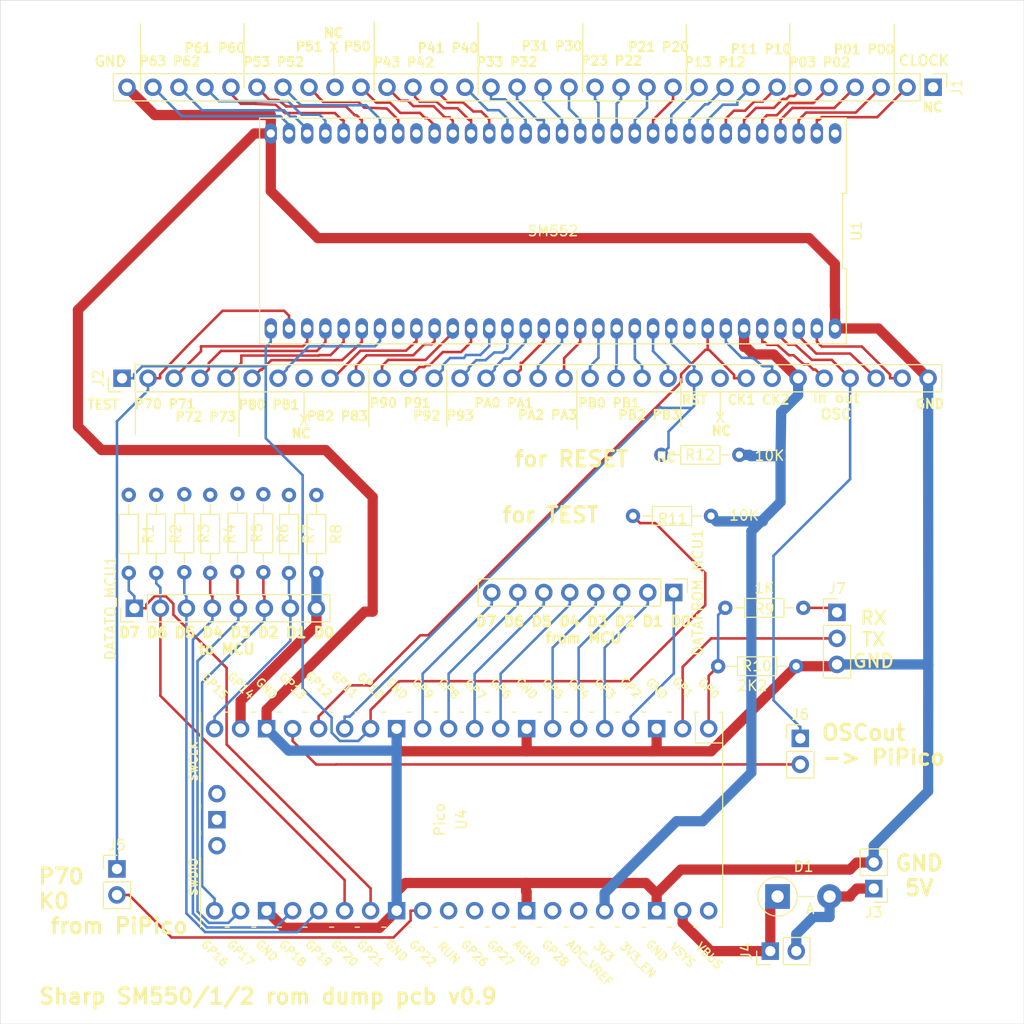
<source format=kicad_pcb>
(kicad_pcb (version 20171130) (host pcbnew "(5.1.5)-3")

  (general
    (thickness 1.6)
    (drawings 68)
    (tracks 581)
    (zones 0)
    (modules 24)
    (nets 83)
  )

  (page A4)
  (layers
    (0 F.Cu signal)
    (31 B.Cu signal)
    (32 B.Adhes user)
    (33 F.Adhes user)
    (34 B.Paste user)
    (35 F.Paste user)
    (36 B.SilkS user)
    (37 F.SilkS user)
    (38 B.Mask user)
    (39 F.Mask user)
    (40 Dwgs.User user)
    (41 Cmts.User user)
    (42 Eco1.User user)
    (43 Eco2.User user)
    (44 Edge.Cuts user)
    (45 Margin user)
    (46 B.CrtYd user)
    (47 F.CrtYd user)
    (48 B.Fab user)
    (49 F.Fab user)
  )

  (setup
    (last_trace_width 0.25)
    (trace_clearance 0.2)
    (zone_clearance 0.508)
    (zone_45_only no)
    (trace_min 0.2)
    (via_size 0.8)
    (via_drill 0.4)
    (via_min_size 0.4)
    (via_min_drill 0.3)
    (uvia_size 0.3)
    (uvia_drill 0.1)
    (uvias_allowed no)
    (uvia_min_size 0.2)
    (uvia_min_drill 0.1)
    (edge_width 0.05)
    (segment_width 0.2)
    (pcb_text_width 0.3)
    (pcb_text_size 1.5 1.5)
    (mod_edge_width 0.12)
    (mod_text_size 1 1)
    (mod_text_width 0.15)
    (pad_size 1.524 1.524)
    (pad_drill 0.762)
    (pad_to_mask_clearance 0.051)
    (solder_mask_min_width 0.25)
    (aux_axis_origin 0 0)
    (visible_elements 7FFFFFFF)
    (pcbplotparams
      (layerselection 0x010fc_ffffffff)
      (usegerberextensions false)
      (usegerberattributes false)
      (usegerberadvancedattributes false)
      (creategerberjobfile false)
      (excludeedgelayer true)
      (linewidth 0.100000)
      (plotframeref false)
      (viasonmask false)
      (mode 1)
      (useauxorigin false)
      (hpglpennumber 1)
      (hpglpenspeed 20)
      (hpglpendiameter 15.000000)
      (psnegative false)
      (psa4output false)
      (plotreference true)
      (plotvalue true)
      (plotinvisibletext false)
      (padsonsilk false)
      (subtractmaskfromsilk false)
      (outputformat 1)
      (mirror false)
      (drillshape 0)
      (scaleselection 1)
      (outputdirectory "gerber/"))
  )

  (net 0 "")
  (net 1 "Net-(J2-Pad31)")
  (net 2 "Net-(J2-Pad30)")
  (net 3 GND)
  (net 4 CLOCK)
  (net 5 OSC_OUT)
  (net 6 OSC_IN)
  (net 7 VDD)
  (net 8 CK2)
  (net 9 CK1)
  (net 10 ~RESET~)
  (net 11 TEST)
  (net 12 "Net-(D1-Pad1)")
  (net 13 3.3V)
  (net 14 D7)
  (net 15 D6)
  (net 16 D5)
  (net 17 D4)
  (net 18 D3)
  (net 19 D2)
  (net 20 D1)
  (net 21 D0)
  (net 22 D0_OUT)
  (net 23 D1_OUT)
  (net 24 D2_OUT)
  (net 25 D3_OUT)
  (net 26 D4_OUT)
  (net 27 D5_OUT)
  (net 28 D6_OUT)
  (net 29 D7_OUT)
  (net 30 P63)
  (net 31 P62)
  (net 32 P61)
  (net 33 P60)
  (net 34 P53)
  (net 35 P52)
  (net 36 P51)
  (net 37 P50)
  (net 38 P43)
  (net 39 P42)
  (net 40 P41)
  (net 41 P40)
  (net 42 P33)
  (net 43 P32)
  (net 44 P31)
  (net 45 P30)
  (net 46 P23)
  (net 47 P22)
  (net 48 P21)
  (net 49 P20)
  (net 50 P13)
  (net 51 P12)
  (net 52 P11)
  (net 53 P10)
  (net 54 P03)
  (net 55 P02)
  (net 56 P01)
  (net 57 P00)
  (net 58 PB3)
  (net 59 PB2)
  (net 60 PB1)
  (net 61 PB0)
  (net 62 PA3)
  (net 63 PA2)
  (net 64 PA1)
  (net 65 PA0)
  (net 66 P93)
  (net 67 P92)
  (net 68 P91)
  (net 69 P90)
  (net 70 P83)
  (net 71 P82)
  (net 72 P81)
  (net 73 P80)
  (net 74 P73)
  (net 75 P72)
  (net 76 P71)
  (net 77 P70)
  (net 78 K1_OUT)
  (net 79 OSC_PI_IN)
  (net 80 TX)
  (net 81 RX)
  (net 82 "Net-(R10-Pad1)")

  (net_class Default "This is the default net class."
    (clearance 0.2)
    (trace_width 0.25)
    (via_dia 0.8)
    (via_drill 0.4)
    (uvia_dia 0.3)
    (uvia_drill 0.1)
    (add_net CK1)
    (add_net CK2)
    (add_net CLOCK)
    (add_net D0)
    (add_net D1)
    (add_net D1_OUT)
    (add_net D2)
    (add_net D2_OUT)
    (add_net D3)
    (add_net D3_OUT)
    (add_net D4)
    (add_net D4_OUT)
    (add_net D5)
    (add_net D5_OUT)
    (add_net D6)
    (add_net D6_OUT)
    (add_net D7)
    (add_net D7_OUT)
    (add_net K1_OUT)
    (add_net "Net-(J2-Pad30)")
    (add_net "Net-(J2-Pad31)")
    (add_net "Net-(R10-Pad1)")
    (add_net OSC_IN)
    (add_net OSC_OUT)
    (add_net OSC_PI_IN)
    (add_net P00)
    (add_net P01)
    (add_net P02)
    (add_net P03)
    (add_net P10)
    (add_net P11)
    (add_net P12)
    (add_net P13)
    (add_net P20)
    (add_net P21)
    (add_net P22)
    (add_net P23)
    (add_net P30)
    (add_net P31)
    (add_net P32)
    (add_net P33)
    (add_net P40)
    (add_net P41)
    (add_net P42)
    (add_net P43)
    (add_net P50)
    (add_net P51)
    (add_net P52)
    (add_net P53)
    (add_net P60)
    (add_net P61)
    (add_net P62)
    (add_net P63)
    (add_net P70)
    (add_net P71)
    (add_net P72)
    (add_net P73)
    (add_net P80)
    (add_net P81)
    (add_net P82)
    (add_net P83)
    (add_net P90)
    (add_net P91)
    (add_net P92)
    (add_net P93)
    (add_net PA0)
    (add_net PA1)
    (add_net PA2)
    (add_net PA3)
    (add_net PB0)
    (add_net PB1)
    (add_net PB2)
    (add_net PB3)
    (add_net RX)
    (add_net TEST)
    (add_net TX)
    (add_net ~RESET~)
  )

  (net_class power ""
    (clearance 0.3)
    (trace_width 1)
    (via_dia 2)
    (via_drill 1)
    (uvia_dia 0.3)
    (uvia_drill 0.1)
    (add_net 3.3V)
    (add_net D0_OUT)
    (add_net GND)
    (add_net "Net-(D1-Pad1)")
    (add_net VDD)
  )

  (module Resistor_THT:R_Axial_DIN0204_L3.6mm_D1.6mm_P7.62mm_Horizontal (layer F.Cu) (tedit 5AE5139B) (tstamp 688FC638)
    (at 159.1945 134.4041 180)
    (descr "Resistor, Axial_DIN0204 series, Axial, Horizontal, pin pitch=7.62mm, 0.167W, length*diameter=3.6*1.6mm^2, http://cdn-reichelt.de/documents/datenblatt/B400/1_4W%23YAG.pdf")
    (tags "Resistor Axial_DIN0204 series Axial Horizontal pin pitch 7.62mm 0.167W length 3.6mm diameter 1.6mm")
    (path /68B06FA1)
    (fp_text reference R12 (at 3.8481 0) (layer F.SilkS)
      (effects (font (size 1 1) (thickness 0.15)))
    )
    (fp_text value 10K (at -2.9464 -0.0762) (layer F.SilkS)
      (effects (font (size 1 1) (thickness 0.15)))
    )
    (fp_text user %R (at 3.81 0) (layer F.Fab)
      (effects (font (size 0.72 0.72) (thickness 0.108)))
    )
    (fp_line (start 8.57 -1.05) (end -0.95 -1.05) (layer F.CrtYd) (width 0.05))
    (fp_line (start 8.57 1.05) (end 8.57 -1.05) (layer F.CrtYd) (width 0.05))
    (fp_line (start -0.95 1.05) (end 8.57 1.05) (layer F.CrtYd) (width 0.05))
    (fp_line (start -0.95 -1.05) (end -0.95 1.05) (layer F.CrtYd) (width 0.05))
    (fp_line (start 6.68 0) (end 5.73 0) (layer F.SilkS) (width 0.12))
    (fp_line (start 0.94 0) (end 1.89 0) (layer F.SilkS) (width 0.12))
    (fp_line (start 5.73 -0.92) (end 1.89 -0.92) (layer F.SilkS) (width 0.12))
    (fp_line (start 5.73 0.92) (end 5.73 -0.92) (layer F.SilkS) (width 0.12))
    (fp_line (start 1.89 0.92) (end 5.73 0.92) (layer F.SilkS) (width 0.12))
    (fp_line (start 1.89 -0.92) (end 1.89 0.92) (layer F.SilkS) (width 0.12))
    (fp_line (start 7.62 0) (end 5.61 0) (layer F.Fab) (width 0.1))
    (fp_line (start 0 0) (end 2.01 0) (layer F.Fab) (width 0.1))
    (fp_line (start 5.61 -0.8) (end 2.01 -0.8) (layer F.Fab) (width 0.1))
    (fp_line (start 5.61 0.8) (end 5.61 -0.8) (layer F.Fab) (width 0.1))
    (fp_line (start 2.01 0.8) (end 5.61 0.8) (layer F.Fab) (width 0.1))
    (fp_line (start 2.01 -0.8) (end 2.01 0.8) (layer F.Fab) (width 0.1))
    (pad 2 thru_hole oval (at 7.62 0 180) (size 1.4 1.4) (drill 0.7) (layers *.Cu *.Mask)
      (net 10 ~RESET~))
    (pad 1 thru_hole circle (at 0 0 180) (size 1.4 1.4) (drill 0.7) (layers *.Cu *.Mask)
      (net 13 3.3V))
    (model ${KISYS3DMOD}/Resistor_THT.3dshapes/R_Axial_DIN0204_L3.6mm_D1.6mm_P7.62mm_Horizontal.wrl
      (at (xyz 0 0 0))
      (scale (xyz 1 1 1))
      (rotate (xyz 0 0 0))
    )
  )

  (module Resistor_THT:R_Axial_DIN0204_L3.6mm_D1.6mm_P7.62mm_Horizontal (layer F.Cu) (tedit 5AE5139B) (tstamp 688FC621)
    (at 156.4259 140.3731 180)
    (descr "Resistor, Axial_DIN0204 series, Axial, Horizontal, pin pitch=7.62mm, 0.167W, length*diameter=3.6*1.6mm^2, http://cdn-reichelt.de/documents/datenblatt/B400/1_4W%23YAG.pdf")
    (tags "Resistor Axial_DIN0204 series Axial Horizontal pin pitch 7.62mm 0.167W length 3.6mm diameter 1.6mm")
    (path /68B18744)
    (fp_text reference R11 (at 3.7465 -0.2794) (layer F.SilkS)
      (effects (font (size 1 1) (thickness 0.15)))
    )
    (fp_text value 10K (at -3.2258 0.0508) (layer F.SilkS)
      (effects (font (size 1 1) (thickness 0.15)))
    )
    (fp_text user %R (at 3.81 0) (layer F.Fab)
      (effects (font (size 0.72 0.72) (thickness 0.108)))
    )
    (fp_line (start 8.57 -1.05) (end -0.95 -1.05) (layer F.CrtYd) (width 0.05))
    (fp_line (start 8.57 1.05) (end 8.57 -1.05) (layer F.CrtYd) (width 0.05))
    (fp_line (start -0.95 1.05) (end 8.57 1.05) (layer F.CrtYd) (width 0.05))
    (fp_line (start -0.95 -1.05) (end -0.95 1.05) (layer F.CrtYd) (width 0.05))
    (fp_line (start 6.68 0) (end 5.73 0) (layer F.SilkS) (width 0.12))
    (fp_line (start 0.94 0) (end 1.89 0) (layer F.SilkS) (width 0.12))
    (fp_line (start 5.73 -0.92) (end 1.89 -0.92) (layer F.SilkS) (width 0.12))
    (fp_line (start 5.73 0.92) (end 5.73 -0.92) (layer F.SilkS) (width 0.12))
    (fp_line (start 1.89 0.92) (end 5.73 0.92) (layer F.SilkS) (width 0.12))
    (fp_line (start 1.89 -0.92) (end 1.89 0.92) (layer F.SilkS) (width 0.12))
    (fp_line (start 7.62 0) (end 5.61 0) (layer F.Fab) (width 0.1))
    (fp_line (start 0 0) (end 2.01 0) (layer F.Fab) (width 0.1))
    (fp_line (start 5.61 -0.8) (end 2.01 -0.8) (layer F.Fab) (width 0.1))
    (fp_line (start 5.61 0.8) (end 5.61 -0.8) (layer F.Fab) (width 0.1))
    (fp_line (start 2.01 0.8) (end 5.61 0.8) (layer F.Fab) (width 0.1))
    (fp_line (start 2.01 -0.8) (end 2.01 0.8) (layer F.Fab) (width 0.1))
    (pad 2 thru_hole oval (at 7.62 0 180) (size 1.4 1.4) (drill 0.7) (layers *.Cu *.Mask)
      (net 11 TEST))
    (pad 1 thru_hole circle (at 0 0 180) (size 1.4 1.4) (drill 0.7) (layers *.Cu *.Mask)
      (net 13 3.3V))
    (model ${KISYS3DMOD}/Resistor_THT.3dshapes/R_Axial_DIN0204_L3.6mm_D1.6mm_P7.62mm_Horizontal.wrl
      (at (xyz 0 0 0))
      (scale (xyz 1 1 1))
      (rotate (xyz 0 0 0))
    )
  )

  (module Resistor_THT:R_Axial_DIN0204_L3.6mm_D1.6mm_P7.62mm_Horizontal (layer F.Cu) (tedit 5AE5139B) (tstamp 688F7D18)
    (at 157.1244 155.0543)
    (descr "Resistor, Axial_DIN0204 series, Axial, Horizontal, pin pitch=7.62mm, 0.167W, length*diameter=3.6*1.6mm^2, http://cdn-reichelt.de/documents/datenblatt/B400/1_4W%23YAG.pdf")
    (tags "Resistor Axial_DIN0204 series Axial Horizontal pin pitch 7.62mm 0.167W length 3.6mm diameter 1.6mm")
    (path /68AA65CC)
    (fp_text reference R10 (at 3.7846 -0.0254) (layer F.SilkS)
      (effects (font (size 1 1) (thickness 0.15)))
    )
    (fp_text value 2K2 (at 3.3401 1.905) (layer F.SilkS)
      (effects (font (size 1 1) (thickness 0.15)))
    )
    (fp_text user %R (at 3.81 0) (layer F.Fab)
      (effects (font (size 0.72 0.72) (thickness 0.108)))
    )
    (fp_line (start 8.57 -1.05) (end -0.95 -1.05) (layer F.CrtYd) (width 0.05))
    (fp_line (start 8.57 1.05) (end 8.57 -1.05) (layer F.CrtYd) (width 0.05))
    (fp_line (start -0.95 1.05) (end 8.57 1.05) (layer F.CrtYd) (width 0.05))
    (fp_line (start -0.95 -1.05) (end -0.95 1.05) (layer F.CrtYd) (width 0.05))
    (fp_line (start 6.68 0) (end 5.73 0) (layer F.SilkS) (width 0.12))
    (fp_line (start 0.94 0) (end 1.89 0) (layer F.SilkS) (width 0.12))
    (fp_line (start 5.73 -0.92) (end 1.89 -0.92) (layer F.SilkS) (width 0.12))
    (fp_line (start 5.73 0.92) (end 5.73 -0.92) (layer F.SilkS) (width 0.12))
    (fp_line (start 1.89 0.92) (end 5.73 0.92) (layer F.SilkS) (width 0.12))
    (fp_line (start 1.89 -0.92) (end 1.89 0.92) (layer F.SilkS) (width 0.12))
    (fp_line (start 7.62 0) (end 5.61 0) (layer F.Fab) (width 0.1))
    (fp_line (start 0 0) (end 2.01 0) (layer F.Fab) (width 0.1))
    (fp_line (start 5.61 -0.8) (end 2.01 -0.8) (layer F.Fab) (width 0.1))
    (fp_line (start 5.61 0.8) (end 5.61 -0.8) (layer F.Fab) (width 0.1))
    (fp_line (start 2.01 0.8) (end 5.61 0.8) (layer F.Fab) (width 0.1))
    (fp_line (start 2.01 -0.8) (end 2.01 0.8) (layer F.Fab) (width 0.1))
    (pad 2 thru_hole oval (at 7.62 0) (size 1.4 1.4) (drill 0.7) (layers *.Cu *.Mask)
      (net 3 GND))
    (pad 1 thru_hole circle (at 0 0) (size 1.4 1.4) (drill 0.7) (layers *.Cu *.Mask)
      (net 82 "Net-(R10-Pad1)"))
    (model ${KISYS3DMOD}/Resistor_THT.3dshapes/R_Axial_DIN0204_L3.6mm_D1.6mm_P7.62mm_Horizontal.wrl
      (at (xyz 0 0 0))
      (scale (xyz 1 1 1))
      (rotate (xyz 0 0 0))
    )
  )

  (module Resistor_THT:R_Axial_DIN0204_L3.6mm_D1.6mm_P7.62mm_Horizontal (layer F.Cu) (tedit 5AE5139B) (tstamp 688F7D01)
    (at 165.4429 149.352 180)
    (descr "Resistor, Axial_DIN0204 series, Axial, Horizontal, pin pitch=7.62mm, 0.167W, length*diameter=3.6*1.6mm^2, http://cdn-reichelt.de/documents/datenblatt/B400/1_4W%23YAG.pdf")
    (tags "Resistor Axial_DIN0204 series Axial Horizontal pin pitch 7.62mm 0.167W length 3.6mm diameter 1.6mm")
    (path /68AA21CC)
    (fp_text reference R9 (at 3.7846 -0.1016) (layer F.SilkS)
      (effects (font (size 1 1) (thickness 0.15)))
    )
    (fp_text value 1K (at 3.81 1.92) (layer F.SilkS)
      (effects (font (size 1 1) (thickness 0.15)))
    )
    (fp_text user %R (at 3.81 0) (layer F.Fab)
      (effects (font (size 0.72 0.72) (thickness 0.108)))
    )
    (fp_line (start 8.57 -1.05) (end -0.95 -1.05) (layer F.CrtYd) (width 0.05))
    (fp_line (start 8.57 1.05) (end 8.57 -1.05) (layer F.CrtYd) (width 0.05))
    (fp_line (start -0.95 1.05) (end 8.57 1.05) (layer F.CrtYd) (width 0.05))
    (fp_line (start -0.95 -1.05) (end -0.95 1.05) (layer F.CrtYd) (width 0.05))
    (fp_line (start 6.68 0) (end 5.73 0) (layer F.SilkS) (width 0.12))
    (fp_line (start 0.94 0) (end 1.89 0) (layer F.SilkS) (width 0.12))
    (fp_line (start 5.73 -0.92) (end 1.89 -0.92) (layer F.SilkS) (width 0.12))
    (fp_line (start 5.73 0.92) (end 5.73 -0.92) (layer F.SilkS) (width 0.12))
    (fp_line (start 1.89 0.92) (end 5.73 0.92) (layer F.SilkS) (width 0.12))
    (fp_line (start 1.89 -0.92) (end 1.89 0.92) (layer F.SilkS) (width 0.12))
    (fp_line (start 7.62 0) (end 5.61 0) (layer F.Fab) (width 0.1))
    (fp_line (start 0 0) (end 2.01 0) (layer F.Fab) (width 0.1))
    (fp_line (start 5.61 -0.8) (end 2.01 -0.8) (layer F.Fab) (width 0.1))
    (fp_line (start 5.61 0.8) (end 5.61 -0.8) (layer F.Fab) (width 0.1))
    (fp_line (start 2.01 0.8) (end 5.61 0.8) (layer F.Fab) (width 0.1))
    (fp_line (start 2.01 -0.8) (end 2.01 0.8) (layer F.Fab) (width 0.1))
    (pad 2 thru_hole oval (at 7.62 0 180) (size 1.4 1.4) (drill 0.7) (layers *.Cu *.Mask)
      (net 82 "Net-(R10-Pad1)"))
    (pad 1 thru_hole circle (at 0 0 180) (size 1.4 1.4) (drill 0.7) (layers *.Cu *.Mask)
      (net 81 RX))
    (model ${KISYS3DMOD}/Resistor_THT.3dshapes/R_Axial_DIN0204_L3.6mm_D1.6mm_P7.62mm_Horizontal.wrl
      (at (xyz 0 0 0))
      (scale (xyz 1 1 1))
      (rotate (xyz 0 0 0))
    )
  )

  (module Connector_PinHeader_2.54mm:PinHeader_1x03_P2.54mm_Vertical (layer F.Cu) (tedit 59FED5CC) (tstamp 688F7B8A)
    (at 168.7322 149.7965)
    (descr "Through hole straight pin header, 1x03, 2.54mm pitch, single row")
    (tags "Through hole pin header THT 1x03 2.54mm single row")
    (path /68A85E07)
    (fp_text reference J7 (at 0 -2.33) (layer F.SilkS)
      (effects (font (size 1 1) (thickness 0.15)))
    )
    (fp_text value CONN_01x02 (at 0 7.41) (layer F.Fab)
      (effects (font (size 1 1) (thickness 0.15)))
    )
    (fp_text user %R (at 0 2.54 90) (layer F.Fab)
      (effects (font (size 1 1) (thickness 0.15)))
    )
    (fp_line (start 1.8 -1.8) (end -1.8 -1.8) (layer F.CrtYd) (width 0.05))
    (fp_line (start 1.8 6.85) (end 1.8 -1.8) (layer F.CrtYd) (width 0.05))
    (fp_line (start -1.8 6.85) (end 1.8 6.85) (layer F.CrtYd) (width 0.05))
    (fp_line (start -1.8 -1.8) (end -1.8 6.85) (layer F.CrtYd) (width 0.05))
    (fp_line (start -1.33 -1.33) (end 0 -1.33) (layer F.SilkS) (width 0.12))
    (fp_line (start -1.33 0) (end -1.33 -1.33) (layer F.SilkS) (width 0.12))
    (fp_line (start -1.33 1.27) (end 1.33 1.27) (layer F.SilkS) (width 0.12))
    (fp_line (start 1.33 1.27) (end 1.33 6.41) (layer F.SilkS) (width 0.12))
    (fp_line (start -1.33 1.27) (end -1.33 6.41) (layer F.SilkS) (width 0.12))
    (fp_line (start -1.33 6.41) (end 1.33 6.41) (layer F.SilkS) (width 0.12))
    (fp_line (start -1.27 -0.635) (end -0.635 -1.27) (layer F.Fab) (width 0.1))
    (fp_line (start -1.27 6.35) (end -1.27 -0.635) (layer F.Fab) (width 0.1))
    (fp_line (start 1.27 6.35) (end -1.27 6.35) (layer F.Fab) (width 0.1))
    (fp_line (start 1.27 -1.27) (end 1.27 6.35) (layer F.Fab) (width 0.1))
    (fp_line (start -0.635 -1.27) (end 1.27 -1.27) (layer F.Fab) (width 0.1))
    (pad 3 thru_hole oval (at 0 5.08) (size 1.7 1.7) (drill 1) (layers *.Cu *.Mask)
      (net 3 GND))
    (pad 2 thru_hole oval (at 0 2.54) (size 1.7 1.7) (drill 1) (layers *.Cu *.Mask)
      (net 80 TX))
    (pad 1 thru_hole rect (at 0 0) (size 1.7 1.7) (drill 1) (layers *.Cu *.Mask)
      (net 81 RX))
    (model ${KISYS3DMOD}/Connector_PinHeader_2.54mm.3dshapes/PinHeader_1x03_P2.54mm_Vertical.wrl
      (at (xyz 0 0 0))
      (scale (xyz 1 1 1))
      (rotate (xyz 0 0 0))
    )
  )

  (module Resistor_THT:R_Axial_DIN0204_L3.6mm_D1.6mm_P7.62mm_Horizontal (layer F.Cu) (tedit 5AE5139B) (tstamp 688F4F25)
    (at 117.881 138.328 270)
    (descr "Resistor, Axial_DIN0204 series, Axial, Horizontal, pin pitch=7.62mm, 0.167W, length*diameter=3.6*1.6mm^2, http://cdn-reichelt.de/documents/datenblatt/B400/1_4W%23YAG.pdf")
    (tags "Resistor Axial_DIN0204 series Axial Horizontal pin pitch 7.62mm 0.167W length 3.6mm diameter 1.6mm")
    (path /68A09C63)
    (fp_text reference R8 (at 3.81 -1.92 90) (layer F.SilkS)
      (effects (font (size 1 1) (thickness 0.15)))
    )
    (fp_text value 100R (at 3.81 1.92 90) (layer F.Fab)
      (effects (font (size 1 1) (thickness 0.15)))
    )
    (fp_text user %R (at 3.81 0 90) (layer F.Fab)
      (effects (font (size 0.72 0.72) (thickness 0.108)))
    )
    (fp_line (start 8.57 -1.05) (end -0.95 -1.05) (layer F.CrtYd) (width 0.05))
    (fp_line (start 8.57 1.05) (end 8.57 -1.05) (layer F.CrtYd) (width 0.05))
    (fp_line (start -0.95 1.05) (end 8.57 1.05) (layer F.CrtYd) (width 0.05))
    (fp_line (start -0.95 -1.05) (end -0.95 1.05) (layer F.CrtYd) (width 0.05))
    (fp_line (start 6.68 0) (end 5.73 0) (layer F.SilkS) (width 0.12))
    (fp_line (start 0.94 0) (end 1.89 0) (layer F.SilkS) (width 0.12))
    (fp_line (start 5.73 -0.92) (end 1.89 -0.92) (layer F.SilkS) (width 0.12))
    (fp_line (start 5.73 0.92) (end 5.73 -0.92) (layer F.SilkS) (width 0.12))
    (fp_line (start 1.89 0.92) (end 5.73 0.92) (layer F.SilkS) (width 0.12))
    (fp_line (start 1.89 -0.92) (end 1.89 0.92) (layer F.SilkS) (width 0.12))
    (fp_line (start 7.62 0) (end 5.61 0) (layer F.Fab) (width 0.1))
    (fp_line (start 0 0) (end 2.01 0) (layer F.Fab) (width 0.1))
    (fp_line (start 5.61 -0.8) (end 2.01 -0.8) (layer F.Fab) (width 0.1))
    (fp_line (start 5.61 0.8) (end 5.61 -0.8) (layer F.Fab) (width 0.1))
    (fp_line (start 2.01 0.8) (end 5.61 0.8) (layer F.Fab) (width 0.1))
    (fp_line (start 2.01 -0.8) (end 2.01 0.8) (layer F.Fab) (width 0.1))
    (pad 2 thru_hole oval (at 7.62 0 270) (size 1.4 1.4) (drill 0.7) (layers *.Cu *.Mask)
      (net 22 D0_OUT))
    (pad 1 thru_hole circle (at 0 0 270) (size 1.4 1.4) (drill 0.7) (layers *.Cu *.Mask))
    (model ${KISYS3DMOD}/Resistor_THT.3dshapes/R_Axial_DIN0204_L3.6mm_D1.6mm_P7.62mm_Horizontal.wrl
      (at (xyz 0 0 0))
      (scale (xyz 1 1 1))
      (rotate (xyz 0 0 0))
    )
  )

  (module Resistor_THT:R_Axial_DIN0204_L3.6mm_D1.6mm_P7.62mm_Horizontal (layer F.Cu) (tedit 5AE5139B) (tstamp 688F4F0E)
    (at 115.202 138.328 270)
    (descr "Resistor, Axial_DIN0204 series, Axial, Horizontal, pin pitch=7.62mm, 0.167W, length*diameter=3.6*1.6mm^2, http://cdn-reichelt.de/documents/datenblatt/B400/1_4W%23YAG.pdf")
    (tags "Resistor Axial_DIN0204 series Axial Horizontal pin pitch 7.62mm 0.167W length 3.6mm diameter 1.6mm")
    (path /68A07215)
    (fp_text reference R7 (at 3.81 -1.92 90) (layer F.SilkS)
      (effects (font (size 1 1) (thickness 0.15)))
    )
    (fp_text value 100R (at 3.81 1.92 90) (layer F.Fab)
      (effects (font (size 1 1) (thickness 0.15)))
    )
    (fp_text user %R (at 3.81 0 90) (layer F.Fab)
      (effects (font (size 0.72 0.72) (thickness 0.108)))
    )
    (fp_line (start 8.57 -1.05) (end -0.95 -1.05) (layer F.CrtYd) (width 0.05))
    (fp_line (start 8.57 1.05) (end 8.57 -1.05) (layer F.CrtYd) (width 0.05))
    (fp_line (start -0.95 1.05) (end 8.57 1.05) (layer F.CrtYd) (width 0.05))
    (fp_line (start -0.95 -1.05) (end -0.95 1.05) (layer F.CrtYd) (width 0.05))
    (fp_line (start 6.68 0) (end 5.73 0) (layer F.SilkS) (width 0.12))
    (fp_line (start 0.94 0) (end 1.89 0) (layer F.SilkS) (width 0.12))
    (fp_line (start 5.73 -0.92) (end 1.89 -0.92) (layer F.SilkS) (width 0.12))
    (fp_line (start 5.73 0.92) (end 5.73 -0.92) (layer F.SilkS) (width 0.12))
    (fp_line (start 1.89 0.92) (end 5.73 0.92) (layer F.SilkS) (width 0.12))
    (fp_line (start 1.89 -0.92) (end 1.89 0.92) (layer F.SilkS) (width 0.12))
    (fp_line (start 7.62 0) (end 5.61 0) (layer F.Fab) (width 0.1))
    (fp_line (start 0 0) (end 2.01 0) (layer F.Fab) (width 0.1))
    (fp_line (start 5.61 -0.8) (end 2.01 -0.8) (layer F.Fab) (width 0.1))
    (fp_line (start 5.61 0.8) (end 5.61 -0.8) (layer F.Fab) (width 0.1))
    (fp_line (start 2.01 0.8) (end 5.61 0.8) (layer F.Fab) (width 0.1))
    (fp_line (start 2.01 -0.8) (end 2.01 0.8) (layer F.Fab) (width 0.1))
    (pad 2 thru_hole oval (at 7.62 0 270) (size 1.4 1.4) (drill 0.7) (layers *.Cu *.Mask)
      (net 23 D1_OUT))
    (pad 1 thru_hole circle (at 0 0 270) (size 1.4 1.4) (drill 0.7) (layers *.Cu *.Mask))
    (model ${KISYS3DMOD}/Resistor_THT.3dshapes/R_Axial_DIN0204_L3.6mm_D1.6mm_P7.62mm_Horizontal.wrl
      (at (xyz 0 0 0))
      (scale (xyz 1 1 1))
      (rotate (xyz 0 0 0))
    )
  )

  (module Resistor_THT:R_Axial_DIN0204_L3.6mm_D1.6mm_P7.62mm_Horizontal (layer F.Cu) (tedit 5AE5139B) (tstamp 688F4EF7)
    (at 112.7 138.252 270)
    (descr "Resistor, Axial_DIN0204 series, Axial, Horizontal, pin pitch=7.62mm, 0.167W, length*diameter=3.6*1.6mm^2, http://cdn-reichelt.de/documents/datenblatt/B400/1_4W%23YAG.pdf")
    (tags "Resistor Axial_DIN0204 series Axial Horizontal pin pitch 7.62mm 0.167W length 3.6mm diameter 1.6mm")
    (path /68A048F1)
    (fp_text reference R6 (at 3.81 -1.92 90) (layer F.SilkS)
      (effects (font (size 1 1) (thickness 0.15)))
    )
    (fp_text value 100R (at 3.81 1.92 90) (layer F.Fab)
      (effects (font (size 1 1) (thickness 0.15)))
    )
    (fp_text user %R (at 3.81 0 90) (layer F.Fab)
      (effects (font (size 0.72 0.72) (thickness 0.108)))
    )
    (fp_line (start 8.57 -1.05) (end -0.95 -1.05) (layer F.CrtYd) (width 0.05))
    (fp_line (start 8.57 1.05) (end 8.57 -1.05) (layer F.CrtYd) (width 0.05))
    (fp_line (start -0.95 1.05) (end 8.57 1.05) (layer F.CrtYd) (width 0.05))
    (fp_line (start -0.95 -1.05) (end -0.95 1.05) (layer F.CrtYd) (width 0.05))
    (fp_line (start 6.68 0) (end 5.73 0) (layer F.SilkS) (width 0.12))
    (fp_line (start 0.94 0) (end 1.89 0) (layer F.SilkS) (width 0.12))
    (fp_line (start 5.73 -0.92) (end 1.89 -0.92) (layer F.SilkS) (width 0.12))
    (fp_line (start 5.73 0.92) (end 5.73 -0.92) (layer F.SilkS) (width 0.12))
    (fp_line (start 1.89 0.92) (end 5.73 0.92) (layer F.SilkS) (width 0.12))
    (fp_line (start 1.89 -0.92) (end 1.89 0.92) (layer F.SilkS) (width 0.12))
    (fp_line (start 7.62 0) (end 5.61 0) (layer F.Fab) (width 0.1))
    (fp_line (start 0 0) (end 2.01 0) (layer F.Fab) (width 0.1))
    (fp_line (start 5.61 -0.8) (end 2.01 -0.8) (layer F.Fab) (width 0.1))
    (fp_line (start 5.61 0.8) (end 5.61 -0.8) (layer F.Fab) (width 0.1))
    (fp_line (start 2.01 0.8) (end 5.61 0.8) (layer F.Fab) (width 0.1))
    (fp_line (start 2.01 -0.8) (end 2.01 0.8) (layer F.Fab) (width 0.1))
    (pad 2 thru_hole oval (at 7.62 0 270) (size 1.4 1.4) (drill 0.7) (layers *.Cu *.Mask)
      (net 24 D2_OUT))
    (pad 1 thru_hole circle (at 0 0 270) (size 1.4 1.4) (drill 0.7) (layers *.Cu *.Mask))
    (model ${KISYS3DMOD}/Resistor_THT.3dshapes/R_Axial_DIN0204_L3.6mm_D1.6mm_P7.62mm_Horizontal.wrl
      (at (xyz 0 0 0))
      (scale (xyz 1 1 1))
      (rotate (xyz 0 0 0))
    )
  )

  (module Resistor_THT:R_Axial_DIN0204_L3.6mm_D1.6mm_P7.62mm_Horizontal (layer F.Cu) (tedit 5AE5139B) (tstamp 688F4EE0)
    (at 110.172 138.214 270)
    (descr "Resistor, Axial_DIN0204 series, Axial, Horizontal, pin pitch=7.62mm, 0.167W, length*diameter=3.6*1.6mm^2, http://cdn-reichelt.de/documents/datenblatt/B400/1_4W%23YAG.pdf")
    (tags "Resistor Axial_DIN0204 series Axial Horizontal pin pitch 7.62mm 0.167W length 3.6mm diameter 1.6mm")
    (path /68A01F64)
    (fp_text reference R5 (at 3.81 -1.92 90) (layer F.SilkS)
      (effects (font (size 1 1) (thickness 0.15)))
    )
    (fp_text value 100R (at 3.81 1.92 90) (layer F.Fab)
      (effects (font (size 1 1) (thickness 0.15)))
    )
    (fp_text user %R (at 3.81 0 90) (layer F.Fab)
      (effects (font (size 0.72 0.72) (thickness 0.108)))
    )
    (fp_line (start 8.57 -1.05) (end -0.95 -1.05) (layer F.CrtYd) (width 0.05))
    (fp_line (start 8.57 1.05) (end 8.57 -1.05) (layer F.CrtYd) (width 0.05))
    (fp_line (start -0.95 1.05) (end 8.57 1.05) (layer F.CrtYd) (width 0.05))
    (fp_line (start -0.95 -1.05) (end -0.95 1.05) (layer F.CrtYd) (width 0.05))
    (fp_line (start 6.68 0) (end 5.73 0) (layer F.SilkS) (width 0.12))
    (fp_line (start 0.94 0) (end 1.89 0) (layer F.SilkS) (width 0.12))
    (fp_line (start 5.73 -0.92) (end 1.89 -0.92) (layer F.SilkS) (width 0.12))
    (fp_line (start 5.73 0.92) (end 5.73 -0.92) (layer F.SilkS) (width 0.12))
    (fp_line (start 1.89 0.92) (end 5.73 0.92) (layer F.SilkS) (width 0.12))
    (fp_line (start 1.89 -0.92) (end 1.89 0.92) (layer F.SilkS) (width 0.12))
    (fp_line (start 7.62 0) (end 5.61 0) (layer F.Fab) (width 0.1))
    (fp_line (start 0 0) (end 2.01 0) (layer F.Fab) (width 0.1))
    (fp_line (start 5.61 -0.8) (end 2.01 -0.8) (layer F.Fab) (width 0.1))
    (fp_line (start 5.61 0.8) (end 5.61 -0.8) (layer F.Fab) (width 0.1))
    (fp_line (start 2.01 0.8) (end 5.61 0.8) (layer F.Fab) (width 0.1))
    (fp_line (start 2.01 -0.8) (end 2.01 0.8) (layer F.Fab) (width 0.1))
    (pad 2 thru_hole oval (at 7.62 0 270) (size 1.4 1.4) (drill 0.7) (layers *.Cu *.Mask)
      (net 25 D3_OUT))
    (pad 1 thru_hole circle (at 0 0 270) (size 1.4 1.4) (drill 0.7) (layers *.Cu *.Mask))
    (model ${KISYS3DMOD}/Resistor_THT.3dshapes/R_Axial_DIN0204_L3.6mm_D1.6mm_P7.62mm_Horizontal.wrl
      (at (xyz 0 0 0))
      (scale (xyz 1 1 1))
      (rotate (xyz 0 0 0))
    )
  )

  (module Resistor_THT:R_Axial_DIN0204_L3.6mm_D1.6mm_P7.62mm_Horizontal (layer F.Cu) (tedit 5AE5139B) (tstamp 688F4EC9)
    (at 107.506 138.316 270)
    (descr "Resistor, Axial_DIN0204 series, Axial, Horizontal, pin pitch=7.62mm, 0.167W, length*diameter=3.6*1.6mm^2, http://cdn-reichelt.de/documents/datenblatt/B400/1_4W%23YAG.pdf")
    (tags "Resistor Axial_DIN0204 series Axial Horizontal pin pitch 7.62mm 0.167W length 3.6mm diameter 1.6mm")
    (path /689FF5FB)
    (fp_text reference R4 (at 3.81 -1.92 90) (layer F.SilkS)
      (effects (font (size 1 1) (thickness 0.15)))
    )
    (fp_text value 100R (at 3.81 1.92 90) (layer F.Fab)
      (effects (font (size 1 1) (thickness 0.15)))
    )
    (fp_text user %R (at 3.81 0 90) (layer F.Fab)
      (effects (font (size 0.72 0.72) (thickness 0.108)))
    )
    (fp_line (start 8.57 -1.05) (end -0.95 -1.05) (layer F.CrtYd) (width 0.05))
    (fp_line (start 8.57 1.05) (end 8.57 -1.05) (layer F.CrtYd) (width 0.05))
    (fp_line (start -0.95 1.05) (end 8.57 1.05) (layer F.CrtYd) (width 0.05))
    (fp_line (start -0.95 -1.05) (end -0.95 1.05) (layer F.CrtYd) (width 0.05))
    (fp_line (start 6.68 0) (end 5.73 0) (layer F.SilkS) (width 0.12))
    (fp_line (start 0.94 0) (end 1.89 0) (layer F.SilkS) (width 0.12))
    (fp_line (start 5.73 -0.92) (end 1.89 -0.92) (layer F.SilkS) (width 0.12))
    (fp_line (start 5.73 0.92) (end 5.73 -0.92) (layer F.SilkS) (width 0.12))
    (fp_line (start 1.89 0.92) (end 5.73 0.92) (layer F.SilkS) (width 0.12))
    (fp_line (start 1.89 -0.92) (end 1.89 0.92) (layer F.SilkS) (width 0.12))
    (fp_line (start 7.62 0) (end 5.61 0) (layer F.Fab) (width 0.1))
    (fp_line (start 0 0) (end 2.01 0) (layer F.Fab) (width 0.1))
    (fp_line (start 5.61 -0.8) (end 2.01 -0.8) (layer F.Fab) (width 0.1))
    (fp_line (start 5.61 0.8) (end 5.61 -0.8) (layer F.Fab) (width 0.1))
    (fp_line (start 2.01 0.8) (end 5.61 0.8) (layer F.Fab) (width 0.1))
    (fp_line (start 2.01 -0.8) (end 2.01 0.8) (layer F.Fab) (width 0.1))
    (pad 2 thru_hole oval (at 7.62 0 270) (size 1.4 1.4) (drill 0.7) (layers *.Cu *.Mask)
      (net 26 D4_OUT))
    (pad 1 thru_hole circle (at 0 0 270) (size 1.4 1.4) (drill 0.7) (layers *.Cu *.Mask))
    (model ${KISYS3DMOD}/Resistor_THT.3dshapes/R_Axial_DIN0204_L3.6mm_D1.6mm_P7.62mm_Horizontal.wrl
      (at (xyz 0 0 0))
      (scale (xyz 1 1 1))
      (rotate (xyz 0 0 0))
    )
  )

  (module Resistor_THT:R_Axial_DIN0204_L3.6mm_D1.6mm_P7.62mm_Horizontal (layer F.Cu) (tedit 5AE5139B) (tstamp 688F4EB2)
    (at 104.978 138.252 270)
    (descr "Resistor, Axial_DIN0204 series, Axial, Horizontal, pin pitch=7.62mm, 0.167W, length*diameter=3.6*1.6mm^2, http://cdn-reichelt.de/documents/datenblatt/B400/1_4W%23YAG.pdf")
    (tags "Resistor Axial_DIN0204 series Axial Horizontal pin pitch 7.62mm 0.167W length 3.6mm diameter 1.6mm")
    (path /689FCD9F)
    (fp_text reference R3 (at 3.81 -1.92 90) (layer F.SilkS)
      (effects (font (size 1 1) (thickness 0.15)))
    )
    (fp_text value 100R (at 3.81 1.92 90) (layer F.Fab)
      (effects (font (size 1 1) (thickness 0.15)))
    )
    (fp_text user %R (at 3.81 0 90) (layer F.Fab)
      (effects (font (size 0.72 0.72) (thickness 0.108)))
    )
    (fp_line (start 8.57 -1.05) (end -0.95 -1.05) (layer F.CrtYd) (width 0.05))
    (fp_line (start 8.57 1.05) (end 8.57 -1.05) (layer F.CrtYd) (width 0.05))
    (fp_line (start -0.95 1.05) (end 8.57 1.05) (layer F.CrtYd) (width 0.05))
    (fp_line (start -0.95 -1.05) (end -0.95 1.05) (layer F.CrtYd) (width 0.05))
    (fp_line (start 6.68 0) (end 5.73 0) (layer F.SilkS) (width 0.12))
    (fp_line (start 0.94 0) (end 1.89 0) (layer F.SilkS) (width 0.12))
    (fp_line (start 5.73 -0.92) (end 1.89 -0.92) (layer F.SilkS) (width 0.12))
    (fp_line (start 5.73 0.92) (end 5.73 -0.92) (layer F.SilkS) (width 0.12))
    (fp_line (start 1.89 0.92) (end 5.73 0.92) (layer F.SilkS) (width 0.12))
    (fp_line (start 1.89 -0.92) (end 1.89 0.92) (layer F.SilkS) (width 0.12))
    (fp_line (start 7.62 0) (end 5.61 0) (layer F.Fab) (width 0.1))
    (fp_line (start 0 0) (end 2.01 0) (layer F.Fab) (width 0.1))
    (fp_line (start 5.61 -0.8) (end 2.01 -0.8) (layer F.Fab) (width 0.1))
    (fp_line (start 5.61 0.8) (end 5.61 -0.8) (layer F.Fab) (width 0.1))
    (fp_line (start 2.01 0.8) (end 5.61 0.8) (layer F.Fab) (width 0.1))
    (fp_line (start 2.01 -0.8) (end 2.01 0.8) (layer F.Fab) (width 0.1))
    (pad 2 thru_hole oval (at 7.62 0 270) (size 1.4 1.4) (drill 0.7) (layers *.Cu *.Mask)
      (net 27 D5_OUT))
    (pad 1 thru_hole circle (at 0 0 270) (size 1.4 1.4) (drill 0.7) (layers *.Cu *.Mask))
    (model ${KISYS3DMOD}/Resistor_THT.3dshapes/R_Axial_DIN0204_L3.6mm_D1.6mm_P7.62mm_Horizontal.wrl
      (at (xyz 0 0 0))
      (scale (xyz 1 1 1))
      (rotate (xyz 0 0 0))
    )
  )

  (module Resistor_THT:R_Axial_DIN0204_L3.6mm_D1.6mm_P7.62mm_Horizontal (layer F.Cu) (tedit 5AE5139B) (tstamp 688F4E9B)
    (at 102.235 138.316 270)
    (descr "Resistor, Axial_DIN0204 series, Axial, Horizontal, pin pitch=7.62mm, 0.167W, length*diameter=3.6*1.6mm^2, http://cdn-reichelt.de/documents/datenblatt/B400/1_4W%23YAG.pdf")
    (tags "Resistor Axial_DIN0204 series Axial Horizontal pin pitch 7.62mm 0.167W length 3.6mm diameter 1.6mm")
    (path /689FA4E2)
    (fp_text reference R2 (at 3.81 -1.92 90) (layer F.SilkS)
      (effects (font (size 1 1) (thickness 0.15)))
    )
    (fp_text value 100R (at 3.81 1.92 90) (layer F.Fab)
      (effects (font (size 1 1) (thickness 0.15)))
    )
    (fp_text user %R (at 3.81 0 90) (layer F.Fab)
      (effects (font (size 0.72 0.72) (thickness 0.108)))
    )
    (fp_line (start 8.57 -1.05) (end -0.95 -1.05) (layer F.CrtYd) (width 0.05))
    (fp_line (start 8.57 1.05) (end 8.57 -1.05) (layer F.CrtYd) (width 0.05))
    (fp_line (start -0.95 1.05) (end 8.57 1.05) (layer F.CrtYd) (width 0.05))
    (fp_line (start -0.95 -1.05) (end -0.95 1.05) (layer F.CrtYd) (width 0.05))
    (fp_line (start 6.68 0) (end 5.73 0) (layer F.SilkS) (width 0.12))
    (fp_line (start 0.94 0) (end 1.89 0) (layer F.SilkS) (width 0.12))
    (fp_line (start 5.73 -0.92) (end 1.89 -0.92) (layer F.SilkS) (width 0.12))
    (fp_line (start 5.73 0.92) (end 5.73 -0.92) (layer F.SilkS) (width 0.12))
    (fp_line (start 1.89 0.92) (end 5.73 0.92) (layer F.SilkS) (width 0.12))
    (fp_line (start 1.89 -0.92) (end 1.89 0.92) (layer F.SilkS) (width 0.12))
    (fp_line (start 7.62 0) (end 5.61 0) (layer F.Fab) (width 0.1))
    (fp_line (start 0 0) (end 2.01 0) (layer F.Fab) (width 0.1))
    (fp_line (start 5.61 -0.8) (end 2.01 -0.8) (layer F.Fab) (width 0.1))
    (fp_line (start 5.61 0.8) (end 5.61 -0.8) (layer F.Fab) (width 0.1))
    (fp_line (start 2.01 0.8) (end 5.61 0.8) (layer F.Fab) (width 0.1))
    (fp_line (start 2.01 -0.8) (end 2.01 0.8) (layer F.Fab) (width 0.1))
    (pad 2 thru_hole oval (at 7.62 0 270) (size 1.4 1.4) (drill 0.7) (layers *.Cu *.Mask)
      (net 28 D6_OUT))
    (pad 1 thru_hole circle (at 0 0 270) (size 1.4 1.4) (drill 0.7) (layers *.Cu *.Mask))
    (model ${KISYS3DMOD}/Resistor_THT.3dshapes/R_Axial_DIN0204_L3.6mm_D1.6mm_P7.62mm_Horizontal.wrl
      (at (xyz 0 0 0))
      (scale (xyz 1 1 1))
      (rotate (xyz 0 0 0))
    )
  )

  (module Resistor_THT:R_Axial_DIN0204_L3.6mm_D1.6mm_P7.62mm_Horizontal (layer F.Cu) (tedit 5AE5139B) (tstamp 688F4E84)
    (at 99.5553 138.316 270)
    (descr "Resistor, Axial_DIN0204 series, Axial, Horizontal, pin pitch=7.62mm, 0.167W, length*diameter=3.6*1.6mm^2, http://cdn-reichelt.de/documents/datenblatt/B400/1_4W%23YAG.pdf")
    (tags "Resistor Axial_DIN0204 series Axial Horizontal pin pitch 7.62mm 0.167W length 3.6mm diameter 1.6mm")
    (path /689DF9B8)
    (fp_text reference R1 (at 3.81 -1.92 90) (layer F.SilkS)
      (effects (font (size 1 1) (thickness 0.15)))
    )
    (fp_text value 100R (at 3.81 1.92 90) (layer F.Fab)
      (effects (font (size 1 1) (thickness 0.15)))
    )
    (fp_text user %R (at 3.81 0 90) (layer F.Fab)
      (effects (font (size 0.72 0.72) (thickness 0.108)))
    )
    (fp_line (start 8.57 -1.05) (end -0.95 -1.05) (layer F.CrtYd) (width 0.05))
    (fp_line (start 8.57 1.05) (end 8.57 -1.05) (layer F.CrtYd) (width 0.05))
    (fp_line (start -0.95 1.05) (end 8.57 1.05) (layer F.CrtYd) (width 0.05))
    (fp_line (start -0.95 -1.05) (end -0.95 1.05) (layer F.CrtYd) (width 0.05))
    (fp_line (start 6.68 0) (end 5.73 0) (layer F.SilkS) (width 0.12))
    (fp_line (start 0.94 0) (end 1.89 0) (layer F.SilkS) (width 0.12))
    (fp_line (start 5.73 -0.92) (end 1.89 -0.92) (layer F.SilkS) (width 0.12))
    (fp_line (start 5.73 0.92) (end 5.73 -0.92) (layer F.SilkS) (width 0.12))
    (fp_line (start 1.89 0.92) (end 5.73 0.92) (layer F.SilkS) (width 0.12))
    (fp_line (start 1.89 -0.92) (end 1.89 0.92) (layer F.SilkS) (width 0.12))
    (fp_line (start 7.62 0) (end 5.61 0) (layer F.Fab) (width 0.1))
    (fp_line (start 0 0) (end 2.01 0) (layer F.Fab) (width 0.1))
    (fp_line (start 5.61 -0.8) (end 2.01 -0.8) (layer F.Fab) (width 0.1))
    (fp_line (start 5.61 0.8) (end 5.61 -0.8) (layer F.Fab) (width 0.1))
    (fp_line (start 2.01 0.8) (end 5.61 0.8) (layer F.Fab) (width 0.1))
    (fp_line (start 2.01 -0.8) (end 2.01 0.8) (layer F.Fab) (width 0.1))
    (pad 2 thru_hole oval (at 7.62 0 270) (size 1.4 1.4) (drill 0.7) (layers *.Cu *.Mask)
      (net 29 D7_OUT))
    (pad 1 thru_hole circle (at 0 0 270) (size 1.4 1.4) (drill 0.7) (layers *.Cu *.Mask))
    (model ${KISYS3DMOD}/Resistor_THT.3dshapes/R_Axial_DIN0204_L3.6mm_D1.6mm_P7.62mm_Horizontal.wrl
      (at (xyz 0 0 0))
      (scale (xyz 1 1 1))
      (rotate (xyz 0 0 0))
    )
  )

  (module Connector_PinHeader_2.54mm:PinHeader_1x02_P2.54mm_Vertical (layer F.Cu) (tedit 59FED5CC) (tstamp 688F2814)
    (at 165.151 162.103)
    (descr "Through hole straight pin header, 1x02, 2.54mm pitch, single row")
    (tags "Through hole pin header THT 1x02 2.54mm single row")
    (path /6896BF00)
    (fp_text reference J6 (at 0 -2.33) (layer F.SilkS)
      (effects (font (size 1 1) (thickness 0.15)))
    )
    (fp_text value CONN_01x02 (at 0 4.87) (layer F.Fab)
      (effects (font (size 1 1) (thickness 0.15)))
    )
    (fp_text user %R (at 0 1.27 90) (layer F.Fab)
      (effects (font (size 1 1) (thickness 0.15)))
    )
    (fp_line (start 1.8 -1.8) (end -1.8 -1.8) (layer F.CrtYd) (width 0.05))
    (fp_line (start 1.8 4.35) (end 1.8 -1.8) (layer F.CrtYd) (width 0.05))
    (fp_line (start -1.8 4.35) (end 1.8 4.35) (layer F.CrtYd) (width 0.05))
    (fp_line (start -1.8 -1.8) (end -1.8 4.35) (layer F.CrtYd) (width 0.05))
    (fp_line (start -1.33 -1.33) (end 0 -1.33) (layer F.SilkS) (width 0.12))
    (fp_line (start -1.33 0) (end -1.33 -1.33) (layer F.SilkS) (width 0.12))
    (fp_line (start -1.33 1.27) (end 1.33 1.27) (layer F.SilkS) (width 0.12))
    (fp_line (start 1.33 1.27) (end 1.33 3.87) (layer F.SilkS) (width 0.12))
    (fp_line (start -1.33 1.27) (end -1.33 3.87) (layer F.SilkS) (width 0.12))
    (fp_line (start -1.33 3.87) (end 1.33 3.87) (layer F.SilkS) (width 0.12))
    (fp_line (start -1.27 -0.635) (end -0.635 -1.27) (layer F.Fab) (width 0.1))
    (fp_line (start -1.27 3.81) (end -1.27 -0.635) (layer F.Fab) (width 0.1))
    (fp_line (start 1.27 3.81) (end -1.27 3.81) (layer F.Fab) (width 0.1))
    (fp_line (start 1.27 -1.27) (end 1.27 3.81) (layer F.Fab) (width 0.1))
    (fp_line (start -0.635 -1.27) (end 1.27 -1.27) (layer F.Fab) (width 0.1))
    (pad 2 thru_hole oval (at 0 2.54) (size 1.7 1.7) (drill 1) (layers *.Cu *.Mask)
      (net 79 OSC_PI_IN))
    (pad 1 thru_hole rect (at 0 0) (size 1.7 1.7) (drill 1) (layers *.Cu *.Mask)
      (net 5 OSC_OUT))
    (model ${KISYS3DMOD}/Connector_PinHeader_2.54mm.3dshapes/PinHeader_1x02_P2.54mm_Vertical.wrl
      (at (xyz 0 0 0))
      (scale (xyz 1 1 1))
      (rotate (xyz 0 0 0))
    )
  )

  (module Connector_PinHeader_2.54mm:PinHeader_1x02_P2.54mm_Vertical (layer F.Cu) (tedit 59FED5CC) (tstamp 688F27FE)
    (at 98.3996 174.854)
    (descr "Through hole straight pin header, 1x02, 2.54mm pitch, single row")
    (tags "Through hole pin header THT 1x02 2.54mm single row")
    (path /689C82D8)
    (fp_text reference J5 (at 0 -2.33) (layer F.SilkS)
      (effects (font (size 1 1) (thickness 0.15)))
    )
    (fp_text value CONN_01x02 (at 0 4.87) (layer F.Fab)
      (effects (font (size 1 1) (thickness 0.15)))
    )
    (fp_text user %R (at 0 1.27 90) (layer F.Fab)
      (effects (font (size 1 1) (thickness 0.15)))
    )
    (fp_line (start 1.8 -1.8) (end -1.8 -1.8) (layer F.CrtYd) (width 0.05))
    (fp_line (start 1.8 4.35) (end 1.8 -1.8) (layer F.CrtYd) (width 0.05))
    (fp_line (start -1.8 4.35) (end 1.8 4.35) (layer F.CrtYd) (width 0.05))
    (fp_line (start -1.8 -1.8) (end -1.8 4.35) (layer F.CrtYd) (width 0.05))
    (fp_line (start -1.33 -1.33) (end 0 -1.33) (layer F.SilkS) (width 0.12))
    (fp_line (start -1.33 0) (end -1.33 -1.33) (layer F.SilkS) (width 0.12))
    (fp_line (start -1.33 1.27) (end 1.33 1.27) (layer F.SilkS) (width 0.12))
    (fp_line (start 1.33 1.27) (end 1.33 3.87) (layer F.SilkS) (width 0.12))
    (fp_line (start -1.33 1.27) (end -1.33 3.87) (layer F.SilkS) (width 0.12))
    (fp_line (start -1.33 3.87) (end 1.33 3.87) (layer F.SilkS) (width 0.12))
    (fp_line (start -1.27 -0.635) (end -0.635 -1.27) (layer F.Fab) (width 0.1))
    (fp_line (start -1.27 3.81) (end -1.27 -0.635) (layer F.Fab) (width 0.1))
    (fp_line (start 1.27 3.81) (end -1.27 3.81) (layer F.Fab) (width 0.1))
    (fp_line (start 1.27 -1.27) (end 1.27 3.81) (layer F.Fab) (width 0.1))
    (fp_line (start -0.635 -1.27) (end 1.27 -1.27) (layer F.Fab) (width 0.1))
    (pad 2 thru_hole oval (at 0 2.54) (size 1.7 1.7) (drill 1) (layers *.Cu *.Mask)
      (net 78 K1_OUT))
    (pad 1 thru_hole rect (at 0 0) (size 1.7 1.7) (drill 1) (layers *.Cu *.Mask)
      (net 77 P70))
    (model ${KISYS3DMOD}/Connector_PinHeader_2.54mm.3dshapes/PinHeader_1x02_P2.54mm_Vertical.wrl
      (at (xyz 0 0 0))
      (scale (xyz 1 1 1))
      (rotate (xyz 0 0 0))
    )
  )

  (module Connector_PinHeader_2.54mm:PinHeader_1x08_P2.54mm_Vertical (layer F.Cu) (tedit 59FED5CC) (tstamp 688F26C8)
    (at 100.101 149.39 90)
    (descr "Through hole straight pin header, 1x08, 2.54mm pitch, single row")
    (tags "Through hole pin header THT 1x08 2.54mm single row")
    (path /689925F4)
    (fp_text reference DATATO_MCU1 (at 0 -2.33 90) (layer F.SilkS)
      (effects (font (size 1 1) (thickness 0.15)))
    )
    (fp_text value CONN_01x08 (at 0 20.11 90) (layer F.Fab)
      (effects (font (size 1 1) (thickness 0.15)))
    )
    (fp_text user %R (at 0 8.89) (layer F.Fab)
      (effects (font (size 1 1) (thickness 0.15)))
    )
    (fp_line (start 1.8 -1.8) (end -1.8 -1.8) (layer F.CrtYd) (width 0.05))
    (fp_line (start 1.8 19.55) (end 1.8 -1.8) (layer F.CrtYd) (width 0.05))
    (fp_line (start -1.8 19.55) (end 1.8 19.55) (layer F.CrtYd) (width 0.05))
    (fp_line (start -1.8 -1.8) (end -1.8 19.55) (layer F.CrtYd) (width 0.05))
    (fp_line (start -1.33 -1.33) (end 0 -1.33) (layer F.SilkS) (width 0.12))
    (fp_line (start -1.33 0) (end -1.33 -1.33) (layer F.SilkS) (width 0.12))
    (fp_line (start -1.33 1.27) (end 1.33 1.27) (layer F.SilkS) (width 0.12))
    (fp_line (start 1.33 1.27) (end 1.33 19.11) (layer F.SilkS) (width 0.12))
    (fp_line (start -1.33 1.27) (end -1.33 19.11) (layer F.SilkS) (width 0.12))
    (fp_line (start -1.33 19.11) (end 1.33 19.11) (layer F.SilkS) (width 0.12))
    (fp_line (start -1.27 -0.635) (end -0.635 -1.27) (layer F.Fab) (width 0.1))
    (fp_line (start -1.27 19.05) (end -1.27 -0.635) (layer F.Fab) (width 0.1))
    (fp_line (start 1.27 19.05) (end -1.27 19.05) (layer F.Fab) (width 0.1))
    (fp_line (start 1.27 -1.27) (end 1.27 19.05) (layer F.Fab) (width 0.1))
    (fp_line (start -0.635 -1.27) (end 1.27 -1.27) (layer F.Fab) (width 0.1))
    (pad 8 thru_hole oval (at 0 17.78 90) (size 1.7 1.7) (drill 1) (layers *.Cu *.Mask)
      (net 22 D0_OUT))
    (pad 7 thru_hole oval (at 0 15.24 90) (size 1.7 1.7) (drill 1) (layers *.Cu *.Mask)
      (net 23 D1_OUT))
    (pad 6 thru_hole oval (at 0 12.7 90) (size 1.7 1.7) (drill 1) (layers *.Cu *.Mask)
      (net 24 D2_OUT))
    (pad 5 thru_hole oval (at 0 10.16 90) (size 1.7 1.7) (drill 1) (layers *.Cu *.Mask)
      (net 25 D3_OUT))
    (pad 4 thru_hole oval (at 0 7.62 90) (size 1.7 1.7) (drill 1) (layers *.Cu *.Mask)
      (net 26 D4_OUT))
    (pad 3 thru_hole oval (at 0 5.08 90) (size 1.7 1.7) (drill 1) (layers *.Cu *.Mask)
      (net 27 D5_OUT))
    (pad 2 thru_hole oval (at 0 2.54 90) (size 1.7 1.7) (drill 1) (layers *.Cu *.Mask)
      (net 28 D6_OUT))
    (pad 1 thru_hole rect (at 0 0 90) (size 1.7 1.7) (drill 1) (layers *.Cu *.Mask)
      (net 29 D7_OUT))
    (model ${KISYS3DMOD}/Connector_PinHeader_2.54mm.3dshapes/PinHeader_1x08_P2.54mm_Vertical.wrl
      (at (xyz 0 0 0))
      (scale (xyz 1 1 1))
      (rotate (xyz 0 0 0))
    )
  )

  (module Connector_PinHeader_2.54mm:PinHeader_1x08_P2.54mm_Vertical (layer F.Cu) (tedit 59FED5CC) (tstamp 688F26AC)
    (at 152.794 147.853 270)
    (descr "Through hole straight pin header, 1x08, 2.54mm pitch, single row")
    (tags "Through hole pin header THT 1x08 2.54mm single row")
    (path /6898DB99)
    (fp_text reference DATAFROM_MCU1 (at 0 -2.33 90) (layer F.SilkS)
      (effects (font (size 1 1) (thickness 0.15)))
    )
    (fp_text value CONN_01x08 (at 0 20.11 90) (layer F.Fab)
      (effects (font (size 1 1) (thickness 0.15)))
    )
    (fp_text user %R (at 0 8.89) (layer F.Fab)
      (effects (font (size 1 1) (thickness 0.15)))
    )
    (fp_line (start 1.8 -1.8) (end -1.8 -1.8) (layer F.CrtYd) (width 0.05))
    (fp_line (start 1.8 19.55) (end 1.8 -1.8) (layer F.CrtYd) (width 0.05))
    (fp_line (start -1.8 19.55) (end 1.8 19.55) (layer F.CrtYd) (width 0.05))
    (fp_line (start -1.8 -1.8) (end -1.8 19.55) (layer F.CrtYd) (width 0.05))
    (fp_line (start -1.33 -1.33) (end 0 -1.33) (layer F.SilkS) (width 0.12))
    (fp_line (start -1.33 0) (end -1.33 -1.33) (layer F.SilkS) (width 0.12))
    (fp_line (start -1.33 1.27) (end 1.33 1.27) (layer F.SilkS) (width 0.12))
    (fp_line (start 1.33 1.27) (end 1.33 19.11) (layer F.SilkS) (width 0.12))
    (fp_line (start -1.33 1.27) (end -1.33 19.11) (layer F.SilkS) (width 0.12))
    (fp_line (start -1.33 19.11) (end 1.33 19.11) (layer F.SilkS) (width 0.12))
    (fp_line (start -1.27 -0.635) (end -0.635 -1.27) (layer F.Fab) (width 0.1))
    (fp_line (start -1.27 19.05) (end -1.27 -0.635) (layer F.Fab) (width 0.1))
    (fp_line (start 1.27 19.05) (end -1.27 19.05) (layer F.Fab) (width 0.1))
    (fp_line (start 1.27 -1.27) (end 1.27 19.05) (layer F.Fab) (width 0.1))
    (fp_line (start -0.635 -1.27) (end 1.27 -1.27) (layer F.Fab) (width 0.1))
    (pad 8 thru_hole oval (at 0 17.78 270) (size 1.7 1.7) (drill 1) (layers *.Cu *.Mask)
      (net 14 D7))
    (pad 7 thru_hole oval (at 0 15.24 270) (size 1.7 1.7) (drill 1) (layers *.Cu *.Mask)
      (net 15 D6))
    (pad 6 thru_hole oval (at 0 12.7 270) (size 1.7 1.7) (drill 1) (layers *.Cu *.Mask)
      (net 16 D5))
    (pad 5 thru_hole oval (at 0 10.16 270) (size 1.7 1.7) (drill 1) (layers *.Cu *.Mask)
      (net 17 D4))
    (pad 4 thru_hole oval (at 0 7.62 270) (size 1.7 1.7) (drill 1) (layers *.Cu *.Mask)
      (net 18 D3))
    (pad 3 thru_hole oval (at 0 5.08 270) (size 1.7 1.7) (drill 1) (layers *.Cu *.Mask)
      (net 19 D2))
    (pad 2 thru_hole oval (at 0 2.54 270) (size 1.7 1.7) (drill 1) (layers *.Cu *.Mask)
      (net 20 D1))
    (pad 1 thru_hole rect (at 0 0 270) (size 1.7 1.7) (drill 1) (layers *.Cu *.Mask)
      (net 21 D0))
    (model ${KISYS3DMOD}/Connector_PinHeader_2.54mm.3dshapes/PinHeader_1x08_P2.54mm_Vertical.wrl
      (at (xyz 0 0 0))
      (scale (xyz 1 1 1))
      (rotate (xyz 0 0 0))
    )
  )

  (module Diode_THT:D_DO-15_P5.08mm_Vertical_AnodeUp (layer F.Cu) (tedit 5AE50CD5) (tstamp 688D21AE)
    (at 162.928 177.546)
    (descr "Diode, DO-15 series, Axial, Vertical, pin pitch=5.08mm, , length*diameter=7.6*3.6mm^2, , http://www.diodes.com/_files/packages/DO-15.pdf")
    (tags "Diode DO-15 series Axial Vertical pin pitch 5.08mm  length 7.6mm diameter 3.6mm")
    (path /68A72FB5)
    (fp_text reference D1 (at 2.54 -2.92) (layer F.SilkS)
      (effects (font (size 1 1) (thickness 0.15)))
    )
    (fp_text value 1N4148 (at 2.54 2.92) (layer F.Fab)
      (effects (font (size 1 1) (thickness 0.15)))
    )
    (fp_text user A (at 3.18 1.2) (layer F.SilkS)
      (effects (font (size 1 1) (thickness 0.15)))
    )
    (fp_text user A (at 3.18 1.2) (layer F.Fab)
      (effects (font (size 1 1) (thickness 0.15)))
    )
    (fp_text user %R (at 2.54 -2.92) (layer F.Fab)
      (effects (font (size 1 1) (thickness 0.15)))
    )
    (fp_line (start 6.53 -2.05) (end -2.05 -2.05) (layer F.CrtYd) (width 0.05))
    (fp_line (start 6.53 2.05) (end 6.53 -2.05) (layer F.CrtYd) (width 0.05))
    (fp_line (start -2.05 2.05) (end 6.53 2.05) (layer F.CrtYd) (width 0.05))
    (fp_line (start -2.05 -2.05) (end -2.05 2.05) (layer F.CrtYd) (width 0.05))
    (fp_line (start 1.92 0) (end 3.58 0) (layer F.SilkS) (width 0.12))
    (fp_line (start 0 0) (end 5.08 0) (layer F.Fab) (width 0.1))
    (fp_circle (center 0 0) (end 1.92 0) (layer F.SilkS) (width 0.12))
    (fp_circle (center 0 0) (end 1.8 0) (layer F.Fab) (width 0.1))
    (pad 2 thru_hole oval (at 5.08 0) (size 2.4 2.4) (drill 1.2) (layers *.Cu *.Mask)
      (net 7 VDD))
    (pad 1 thru_hole rect (at 0 0) (size 2.4 2.4) (drill 1.2) (layers *.Cu *.Mask)
      (net 12 "Net-(D1-Pad1)"))
    (model ${KISYS3DMOD}/Diode_THT.3dshapes/D_DO-15_P5.08mm_Vertical_AnodeUp.wrl
      (at (xyz 0 0 0))
      (scale (xyz 1 1 1))
      (rotate (xyz 0 0 0))
    )
  )

  (module Connector_PinHeader_2.54mm:PinHeader_1x02_P2.54mm_Vertical (layer F.Cu) (tedit 59FED5CC) (tstamp 688D180B)
    (at 162.217 182.88 90)
    (descr "Through hole straight pin header, 1x02, 2.54mm pitch, single row")
    (tags "Through hole pin header THT 1x02 2.54mm single row")
    (path /68A68A36)
    (fp_text reference J4 (at 0 -2.33 90) (layer F.SilkS)
      (effects (font (size 1 1) (thickness 0.15)))
    )
    (fp_text value CONN_01x02 (at 0 4.87 90) (layer F.Fab)
      (effects (font (size 1 1) (thickness 0.15)))
    )
    (fp_text user %R (at 0 1.27) (layer F.Fab)
      (effects (font (size 1 1) (thickness 0.15)))
    )
    (fp_line (start 1.8 -1.8) (end -1.8 -1.8) (layer F.CrtYd) (width 0.05))
    (fp_line (start 1.8 4.35) (end 1.8 -1.8) (layer F.CrtYd) (width 0.05))
    (fp_line (start -1.8 4.35) (end 1.8 4.35) (layer F.CrtYd) (width 0.05))
    (fp_line (start -1.8 -1.8) (end -1.8 4.35) (layer F.CrtYd) (width 0.05))
    (fp_line (start -1.33 -1.33) (end 0 -1.33) (layer F.SilkS) (width 0.12))
    (fp_line (start -1.33 0) (end -1.33 -1.33) (layer F.SilkS) (width 0.12))
    (fp_line (start -1.33 1.27) (end 1.33 1.27) (layer F.SilkS) (width 0.12))
    (fp_line (start 1.33 1.27) (end 1.33 3.87) (layer F.SilkS) (width 0.12))
    (fp_line (start -1.33 1.27) (end -1.33 3.87) (layer F.SilkS) (width 0.12))
    (fp_line (start -1.33 3.87) (end 1.33 3.87) (layer F.SilkS) (width 0.12))
    (fp_line (start -1.27 -0.635) (end -0.635 -1.27) (layer F.Fab) (width 0.1))
    (fp_line (start -1.27 3.81) (end -1.27 -0.635) (layer F.Fab) (width 0.1))
    (fp_line (start 1.27 3.81) (end -1.27 3.81) (layer F.Fab) (width 0.1))
    (fp_line (start 1.27 -1.27) (end 1.27 3.81) (layer F.Fab) (width 0.1))
    (fp_line (start -0.635 -1.27) (end 1.27 -1.27) (layer F.Fab) (width 0.1))
    (pad 2 thru_hole oval (at 0 2.54 90) (size 1.7 1.7) (drill 1) (layers *.Cu *.Mask)
      (net 7 VDD))
    (pad 1 thru_hole rect (at 0 0 90) (size 1.7 1.7) (drill 1) (layers *.Cu *.Mask)
      (net 12 "Net-(D1-Pad1)"))
    (model ${KISYS3DMOD}/Connector_PinHeader_2.54mm.3dshapes/PinHeader_1x02_P2.54mm_Vertical.wrl
      (at (xyz 0 0 0))
      (scale (xyz 1 1 1))
      (rotate (xyz 0 0 0))
    )
  )

  (module Connector_PinHeader_2.54mm:PinHeader_1x02_P2.54mm_Vertical (layer F.Cu) (tedit 59FED5CC) (tstamp 688D17F5)
    (at 172.326 176.771 180)
    (descr "Through hole straight pin header, 1x02, 2.54mm pitch, single row")
    (tags "Through hole pin header THT 1x02 2.54mm single row")
    (path /68A5E8FD)
    (fp_text reference J3 (at 0 -2.33) (layer F.SilkS)
      (effects (font (size 1 1) (thickness 0.15)))
    )
    (fp_text value CONN_01x02 (at 0 4.87) (layer F.Fab)
      (effects (font (size 1 1) (thickness 0.15)))
    )
    (fp_text user %R (at 0 1.27 90) (layer F.Fab)
      (effects (font (size 1 1) (thickness 0.15)))
    )
    (fp_line (start 1.8 -1.8) (end -1.8 -1.8) (layer F.CrtYd) (width 0.05))
    (fp_line (start 1.8 4.35) (end 1.8 -1.8) (layer F.CrtYd) (width 0.05))
    (fp_line (start -1.8 4.35) (end 1.8 4.35) (layer F.CrtYd) (width 0.05))
    (fp_line (start -1.8 -1.8) (end -1.8 4.35) (layer F.CrtYd) (width 0.05))
    (fp_line (start -1.33 -1.33) (end 0 -1.33) (layer F.SilkS) (width 0.12))
    (fp_line (start -1.33 0) (end -1.33 -1.33) (layer F.SilkS) (width 0.12))
    (fp_line (start -1.33 1.27) (end 1.33 1.27) (layer F.SilkS) (width 0.12))
    (fp_line (start 1.33 1.27) (end 1.33 3.87) (layer F.SilkS) (width 0.12))
    (fp_line (start -1.33 1.27) (end -1.33 3.87) (layer F.SilkS) (width 0.12))
    (fp_line (start -1.33 3.87) (end 1.33 3.87) (layer F.SilkS) (width 0.12))
    (fp_line (start -1.27 -0.635) (end -0.635 -1.27) (layer F.Fab) (width 0.1))
    (fp_line (start -1.27 3.81) (end -1.27 -0.635) (layer F.Fab) (width 0.1))
    (fp_line (start 1.27 3.81) (end -1.27 3.81) (layer F.Fab) (width 0.1))
    (fp_line (start 1.27 -1.27) (end 1.27 3.81) (layer F.Fab) (width 0.1))
    (fp_line (start -0.635 -1.27) (end 1.27 -1.27) (layer F.Fab) (width 0.1))
    (pad 2 thru_hole oval (at 0 2.54 180) (size 1.7 1.7) (drill 1) (layers *.Cu *.Mask)
      (net 3 GND))
    (pad 1 thru_hole rect (at 0 0 180) (size 1.7 1.7) (drill 1) (layers *.Cu *.Mask)
      (net 7 VDD))
    (model ${KISYS3DMOD}/Connector_PinHeader_2.54mm.3dshapes/PinHeader_1x02_P2.54mm_Vertical.wrl
      (at (xyz 0 0 0))
      (scale (xyz 1 1 1))
      (rotate (xyz 0 0 0))
    )
  )

  (module pi_pico:RPi_Pico_THT (layer F.Cu) (tedit 677AAEF0) (tstamp 688CF60D)
    (at 132.067 170.04 270)
    (descr "Through hole straight pin header, 2x20, 2.54mm pitch, double rows")
    (tags "Through hole pin header THT 2x20 2.54mm double row")
    (path /6894D652)
    (fp_text reference U4 (at 0 0 90) (layer F.SilkS)
      (effects (font (size 1 1) (thickness 0.15)))
    )
    (fp_text value Pico (at 0 2.159 90) (layer F.SilkS)
      (effects (font (size 1 1) (thickness 0.15)))
    )
    (fp_text user "Copper Keepouts shown on Dwgs layer" (at 0.1 -30.2 90) (layer Cmts.User)
      (effects (font (size 1 1) (thickness 0.15)))
    )
    (fp_poly (pts (xy 3.7 -20.2) (xy -3.7 -20.2) (xy -3.7 -24.9) (xy 3.7 -24.9)) (layer Dwgs.User) (width 0.1))
    (fp_poly (pts (xy -1.5 -11.5) (xy -3.5 -11.5) (xy -3.5 -13.5) (xy -1.5 -13.5)) (layer Dwgs.User) (width 0.1))
    (fp_poly (pts (xy -1.5 -14) (xy -3.5 -14) (xy -3.5 -16) (xy -1.5 -16)) (layer Dwgs.User) (width 0.1))
    (fp_poly (pts (xy -1.5 -16.5) (xy -3.5 -16.5) (xy -3.5 -18.5) (xy -1.5 -18.5)) (layer Dwgs.User) (width 0.1))
    (fp_text user SWDIO (at 5.6 26.2 90) (layer F.SilkS)
      (effects (font (size 0.8 0.8) (thickness 0.15)))
    )
    (fp_text user SWCLK (at -5.7 26.2 90) (layer F.SilkS)
      (effects (font (size 0.8 0.8) (thickness 0.15)))
    )
    (fp_text user AGND (at 13.054 -6.35 135) (layer F.SilkS)
      (effects (font (size 0.8 0.8) (thickness 0.15)))
    )
    (fp_text user GND (at 12.8 -19.05 135) (layer F.SilkS)
      (effects (font (size 0.8 0.8) (thickness 0.15)))
    )
    (fp_text user GND (at 12.8 6.35 135) (layer F.SilkS)
      (effects (font (size 0.8 0.8) (thickness 0.15)))
    )
    (fp_text user GND (at 12.8 19.05 135) (layer F.SilkS)
      (effects (font (size 0.8 0.8) (thickness 0.15)))
    )
    (fp_text user GND (at -12.8 19.05 135) (layer F.SilkS)
      (effects (font (size 0.8 0.8) (thickness 0.15)))
    )
    (fp_text user GND (at -12.8 6.35 135) (layer F.SilkS)
      (effects (font (size 0.8 0.8) (thickness 0.15)))
    )
    (fp_text user GND (at -12.8 -6.35 135) (layer F.SilkS)
      (effects (font (size 0.8 0.8) (thickness 0.15)))
    )
    (fp_text user GND (at -12.8 -19.05 135) (layer F.SilkS)
      (effects (font (size 0.8 0.8) (thickness 0.15)))
    )
    (fp_text user VBUS (at 13.3 -24.2 135) (layer F.SilkS)
      (effects (font (size 0.8 0.8) (thickness 0.15)))
    )
    (fp_text user VSYS (at 13.2 -21.59 135) (layer F.SilkS)
      (effects (font (size 0.8 0.8) (thickness 0.15)))
    )
    (fp_text user 3V3_EN (at 13.7 -17.2 135) (layer F.SilkS)
      (effects (font (size 0.8 0.8) (thickness 0.15)))
    )
    (fp_text user 3V3 (at 12.9 -13.9 135) (layer F.SilkS)
      (effects (font (size 0.8 0.8) (thickness 0.15)))
    )
    (fp_text user ADC_VREF (at 14 -12.5 135) (layer F.SilkS)
      (effects (font (size 0.8 0.8) (thickness 0.15)))
    )
    (fp_text user GP28 (at 13.054 -9.144 135) (layer F.SilkS)
      (effects (font (size 0.8 0.8) (thickness 0.15)))
    )
    (fp_text user GP27 (at 13.054 -3.8 135) (layer F.SilkS)
      (effects (font (size 0.8 0.8) (thickness 0.15)))
    )
    (fp_text user GP26 (at 13.054 -1.27 135) (layer F.SilkS)
      (effects (font (size 0.8 0.8) (thickness 0.15)))
    )
    (fp_text user RUN (at 13 1.27 135) (layer F.SilkS)
      (effects (font (size 0.8 0.8) (thickness 0.15)))
    )
    (fp_text user GP22 (at 13.054 3.81 135) (layer F.SilkS)
      (effects (font (size 0.8 0.8) (thickness 0.15)))
    )
    (fp_text user GP21 (at 13.054 8.9 135) (layer F.SilkS)
      (effects (font (size 0.8 0.8) (thickness 0.15)))
    )
    (fp_text user GP20 (at 13.054 11.43 135) (layer F.SilkS)
      (effects (font (size 0.8 0.8) (thickness 0.15)))
    )
    (fp_text user GP19 (at 13.054 13.97 135) (layer F.SilkS)
      (effects (font (size 0.8 0.8) (thickness 0.15)))
    )
    (fp_text user GP18 (at 13.054 16.51 135) (layer F.SilkS)
      (effects (font (size 0.8 0.8) (thickness 0.15)))
    )
    (fp_text user GP17 (at 13.054 21.59 135) (layer F.SilkS)
      (effects (font (size 0.8 0.8) (thickness 0.15)))
    )
    (fp_text user GP16 (at 13.054 24.13 135) (layer F.SilkS)
      (effects (font (size 0.8 0.8) (thickness 0.15)))
    )
    (fp_text user GP15 (at -13.054 24.13 135) (layer F.SilkS)
      (effects (font (size 0.8 0.8) (thickness 0.15)))
    )
    (fp_text user GP14 (at -13.1 21.59 135) (layer F.SilkS)
      (effects (font (size 0.8 0.8) (thickness 0.15)))
    )
    (fp_text user GP13 (at -13.054 16.51 135) (layer F.SilkS)
      (effects (font (size 0.8 0.8) (thickness 0.15)))
    )
    (fp_text user GP12 (at -13.2 13.97 135) (layer F.SilkS)
      (effects (font (size 0.8 0.8) (thickness 0.15)))
    )
    (fp_text user GP11 (at -13.2 11.43 135) (layer F.SilkS)
      (effects (font (size 0.8 0.8) (thickness 0.15)))
    )
    (fp_text user GP10 (at -13.054 8.89 135) (layer F.SilkS)
      (effects (font (size 0.8 0.8) (thickness 0.15)))
    )
    (fp_text user GP9 (at -12.8 3.81 135) (layer F.SilkS)
      (effects (font (size 0.8 0.8) (thickness 0.15)))
    )
    (fp_text user GP8 (at -12.8 1.27 135) (layer F.SilkS)
      (effects (font (size 0.8 0.8) (thickness 0.15)))
    )
    (fp_text user GP7 (at -12.7 -1.3 135) (layer F.SilkS)
      (effects (font (size 0.8 0.8) (thickness 0.15)))
    )
    (fp_text user GP6 (at -12.8 -3.81 135) (layer F.SilkS)
      (effects (font (size 0.8 0.8) (thickness 0.15)))
    )
    (fp_text user GP5 (at -12.8 -8.89 135) (layer F.SilkS)
      (effects (font (size 0.8 0.8) (thickness 0.15)))
    )
    (fp_text user GP4 (at -12.8 -11.43 135) (layer F.SilkS)
      (effects (font (size 0.8 0.8) (thickness 0.15)))
    )
    (fp_text user GP3 (at -12.8 -13.97 135) (layer F.SilkS)
      (effects (font (size 0.8 0.8) (thickness 0.15)))
    )
    (fp_text user GP0 (at -12.8 -24.13 135) (layer F.SilkS)
      (effects (font (size 0.8 0.8) (thickness 0.15)))
    )
    (fp_text user GP2 (at -12.9 -16.51 135) (layer F.SilkS)
      (effects (font (size 0.8 0.8) (thickness 0.15)))
    )
    (fp_text user GP1 (at -12.9 -21.6 135) (layer F.SilkS)
      (effects (font (size 0.8 0.8) (thickness 0.15)))
    )
    (fp_text user %R (at 0 0 270) (layer F.Fab)
      (effects (font (size 1 1) (thickness 0.15)))
    )
    (fp_line (start -10.5 -25.5) (end 10.5 -25.5) (layer F.Fab) (width 0.12))
    (fp_line (start 10.5 -25.5) (end 10.5 25.5) (layer F.Fab) (width 0.12))
    (fp_line (start 10.5 25.5) (end -10.5 25.5) (layer F.Fab) (width 0.12))
    (fp_line (start -10.5 25.5) (end -10.5 -25.5) (layer F.Fab) (width 0.12))
    (fp_line (start -10.5 -24.2) (end -9.2 -25.5) (layer F.Fab) (width 0.12))
    (fp_line (start -11 -26) (end 11 -26) (layer F.CrtYd) (width 0.12))
    (fp_line (start 11 -26) (end 11 26) (layer F.CrtYd) (width 0.12))
    (fp_line (start 11 26) (end -11 26) (layer F.CrtYd) (width 0.12))
    (fp_line (start -11 26) (end -11 -26) (layer F.CrtYd) (width 0.12))
    (fp_line (start -10.5 -25.5) (end 10.5 -25.5) (layer F.SilkS) (width 0.12))
    (fp_line (start -3.7 25.5) (end -10.5 25.5) (layer F.SilkS) (width 0.12))
    (fp_line (start -10.5 -22.833) (end -7.493 -22.833) (layer F.SilkS) (width 0.12))
    (fp_line (start -7.493 -22.833) (end -7.493 -25.5) (layer F.SilkS) (width 0.12))
    (fp_line (start -10.5 -25.5) (end -10.5 -25.2) (layer F.SilkS) (width 0.12))
    (fp_line (start -10.5 -23.1) (end -10.5 -22.7) (layer F.SilkS) (width 0.12))
    (fp_line (start -10.5 -20.5) (end -10.5 -20.1) (layer F.SilkS) (width 0.12))
    (fp_line (start -10.5 -18) (end -10.5 -17.6) (layer F.SilkS) (width 0.12))
    (fp_line (start -10.5 -15.4) (end -10.5 -15) (layer F.SilkS) (width 0.12))
    (fp_line (start -10.5 -12.9) (end -10.5 -12.5) (layer F.SilkS) (width 0.12))
    (fp_line (start -10.5 -10.4) (end -10.5 -10) (layer F.SilkS) (width 0.12))
    (fp_line (start -10.5 -7.8) (end -10.5 -7.4) (layer F.SilkS) (width 0.12))
    (fp_line (start -10.5 -5.3) (end -10.5 -4.9) (layer F.SilkS) (width 0.12))
    (fp_line (start -10.5 -2.7) (end -10.5 -2.3) (layer F.SilkS) (width 0.12))
    (fp_line (start -10.5 -0.2) (end -10.5 0.2) (layer F.SilkS) (width 0.12))
    (fp_line (start -10.5 2.3) (end -10.5 2.7) (layer F.SilkS) (width 0.12))
    (fp_line (start -10.5 4.9) (end -10.5 5.3) (layer F.SilkS) (width 0.12))
    (fp_line (start -10.5 7.4) (end -10.5 7.8) (layer F.SilkS) (width 0.12))
    (fp_line (start -10.5 10) (end -10.5 10.4) (layer F.SilkS) (width 0.12))
    (fp_line (start -10.5 12.5) (end -10.5 12.9) (layer F.SilkS) (width 0.12))
    (fp_line (start -10.5 15.1) (end -10.5 15.5) (layer F.SilkS) (width 0.12))
    (fp_line (start -10.5 17.6) (end -10.5 18) (layer F.SilkS) (width 0.12))
    (fp_line (start -10.5 20.1) (end -10.5 20.5) (layer F.SilkS) (width 0.12))
    (fp_line (start -10.5 22.7) (end -10.5 23.1) (layer F.SilkS) (width 0.12))
    (fp_line (start 10.5 -10.4) (end 10.5 -10) (layer F.SilkS) (width 0.12))
    (fp_line (start 10.5 -5.3) (end 10.5 -4.9) (layer F.SilkS) (width 0.12))
    (fp_line (start 10.5 2.3) (end 10.5 2.7) (layer F.SilkS) (width 0.12))
    (fp_line (start 10.5 10) (end 10.5 10.4) (layer F.SilkS) (width 0.12))
    (fp_line (start 10.5 -20.5) (end 10.5 -20.1) (layer F.SilkS) (width 0.12))
    (fp_line (start 10.5 -23.1) (end 10.5 -22.7) (layer F.SilkS) (width 0.12))
    (fp_line (start 10.5 -15.4) (end 10.5 -15) (layer F.SilkS) (width 0.12))
    (fp_line (start 10.5 17.6) (end 10.5 18) (layer F.SilkS) (width 0.12))
    (fp_line (start 10.5 22.7) (end 10.5 23.1) (layer F.SilkS) (width 0.12))
    (fp_line (start 10.5 20.1) (end 10.5 20.5) (layer F.SilkS) (width 0.12))
    (fp_line (start 10.5 4.9) (end 10.5 5.3) (layer F.SilkS) (width 0.12))
    (fp_line (start 10.5 -0.2) (end 10.5 0.2) (layer F.SilkS) (width 0.12))
    (fp_line (start 10.5 -12.9) (end 10.5 -12.5) (layer F.SilkS) (width 0.12))
    (fp_line (start 10.5 -7.8) (end 10.5 -7.4) (layer F.SilkS) (width 0.12))
    (fp_line (start 10.5 12.5) (end 10.5 12.9) (layer F.SilkS) (width 0.12))
    (fp_line (start 10.5 -2.7) (end 10.5 -2.3) (layer F.SilkS) (width 0.12))
    (fp_line (start 10.5 -25.5) (end 10.5 -25.2) (layer F.SilkS) (width 0.12))
    (fp_line (start 10.5 -18) (end 10.5 -17.6) (layer F.SilkS) (width 0.12))
    (fp_line (start 10.5 7.4) (end 10.5 7.8) (layer F.SilkS) (width 0.12))
    (fp_line (start 10.5 15.1) (end 10.5 15.5) (layer F.SilkS) (width 0.12))
    (fp_line (start 10.5 25.5) (end 3.7 25.5) (layer F.SilkS) (width 0.12))
    (fp_line (start -1.5 25.5) (end -1.1 25.5) (layer F.SilkS) (width 0.12))
    (fp_line (start 1.1 25.5) (end 1.5 25.5) (layer F.SilkS) (width 0.12))
    (pad 43 thru_hole oval (at 2.54 23.9 270) (size 1.7 1.7) (drill 1.02) (layers *.Cu *.Mask))
    (pad 42 thru_hole rect (at 0 23.9 270) (size 1.7 1.7) (drill 1.02) (layers *.Cu *.Mask))
    (pad 41 thru_hole oval (at -2.54 23.9 270) (size 1.7 1.7) (drill 1.02) (layers *.Cu *.Mask))
    (pad "" np_thru_hole oval (at 2.425 -20.97 270) (size 1.5 1.5) (drill 1.5) (layers *.Cu *.Mask))
    (pad "" np_thru_hole oval (at -2.425 -20.97 270) (size 1.5 1.5) (drill 1.5) (layers *.Cu *.Mask))
    (pad "" np_thru_hole oval (at 2.725 -24 270) (size 1.8 1.8) (drill 1.8) (layers *.Cu *.Mask))
    (pad "" np_thru_hole oval (at -2.725 -24 270) (size 1.8 1.8) (drill 1.8) (layers *.Cu *.Mask))
    (pad 40 thru_hole oval (at 8.89 -24.13 270) (size 1.7 1.7) (drill 1.02) (layers *.Cu *.Mask))
    (pad 39 thru_hole oval (at 8.89 -21.59 270) (size 1.7 1.7) (drill 1.02) (layers *.Cu *.Mask)
      (net 12 "Net-(D1-Pad1)"))
    (pad 38 thru_hole rect (at 8.89 -19.05 270) (size 1.7 1.7) (drill 1.02) (layers *.Cu *.Mask)
      (net 3 GND))
    (pad 37 thru_hole oval (at 8.89 -16.51 270) (size 1.7 1.7) (drill 1.02) (layers *.Cu *.Mask))
    (pad 36 thru_hole oval (at 8.89 -13.97 270) (size 1.7 1.7) (drill 1.02) (layers *.Cu *.Mask)
      (net 13 3.3V))
    (pad 35 thru_hole oval (at 8.89 -11.43 270) (size 1.7 1.7) (drill 1.02) (layers *.Cu *.Mask))
    (pad 34 thru_hole oval (at 8.89 -8.89 270) (size 1.7 1.7) (drill 1.02) (layers *.Cu *.Mask))
    (pad 33 thru_hole rect (at 8.89 -6.35 270) (size 1.7 1.7) (drill 1.02) (layers *.Cu *.Mask)
      (net 3 GND))
    (pad 32 thru_hole oval (at 8.89 -3.81 270) (size 1.7 1.7) (drill 1.02) (layers *.Cu *.Mask))
    (pad 31 thru_hole oval (at 8.89 -1.27 270) (size 1.7 1.7) (drill 1.02) (layers *.Cu *.Mask))
    (pad 30 thru_hole oval (at 8.89 1.27 270) (size 1.7 1.7) (drill 1.02) (layers *.Cu *.Mask))
    (pad 29 thru_hole oval (at 8.89 3.81 270) (size 1.7 1.7) (drill 1.02) (layers *.Cu *.Mask)
      (net 78 K1_OUT))
    (pad 28 thru_hole rect (at 8.89 6.35 270) (size 1.7 1.7) (drill 1.02) (layers *.Cu *.Mask)
      (net 3 GND))
    (pad 27 thru_hole oval (at 8.89 8.89 270) (size 1.7 1.7) (drill 1.02) (layers *.Cu *.Mask)
      (net 29 D7_OUT))
    (pad 26 thru_hole oval (at 8.89 11.43 270) (size 1.7 1.7) (drill 1.02) (layers *.Cu *.Mask)
      (net 28 D6_OUT))
    (pad 25 thru_hole oval (at 8.89 13.97 270) (size 1.7 1.7) (drill 1.02) (layers *.Cu *.Mask)
      (net 27 D5_OUT))
    (pad 24 thru_hole oval (at 8.89 16.51 270) (size 1.7 1.7) (drill 1.02) (layers *.Cu *.Mask)
      (net 26 D4_OUT))
    (pad 23 thru_hole rect (at 8.89 19.05 270) (size 1.7 1.7) (drill 1.02) (layers *.Cu *.Mask)
      (net 3 GND))
    (pad 22 thru_hole oval (at 8.89 21.59 270) (size 1.7 1.7) (drill 1.02) (layers *.Cu *.Mask)
      (net 25 D3_OUT))
    (pad 21 thru_hole oval (at 8.89 24.13 270) (size 1.7 1.7) (drill 1.02) (layers *.Cu *.Mask)
      (net 24 D2_OUT))
    (pad 20 thru_hole oval (at -8.89 24.13 270) (size 1.7 1.7) (drill 1.02) (layers *.Cu *.Mask)
      (net 23 D1_OUT))
    (pad 19 thru_hole oval (at -8.89 21.59 270) (size 1.7 1.7) (drill 1.02) (layers *.Cu *.Mask)
      (net 22 D0_OUT))
    (pad 18 thru_hole rect (at -8.89 19.05 270) (size 1.7 1.7) (drill 1.02) (layers *.Cu *.Mask)
      (net 3 GND))
    (pad 17 thru_hole oval (at -8.89 16.51 270) (size 1.7 1.7) (drill 1.02) (layers *.Cu *.Mask)
      (net 79 OSC_PI_IN))
    (pad 16 thru_hole oval (at -8.89 13.97 270) (size 1.7 1.7) (drill 1.02) (layers *.Cu *.Mask)
      (net 9 CK1))
    (pad 15 thru_hole oval (at -8.89 11.43 270) (size 1.7 1.7) (drill 1.02) (layers *.Cu *.Mask)
      (net 10 ~RESET~))
    (pad 14 thru_hole oval (at -8.89 8.89 270) (size 1.7 1.7) (drill 1.02) (layers *.Cu *.Mask)
      (net 11 TEST))
    (pad 13 thru_hole rect (at -8.89 6.35 270) (size 1.7 1.7) (drill 1.02) (layers *.Cu *.Mask)
      (net 3 GND))
    (pad 12 thru_hole oval (at -8.89 3.81 270) (size 1.7 1.7) (drill 1.02) (layers *.Cu *.Mask)
      (net 14 D7))
    (pad 11 thru_hole oval (at -8.89 1.27 270) (size 1.7 1.7) (drill 1.02) (layers *.Cu *.Mask)
      (net 15 D6))
    (pad 10 thru_hole oval (at -8.89 -1.27 270) (size 1.7 1.7) (drill 1.02) (layers *.Cu *.Mask)
      (net 16 D5))
    (pad 9 thru_hole oval (at -8.89 -3.81 270) (size 1.7 1.7) (drill 1.02) (layers *.Cu *.Mask)
      (net 17 D4))
    (pad 8 thru_hole rect (at -8.89 -6.35 270) (size 1.7 1.7) (drill 1.02) (layers *.Cu *.Mask)
      (net 3 GND))
    (pad 7 thru_hole oval (at -8.89 -8.89 270) (size 1.7 1.7) (drill 1.02) (layers *.Cu *.Mask)
      (net 18 D3))
    (pad 6 thru_hole oval (at -8.89 -11.43 270) (size 1.7 1.7) (drill 1.02) (layers *.Cu *.Mask)
      (net 19 D2))
    (pad 5 thru_hole oval (at -8.89 -13.97 270) (size 1.7 1.7) (drill 1.02) (layers *.Cu *.Mask)
      (net 20 D1))
    (pad 4 thru_hole oval (at -8.89 -16.51 270) (size 1.7 1.7) (drill 1.02) (layers *.Cu *.Mask)
      (net 21 D0))
    (pad 3 thru_hole rect (at -8.89 -19.05 270) (size 1.7 1.7) (drill 1.02) (layers *.Cu *.Mask)
      (net 3 GND))
    (pad 2 thru_hole oval (at -8.89 -21.59 270) (size 1.7 1.7) (drill 1.02) (layers *.Cu *.Mask)
      (net 80 TX))
    (pad 1 thru_hole oval (at -8.89 -24.13 270) (size 1.7 1.7) (drill 1.02) (layers *.Cu *.Mask)
      (net 82 "Net-(R10-Pad1)"))
  )

  (module Package_DIP:DIP64_19.05mm_1.778mm (layer F.Cu) (tedit 0) (tstamp 688CEB54)
    (at 140.987 112.537 180)
    (path /688D2659)
    (fp_text reference U1 (at -29.659 0 90) (layer F.SilkS)
      (effects (font (size 1 1) (thickness 0.15)))
    )
    (fp_text value SM552 (at 0 0) (layer F.SilkS)
      (effects (font (size 1 1) (thickness 0.15)))
    )
    (fp_line (start -28.41 10.78) (end -28.41 -10.78) (layer F.CrtYd) (width 0.05))
    (fp_line (start 28.41 10.78) (end -28.41 10.78) (layer F.CrtYd) (width 0.05))
    (fp_line (start 28.41 -10.78) (end 28.41 10.78) (layer F.CrtYd) (width 0.05))
    (fp_line (start -28.41 -10.78) (end 28.41 -10.78) (layer F.CrtYd) (width 0.05))
    (fp_line (start -28.659 3.674999) (end -28.659 11.024999) (layer F.SilkS) (width 0.12))
    (fp_line (start -28.299 3.674999) (end -28.659 3.674999) (layer F.SilkS) (width 0.12))
    (fp_line (start -28.299 -3.675) (end -28.299 3.674999) (layer F.SilkS) (width 0.12))
    (fp_line (start -28.659 -3.675) (end -28.299 -3.675) (layer F.SilkS) (width 0.12))
    (fp_line (start -28.659 -11.025) (end -28.659 -3.675) (layer F.SilkS) (width 0.12))
    (fp_line (start 28.659 -11.024999) (end -28.659 -11.025) (layer F.SilkS) (width 0.12))
    (fp_line (start 28.659 11.025) (end 28.659 -11.024999) (layer F.SilkS) (width 0.12))
    (fp_line (start -28.659 11.024999) (end 28.659 11.025) (layer F.SilkS) (width 0.12))
    (pad 32 thru_hole oval (at 27.559 9.525 180) (size 1.2 2) (drill 0.8) (layers *.Cu *.Mask)
      (net 3 GND))
    (pad 33 thru_hole oval (at 27.559 -9.525 180) (size 1.2 2) (drill 0.8) (layers *.Cu *.Mask)
      (net 11 TEST))
    (pad 31 thru_hole oval (at 25.781 9.525 180) (size 1.2 2) (drill 0.8) (layers *.Cu *.Mask)
      (net 30 P63))
    (pad 34 thru_hole oval (at 25.781 -9.525 180) (size 1.2 2) (drill 0.8) (layers *.Cu *.Mask)
      (net 77 P70))
    (pad 30 thru_hole oval (at 24.003 9.525 180) (size 1.2 2) (drill 0.8) (layers *.Cu *.Mask)
      (net 31 P62))
    (pad 35 thru_hole oval (at 24.003 -9.525 180) (size 1.2 2) (drill 0.8) (layers *.Cu *.Mask)
      (net 76 P71))
    (pad 29 thru_hole oval (at 22.225 9.525 180) (size 1.2 2) (drill 0.8) (layers *.Cu *.Mask)
      (net 32 P61))
    (pad 36 thru_hole oval (at 22.225 -9.525 180) (size 1.2 2) (drill 0.8) (layers *.Cu *.Mask)
      (net 75 P72))
    (pad 28 thru_hole oval (at 20.447 9.525 180) (size 1.2 2) (drill 0.8) (layers *.Cu *.Mask)
      (net 33 P60))
    (pad 37 thru_hole oval (at 20.447 -9.525 180) (size 1.2 2) (drill 0.8) (layers *.Cu *.Mask)
      (net 74 P73))
    (pad 27 thru_hole oval (at 18.669 9.525 180) (size 1.2 2) (drill 0.8) (layers *.Cu *.Mask)
      (net 34 P53))
    (pad 38 thru_hole oval (at 18.669 -9.525 180) (size 1.2 2) (drill 0.8) (layers *.Cu *.Mask)
      (net 73 P80))
    (pad 26 thru_hole oval (at 16.891 9.525 180) (size 1.2 2) (drill 0.8) (layers *.Cu *.Mask)
      (net 35 P52))
    (pad 39 thru_hole oval (at 16.891 -9.525 180) (size 1.2 2) (drill 0.8) (layers *.Cu *.Mask)
      (net 72 P81))
    (pad 25 thru_hole oval (at 15.113 9.525 180) (size 1.2 2) (drill 0.8) (layers *.Cu *.Mask)
      (net 36 P51))
    (pad 40 thru_hole oval (at 15.113 -9.525 180) (size 1.2 2) (drill 0.8) (layers *.Cu *.Mask))
    (pad 24 thru_hole oval (at 13.335 9.525 180) (size 1.2 2) (drill 0.8) (layers *.Cu *.Mask))
    (pad 41 thru_hole oval (at 13.335 -9.525 180) (size 1.2 2) (drill 0.8) (layers *.Cu *.Mask)
      (net 71 P82))
    (pad 23 thru_hole oval (at 11.557 9.525 180) (size 1.2 2) (drill 0.8) (layers *.Cu *.Mask)
      (net 37 P50))
    (pad 42 thru_hole oval (at 11.557 -9.525 180) (size 1.2 2) (drill 0.8) (layers *.Cu *.Mask)
      (net 70 P83))
    (pad 22 thru_hole oval (at 9.779 9.525 180) (size 1.2 2) (drill 0.8) (layers *.Cu *.Mask)
      (net 38 P43))
    (pad 43 thru_hole oval (at 9.779 -9.525 180) (size 1.2 2) (drill 0.8) (layers *.Cu *.Mask)
      (net 69 P90))
    (pad 21 thru_hole oval (at 8.001 9.525 180) (size 1.2 2) (drill 0.8) (layers *.Cu *.Mask)
      (net 39 P42))
    (pad 44 thru_hole oval (at 8.001 -9.525 180) (size 1.2 2) (drill 0.8) (layers *.Cu *.Mask)
      (net 68 P91))
    (pad 20 thru_hole oval (at 6.223 9.525 180) (size 1.2 2) (drill 0.8) (layers *.Cu *.Mask)
      (net 40 P41))
    (pad 45 thru_hole oval (at 6.223 -9.525 180) (size 1.2 2) (drill 0.8) (layers *.Cu *.Mask)
      (net 67 P92))
    (pad 19 thru_hole oval (at 4.445 9.525 180) (size 1.2 2) (drill 0.8) (layers *.Cu *.Mask)
      (net 41 P40))
    (pad 46 thru_hole oval (at 4.445 -9.525 180) (size 1.2 2) (drill 0.8) (layers *.Cu *.Mask)
      (net 66 P93))
    (pad 18 thru_hole oval (at 2.667 9.525 180) (size 1.2 2) (drill 0.8) (layers *.Cu *.Mask)
      (net 42 P33))
    (pad 47 thru_hole oval (at 2.667 -9.525 180) (size 1.2 2) (drill 0.8) (layers *.Cu *.Mask)
      (net 65 PA0))
    (pad 17 thru_hole oval (at 0.889 9.525 180) (size 1.2 2) (drill 0.8) (layers *.Cu *.Mask)
      (net 43 P32))
    (pad 48 thru_hole oval (at 0.889 -9.525 180) (size 1.2 2) (drill 0.8) (layers *.Cu *.Mask)
      (net 64 PA1))
    (pad 16 thru_hole oval (at -0.889 9.525 180) (size 1.2 2) (drill 0.8) (layers *.Cu *.Mask)
      (net 44 P31))
    (pad 49 thru_hole oval (at -0.889 -9.525 180) (size 1.2 2) (drill 0.8) (layers *.Cu *.Mask)
      (net 63 PA2))
    (pad 15 thru_hole oval (at -2.667 9.525 180) (size 1.2 2) (drill 0.8) (layers *.Cu *.Mask)
      (net 45 P30))
    (pad 50 thru_hole oval (at -2.667 -9.525 180) (size 1.2 2) (drill 0.8) (layers *.Cu *.Mask)
      (net 62 PA3))
    (pad 14 thru_hole oval (at -4.445 9.525 180) (size 1.2 2) (drill 0.8) (layers *.Cu *.Mask)
      (net 46 P23))
    (pad 51 thru_hole oval (at -4.445 -9.525 180) (size 1.2 2) (drill 0.8) (layers *.Cu *.Mask)
      (net 61 PB0))
    (pad 13 thru_hole oval (at -6.223 9.525 180) (size 1.2 2) (drill 0.8) (layers *.Cu *.Mask)
      (net 47 P22))
    (pad 52 thru_hole oval (at -6.223 -9.525 180) (size 1.2 2) (drill 0.8) (layers *.Cu *.Mask)
      (net 60 PB1))
    (pad 12 thru_hole oval (at -8.001 9.525 180) (size 1.2 2) (drill 0.8) (layers *.Cu *.Mask)
      (net 48 P21))
    (pad 53 thru_hole oval (at -8.001 -9.525 180) (size 1.2 2) (drill 0.8) (layers *.Cu *.Mask)
      (net 59 PB2))
    (pad 11 thru_hole oval (at -9.779 9.525 180) (size 1.2 2) (drill 0.8) (layers *.Cu *.Mask)
      (net 49 P20))
    (pad 54 thru_hole oval (at -9.779 -9.525 180) (size 1.2 2) (drill 0.8) (layers *.Cu *.Mask)
      (net 58 PB3))
    (pad 10 thru_hole oval (at -11.557 9.525 180) (size 1.2 2) (drill 0.8) (layers *.Cu *.Mask)
      (net 50 P13))
    (pad 55 thru_hole oval (at -11.557 -9.525 180) (size 1.2 2) (drill 0.8) (layers *.Cu *.Mask)
      (net 10 ~RESET~))
    (pad 9 thru_hole oval (at -13.335 9.525 180) (size 1.2 2) (drill 0.8) (layers *.Cu *.Mask)
      (net 51 P12))
    (pad 56 thru_hole oval (at -13.335 -9.525 180) (size 1.2 2) (drill 0.8) (layers *.Cu *.Mask))
    (pad 8 thru_hole oval (at -15.113 9.525 180) (size 1.2 2) (drill 0.8) (layers *.Cu *.Mask)
      (net 52 P11))
    (pad 57 thru_hole oval (at -15.113 -9.525 180) (size 1.2 2) (drill 0.8) (layers *.Cu *.Mask)
      (net 9 CK1))
    (pad 7 thru_hole oval (at -16.891 9.525 180) (size 1.2 2) (drill 0.8) (layers *.Cu *.Mask)
      (net 53 P10))
    (pad 58 thru_hole oval (at -16.891 -9.525 180) (size 1.2 2) (drill 0.8) (layers *.Cu *.Mask)
      (net 8 CK2))
    (pad 6 thru_hole oval (at -18.669 9.525 180) (size 1.2 2) (drill 0.8) (layers *.Cu *.Mask)
      (net 54 P03))
    (pad 59 thru_hole oval (at -18.669 -9.525 180) (size 1.2 2) (drill 0.8) (layers *.Cu *.Mask)
      (net 13 3.3V))
    (pad 5 thru_hole oval (at -20.447 9.525 180) (size 1.2 2) (drill 0.8) (layers *.Cu *.Mask)
      (net 55 P02))
    (pad 60 thru_hole oval (at -20.447 -9.525 180) (size 1.2 2) (drill 0.8) (layers *.Cu *.Mask)
      (net 6 OSC_IN))
    (pad 4 thru_hole oval (at -22.225 9.525 180) (size 1.2 2) (drill 0.8) (layers *.Cu *.Mask)
      (net 56 P01))
    (pad 61 thru_hole oval (at -22.225 -9.525 180) (size 1.2 2) (drill 0.8) (layers *.Cu *.Mask)
      (net 5 OSC_OUT))
    (pad 3 thru_hole oval (at -24.003 9.525 180) (size 1.2 2) (drill 0.8) (layers *.Cu *.Mask)
      (net 57 P00))
    (pad 62 thru_hole oval (at -24.003 -9.525 180) (size 1.2 2) (drill 0.8) (layers *.Cu *.Mask)
      (net 2 "Net-(J2-Pad30)"))
    (pad 2 thru_hole oval (at -25.781 9.525 180) (size 1.2 2) (drill 0.8) (layers *.Cu *.Mask)
      (net 4 CLOCK))
    (pad 63 thru_hole oval (at -25.781 -9.525 180) (size 1.2 2) (drill 0.8) (layers *.Cu *.Mask)
      (net 1 "Net-(J2-Pad31)"))
    (pad 1 thru_hole oval (at -27.559 9.525 180) (size 1.2 2) (drill 0.8) (layers *.Cu *.Mask))
    (pad 64 thru_hole oval (at -27.559 -9.525 180) (size 1.2 2) (drill 0.8) (layers *.Cu *.Mask)
      (net 3 GND))
  )

  (module Connector_PinHeader_2.54mm:PinHeader_1x32_P2.54mm_Vertical (layer F.Cu) (tedit 59FED5CC) (tstamp 688F6F96)
    (at 98.8949 126.924 90)
    (descr "Through hole straight pin header, 1x32, 2.54mm pitch, single row")
    (tags "Through hole pin header THT 1x32 2.54mm single row")
    (path /688DC439)
    (fp_text reference J2 (at 0 -2.33 90) (layer F.SilkS)
      (effects (font (size 1 1) (thickness 0.15)))
    )
    (fp_text value Conn_01x32_Male (at 0 81.07 90) (layer F.Fab)
      (effects (font (size 1 1) (thickness 0.15)))
    )
    (fp_text user %R (at 0 39.37) (layer F.Fab)
      (effects (font (size 1 1) (thickness 0.15)))
    )
    (fp_line (start 1.8 -1.8) (end -1.8 -1.8) (layer F.CrtYd) (width 0.05))
    (fp_line (start 1.8 80.55) (end 1.8 -1.8) (layer F.CrtYd) (width 0.05))
    (fp_line (start -1.8 80.55) (end 1.8 80.55) (layer F.CrtYd) (width 0.05))
    (fp_line (start -1.8 -1.8) (end -1.8 80.55) (layer F.CrtYd) (width 0.05))
    (fp_line (start -1.33 -1.33) (end 0 -1.33) (layer F.SilkS) (width 0.12))
    (fp_line (start -1.33 0) (end -1.33 -1.33) (layer F.SilkS) (width 0.12))
    (fp_line (start -1.33 1.27) (end 1.33 1.27) (layer F.SilkS) (width 0.12))
    (fp_line (start 1.33 1.27) (end 1.33 80.07) (layer F.SilkS) (width 0.12))
    (fp_line (start -1.33 1.27) (end -1.33 80.07) (layer F.SilkS) (width 0.12))
    (fp_line (start -1.33 80.07) (end 1.33 80.07) (layer F.SilkS) (width 0.12))
    (fp_line (start -1.27 -0.635) (end -0.635 -1.27) (layer F.Fab) (width 0.1))
    (fp_line (start -1.27 80.01) (end -1.27 -0.635) (layer F.Fab) (width 0.1))
    (fp_line (start 1.27 80.01) (end -1.27 80.01) (layer F.Fab) (width 0.1))
    (fp_line (start 1.27 -1.27) (end 1.27 80.01) (layer F.Fab) (width 0.1))
    (fp_line (start -0.635 -1.27) (end 1.27 -1.27) (layer F.Fab) (width 0.1))
    (pad 32 thru_hole oval (at 0 78.74 90) (size 1.7 1.7) (drill 1) (layers *.Cu *.Mask)
      (net 3 GND))
    (pad 31 thru_hole oval (at 0 76.2 90) (size 1.7 1.7) (drill 1) (layers *.Cu *.Mask)
      (net 1 "Net-(J2-Pad31)"))
    (pad 30 thru_hole oval (at 0 73.66 90) (size 1.7 1.7) (drill 1) (layers *.Cu *.Mask)
      (net 2 "Net-(J2-Pad30)"))
    (pad 29 thru_hole oval (at 0 71.12 90) (size 1.7 1.7) (drill 1) (layers *.Cu *.Mask)
      (net 5 OSC_OUT))
    (pad 28 thru_hole oval (at 0 68.58 90) (size 1.7 1.7) (drill 1) (layers *.Cu *.Mask)
      (net 6 OSC_IN))
    (pad 27 thru_hole oval (at 0 66.04 90) (size 1.7 1.7) (drill 1) (layers *.Cu *.Mask)
      (net 13 3.3V))
    (pad 26 thru_hole oval (at 0 63.5 90) (size 1.7 1.7) (drill 1) (layers *.Cu *.Mask)
      (net 8 CK2))
    (pad 25 thru_hole oval (at 0 60.96 90) (size 1.7 1.7) (drill 1) (layers *.Cu *.Mask)
      (net 9 CK1))
    (pad 24 thru_hole oval (at 0 58.42 90) (size 1.7 1.7) (drill 1) (layers *.Cu *.Mask))
    (pad 23 thru_hole oval (at 0 55.88 90) (size 1.7 1.7) (drill 1) (layers *.Cu *.Mask)
      (net 10 ~RESET~))
    (pad 22 thru_hole oval (at 0 53.34 90) (size 1.7 1.7) (drill 1) (layers *.Cu *.Mask)
      (net 58 PB3))
    (pad 21 thru_hole oval (at 0 50.8 90) (size 1.7 1.7) (drill 1) (layers *.Cu *.Mask)
      (net 59 PB2))
    (pad 20 thru_hole oval (at 0 48.26 90) (size 1.7 1.7) (drill 1) (layers *.Cu *.Mask)
      (net 60 PB1))
    (pad 19 thru_hole oval (at 0 45.72 90) (size 1.7 1.7) (drill 1) (layers *.Cu *.Mask)
      (net 61 PB0))
    (pad 18 thru_hole oval (at 0 43.18 90) (size 1.7 1.7) (drill 1) (layers *.Cu *.Mask)
      (net 62 PA3))
    (pad 17 thru_hole oval (at 0 40.64 90) (size 1.7 1.7) (drill 1) (layers *.Cu *.Mask)
      (net 63 PA2))
    (pad 16 thru_hole oval (at 0 38.1 90) (size 1.7 1.7) (drill 1) (layers *.Cu *.Mask)
      (net 64 PA1))
    (pad 15 thru_hole oval (at 0 35.56 90) (size 1.7 1.7) (drill 1) (layers *.Cu *.Mask)
      (net 65 PA0))
    (pad 14 thru_hole oval (at 0 33.02 90) (size 1.7 1.7) (drill 1) (layers *.Cu *.Mask)
      (net 66 P93))
    (pad 13 thru_hole oval (at 0 30.48 90) (size 1.7 1.7) (drill 1) (layers *.Cu *.Mask)
      (net 67 P92))
    (pad 12 thru_hole oval (at 0 27.94 90) (size 1.7 1.7) (drill 1) (layers *.Cu *.Mask)
      (net 68 P91))
    (pad 11 thru_hole oval (at 0 25.4 90) (size 1.7 1.7) (drill 1) (layers *.Cu *.Mask)
      (net 69 P90))
    (pad 10 thru_hole oval (at 0 22.86 90) (size 1.7 1.7) (drill 1) (layers *.Cu *.Mask)
      (net 70 P83))
    (pad 9 thru_hole oval (at 0 20.32 90) (size 1.7 1.7) (drill 1) (layers *.Cu *.Mask)
      (net 71 P82))
    (pad 8 thru_hole oval (at 0 17.78 90) (size 1.7 1.7) (drill 1) (layers *.Cu *.Mask))
    (pad 7 thru_hole oval (at 0 15.24 90) (size 1.7 1.7) (drill 1) (layers *.Cu *.Mask)
      (net 72 P81))
    (pad 6 thru_hole oval (at 0 12.7 90) (size 1.7 1.7) (drill 1) (layers *.Cu *.Mask)
      (net 73 P80))
    (pad 5 thru_hole oval (at 0 10.16 90) (size 1.7 1.7) (drill 1) (layers *.Cu *.Mask)
      (net 74 P73))
    (pad 4 thru_hole oval (at 0 7.62 90) (size 1.7 1.7) (drill 1) (layers *.Cu *.Mask)
      (net 75 P72))
    (pad 3 thru_hole oval (at 0 5.08 90) (size 1.7 1.7) (drill 1) (layers *.Cu *.Mask)
      (net 76 P71))
    (pad 2 thru_hole oval (at 0 2.54 90) (size 1.7 1.7) (drill 1) (layers *.Cu *.Mask)
      (net 77 P70))
    (pad 1 thru_hole rect (at 0 0 90) (size 1.7 1.7) (drill 1) (layers *.Cu *.Mask)
      (net 11 TEST))
    (model ${KISYS3DMOD}/Connector_PinHeader_2.54mm.3dshapes/PinHeader_1x32_P2.54mm_Vertical.wrl
      (at (xyz 0 0 0))
      (scale (xyz 1 1 1))
      (rotate (xyz 0 0 0))
    )
  )

  (module Connector_PinHeader_2.54mm:PinHeader_1x32_P2.54mm_Vertical (layer F.Cu) (tedit 59FED5CC) (tstamp 688CEAD0)
    (at 178.118 98.5012 270)
    (descr "Through hole straight pin header, 1x32, 2.54mm pitch, single row")
    (tags "Through hole pin header THT 1x32 2.54mm single row")
    (path /688D4E3E)
    (fp_text reference J1 (at 0 -2.33 90) (layer F.SilkS)
      (effects (font (size 1 1) (thickness 0.15)))
    )
    (fp_text value Conn_01x32_Male (at 0 81.07 90) (layer F.Fab)
      (effects (font (size 1 1) (thickness 0.15)))
    )
    (fp_text user %R (at 0 39.37) (layer F.Fab)
      (effects (font (size 1 1) (thickness 0.15)))
    )
    (fp_line (start 1.8 -1.8) (end -1.8 -1.8) (layer F.CrtYd) (width 0.05))
    (fp_line (start 1.8 80.55) (end 1.8 -1.8) (layer F.CrtYd) (width 0.05))
    (fp_line (start -1.8 80.55) (end 1.8 80.55) (layer F.CrtYd) (width 0.05))
    (fp_line (start -1.8 -1.8) (end -1.8 80.55) (layer F.CrtYd) (width 0.05))
    (fp_line (start -1.33 -1.33) (end 0 -1.33) (layer F.SilkS) (width 0.12))
    (fp_line (start -1.33 0) (end -1.33 -1.33) (layer F.SilkS) (width 0.12))
    (fp_line (start -1.33 1.27) (end 1.33 1.27) (layer F.SilkS) (width 0.12))
    (fp_line (start 1.33 1.27) (end 1.33 80.07) (layer F.SilkS) (width 0.12))
    (fp_line (start -1.33 1.27) (end -1.33 80.07) (layer F.SilkS) (width 0.12))
    (fp_line (start -1.33 80.07) (end 1.33 80.07) (layer F.SilkS) (width 0.12))
    (fp_line (start -1.27 -0.635) (end -0.635 -1.27) (layer F.Fab) (width 0.1))
    (fp_line (start -1.27 80.01) (end -1.27 -0.635) (layer F.Fab) (width 0.1))
    (fp_line (start 1.27 80.01) (end -1.27 80.01) (layer F.Fab) (width 0.1))
    (fp_line (start 1.27 -1.27) (end 1.27 80.01) (layer F.Fab) (width 0.1))
    (fp_line (start -0.635 -1.27) (end 1.27 -1.27) (layer F.Fab) (width 0.1))
    (pad 32 thru_hole oval (at 0 78.74 270) (size 1.7 1.7) (drill 1) (layers *.Cu *.Mask)
      (net 3 GND))
    (pad 31 thru_hole oval (at 0 76.2 270) (size 1.7 1.7) (drill 1) (layers *.Cu *.Mask)
      (net 30 P63))
    (pad 30 thru_hole oval (at 0 73.66 270) (size 1.7 1.7) (drill 1) (layers *.Cu *.Mask)
      (net 31 P62))
    (pad 29 thru_hole oval (at 0 71.12 270) (size 1.7 1.7) (drill 1) (layers *.Cu *.Mask)
      (net 32 P61))
    (pad 28 thru_hole oval (at 0 68.58 270) (size 1.7 1.7) (drill 1) (layers *.Cu *.Mask)
      (net 33 P60))
    (pad 27 thru_hole oval (at 0 66.04 270) (size 1.7 1.7) (drill 1) (layers *.Cu *.Mask)
      (net 34 P53))
    (pad 26 thru_hole oval (at 0 63.5 270) (size 1.7 1.7) (drill 1) (layers *.Cu *.Mask)
      (net 35 P52))
    (pad 25 thru_hole oval (at 0 60.96 270) (size 1.7 1.7) (drill 1) (layers *.Cu *.Mask)
      (net 36 P51))
    (pad 24 thru_hole oval (at 0 58.42 270) (size 1.7 1.7) (drill 1) (layers *.Cu *.Mask))
    (pad 23 thru_hole oval (at 0 55.88 270) (size 1.7 1.7) (drill 1) (layers *.Cu *.Mask)
      (net 37 P50))
    (pad 22 thru_hole oval (at 0 53.34 270) (size 1.7 1.7) (drill 1) (layers *.Cu *.Mask)
      (net 38 P43))
    (pad 21 thru_hole oval (at 0 50.8 270) (size 1.7 1.7) (drill 1) (layers *.Cu *.Mask)
      (net 39 P42))
    (pad 20 thru_hole oval (at 0 48.26 270) (size 1.7 1.7) (drill 1) (layers *.Cu *.Mask)
      (net 40 P41))
    (pad 19 thru_hole oval (at 0 45.72 270) (size 1.7 1.7) (drill 1) (layers *.Cu *.Mask)
      (net 41 P40))
    (pad 18 thru_hole oval (at 0 43.18 270) (size 1.7 1.7) (drill 1) (layers *.Cu *.Mask)
      (net 42 P33))
    (pad 17 thru_hole oval (at 0 40.64 270) (size 1.7 1.7) (drill 1) (layers *.Cu *.Mask)
      (net 43 P32))
    (pad 16 thru_hole oval (at 0 38.1 270) (size 1.7 1.7) (drill 1) (layers *.Cu *.Mask)
      (net 44 P31))
    (pad 15 thru_hole oval (at 0 35.56 270) (size 1.7 1.7) (drill 1) (layers *.Cu *.Mask)
      (net 45 P30))
    (pad 14 thru_hole oval (at 0 33.02 270) (size 1.7 1.7) (drill 1) (layers *.Cu *.Mask)
      (net 46 P23))
    (pad 13 thru_hole oval (at 0 30.48 270) (size 1.7 1.7) (drill 1) (layers *.Cu *.Mask)
      (net 47 P22))
    (pad 12 thru_hole oval (at 0 27.94 270) (size 1.7 1.7) (drill 1) (layers *.Cu *.Mask)
      (net 48 P21))
    (pad 11 thru_hole oval (at 0 25.4 270) (size 1.7 1.7) (drill 1) (layers *.Cu *.Mask)
      (net 49 P20))
    (pad 10 thru_hole oval (at 0 22.86 270) (size 1.7 1.7) (drill 1) (layers *.Cu *.Mask)
      (net 50 P13))
    (pad 9 thru_hole oval (at 0 20.32 270) (size 1.7 1.7) (drill 1) (layers *.Cu *.Mask)
      (net 51 P12))
    (pad 8 thru_hole oval (at 0 17.78 270) (size 1.7 1.7) (drill 1) (layers *.Cu *.Mask)
      (net 52 P11))
    (pad 7 thru_hole oval (at 0 15.24 270) (size 1.7 1.7) (drill 1) (layers *.Cu *.Mask)
      (net 53 P10))
    (pad 6 thru_hole oval (at 0 12.7 270) (size 1.7 1.7) (drill 1) (layers *.Cu *.Mask)
      (net 54 P03))
    (pad 5 thru_hole oval (at 0 10.16 270) (size 1.7 1.7) (drill 1) (layers *.Cu *.Mask)
      (net 55 P02))
    (pad 4 thru_hole oval (at 0 7.62 270) (size 1.7 1.7) (drill 1) (layers *.Cu *.Mask)
      (net 56 P01))
    (pad 3 thru_hole oval (at 0 5.08 270) (size 1.7 1.7) (drill 1) (layers *.Cu *.Mask)
      (net 57 P00))
    (pad 2 thru_hole oval (at 0 2.54 270) (size 1.7 1.7) (drill 1) (layers *.Cu *.Mask)
      (net 4 CLOCK))
    (pad 1 thru_hole rect (at 0 0 270) (size 1.7 1.7) (drill 1) (layers *.Cu *.Mask))
    (model ${KISYS3DMOD}/Connector_PinHeader_2.54mm.3dshapes/PinHeader_1x32_P2.54mm_Vertical.wrl
      (at (xyz 0 0 0))
      (scale (xyz 1 1 1))
      (rotate (xyz 0 0 0))
    )
  )

  (gr_text "for RESET" (at 142.7861 134.8105) (layer F.SilkS) (tstamp 688FE821)
    (effects (font (size 1.5 1.5) (thickness 0.3)))
  )
  (gr_text NC (at 152.0571 134.6454) (layer F.SilkS) (tstamp 688F7101)
    (effects (font (size 0.9 0.9) (thickness 0.225)))
  )
  (gr_text "for TEST" (at 140.7541 140.2842) (layer F.SilkS)
    (effects (font (size 1.5 1.5) (thickness 0.3)))
  )
  (gr_text "RX\nTX\nGND" (at 172.3009 152.4381) (layer F.SilkS) (tstamp 688F7101)
    (effects (font (size 1.3 1.3) (thickness 0.225)))
  )
  (gr_text NC (at 157.4292 132.0673) (layer F.SilkS) (tstamp 688F7101)
    (effects (font (size 0.9 0.9) (thickness 0.225)))
  )
  (gr_text NC (at 116.3828 132.3086) (layer F.SilkS) (tstamp 688F7101)
    (effects (font (size 0.9 0.9) (thickness 0.225)))
  )
  (gr_text NC (at 119.5578 93.1799) (layer F.SilkS) (tstamp 688F7101)
    (effects (font (size 0.9 0.9) (thickness 0.225)))
  )
  (gr_text NC (at 178.0794 100.4443) (layer F.SilkS)
    (effects (font (size 0.9 0.9) (thickness 0.225)))
  )
  (gr_text TEST (at 97.0534 129.4892) (layer F.SilkS) (tstamp 688F70F8)
    (effects (font (size 0.9 0.9) (thickness 0.2)))
  )
  (gr_line (start 100.203 125.4252) (end 100.203 132.4356) (layer F.SilkS) (width 0.12))
  (gr_line (start 110.3249 126.111) (end 110.3249 132.6261) (layer F.SilkS) (width 0.12))
  (gr_line (start 123.0122 126.0348) (end 123.0122 131.6736) (layer F.SilkS) (width 0.12))
  (gr_line (start 130.6195 126.1491) (end 130.6195 131.6482) (layer F.SilkS) (width 0.12))
  (gr_line (start 143.3322 126.0856) (end 143.3322 131.9022) (layer F.SilkS) (width 0.12))
  (gr_line (start 153.4795 126.9619) (end 153.4795 131.6228) (layer F.SilkS) (width 0.12))
  (gr_text X (at 116.6749 131.0259) (layer F.SilkS)
    (effects (font (size 1 1) (thickness 0.15)))
  )
  (gr_line (start 116.6749 128.3843) (end 116.6749 131.0386) (layer F.SilkS) (width 0.12))
  (gr_text GND (at 177.8 129.4257) (layer F.SilkS) (tstamp 688F7073)
    (effects (font (size 0.9 0.9) (thickness 0.2)))
  )
  (gr_text "in out\nOSC" (at 168.6433 129.6289) (layer F.SilkS) (tstamp 688F6EF5)
    (effects (font (size 1 1) (thickness 0.2)))
  )
  (gr_text X (at 157.3276 130.7846) (layer F.SilkS)
    (effects (font (size 1 1) (thickness 0.15)))
  )
  (gr_line (start 157.3276 128.3462) (end 157.3276 130.6957) (layer F.SilkS) (width 0.12))
  (gr_text "RST   CK1 CK2" (at 158.8262 129.0193) (layer F.SilkS) (tstamp 688F6EF5)
    (effects (font (size 0.9 0.9) (thickness 0.2)))
  )
  (gr_text "PB2 PB3" (at 150.3807 130.5179) (layer F.SilkS) (tstamp 688F6EF5)
    (effects (font (size 0.9 0.9) (thickness 0.2)))
  )
  (gr_text "PB0 PB1" (at 146.4691 129.3622) (layer F.SilkS) (tstamp 688F6EF5)
    (effects (font (size 0.9 0.9) (thickness 0.2)))
  )
  (gr_text "PA2 PA3" (at 140.462 130.5052) (layer F.SilkS) (tstamp 688F6EF5)
    (effects (font (size 0.9 0.9) (thickness 0.2)))
  )
  (gr_text "PA0 PA1" (at 136.1948 129.3495) (layer F.SilkS) (tstamp 688F6EF5)
    (effects (font (size 0.9 0.9) (thickness 0.2)))
  )
  (gr_text "P90 P91" (at 126.0856 129.3368) (layer F.SilkS) (tstamp 688F6EF5)
    (effects (font (size 0.9 0.9) (thickness 0.2)))
  )
  (gr_text "P92 P93" (at 130.302 130.5687) (layer F.SilkS) (tstamp 688F6DF8)
    (effects (font (size 0.9 0.9) (thickness 0.2)))
  )
  (gr_text "P82 P83" (at 119.9388 130.6322) (layer F.SilkS) (tstamp 688F6DF8)
    (effects (font (size 0.9 0.9) (thickness 0.2)))
  )
  (gr_text "P80 P81" (at 113.2459 129.5146) (layer F.SilkS) (tstamp 688F6DF8)
    (effects (font (size 0.9 0.9) (thickness 0.2)))
  )
  (gr_text "P72 P73" (at 107.0737 130.683) (layer F.SilkS) (tstamp 688F6DF8)
    (effects (font (size 0.9 0.9) (thickness 0.2)))
  )
  (gr_text "P70 P71" (at 103.0986 129.4511) (layer F.SilkS) (tstamp 688F6DF8)
    (effects (font (size 0.9 0.9) (thickness 0.2)))
  )
  (gr_text X (at 119.5959 94.5896) (layer F.SilkS)
    (effects (font (size 1 1) (thickness 0.15)))
  )
  (gr_text GND (at 97.7519 95.9739) (layer F.SilkS) (tstamp 688F6DF8)
    (effects (font (size 1 1) (thickness 0.2)))
  )
  (gr_line (start 100.6983 92.2655) (end 100.711 98.7171) (layer F.SilkS) (width 0.12))
  (gr_line (start 110.8075 98.5774) (end 110.8075 92.2655) (layer F.SilkS) (width 0.12))
  (gr_line (start 174.3202 92.329) (end 174.3202 99.0981) (layer F.SilkS) (width 0.12))
  (gr_line (start 164.1221 92.3036) (end 164.1348 99.0092) (layer F.SilkS) (width 0.12))
  (gr_line (start 154.0129 92.3671) (end 154.0129 99.0092) (layer F.SilkS) (width 0.12))
  (gr_line (start 143.9037 92.2655) (end 143.891 98.9711) (layer F.SilkS) (width 0.12))
  (gr_line (start 133.6802 92.1639) (end 133.6802 99.2632) (layer F.SilkS) (width 0.12))
  (gr_line (start 123.5202 98.9965) (end 123.5202 92.1004) (layer F.SilkS) (width 0.12))
  (gr_line (start 119.5578 94.1705) (end 119.6086 97.3074) (layer F.SilkS) (width 0.12))
  (gr_text "P51   P50" (at 119.5197 94.5261) (layer F.SilkS) (tstamp 688F6DF8)
    (effects (font (size 0.9 0.9) (thickness 0.2)))
  )
  (gr_text CLOCK (at 177.2285 95.8977) (layer F.SilkS) (tstamp 688F6DF8)
    (effects (font (size 1 1) (thickness 0.2)))
  )
  (gr_text "P01 P00" (at 171.3738 94.8055) (layer F.SilkS) (tstamp 688F6DF8)
    (effects (font (size 0.9 0.9) (thickness 0.2)))
  )
  (gr_text "P03 P02" (at 167.0304 96.0755) (layer F.SilkS) (tstamp 688F6DF8)
    (effects (font (size 0.9 0.9) (thickness 0.2)))
  )
  (gr_text "P11 P10" (at 161.3154 94.7801) (layer F.SilkS) (tstamp 688F6DF8)
    (effects (font (size 0.9 0.9) (thickness 0.2)))
  )
  (gr_text "P13 P12" (at 156.8196 96.0501) (layer F.SilkS) (tstamp 688F6DF8)
    (effects (font (size 0.9 0.9) (thickness 0.2)))
  )
  (gr_text "P21 P20" (at 151.3078 94.5642) (layer F.SilkS) (tstamp 688F6DF8)
    (effects (font (size 0.9 0.9) (thickness 0.2)))
  )
  (gr_text "P23 P22" (at 146.6977 95.9104) (layer F.SilkS) (tstamp 688F6DF8)
    (effects (font (size 0.9 0.9) (thickness 0.2)))
  )
  (gr_text "P31 P30" (at 140.8811 94.5007) (layer F.SilkS) (tstamp 688F6DF8)
    (effects (font (size 0.9 0.9) (thickness 0.2)))
  )
  (gr_text "P33 P32" (at 136.4869 96.0247) (layer F.SilkS) (tstamp 688F6DF8)
    (effects (font (size 0.9 0.9) (thickness 0.2)))
  )
  (gr_text "P41 P40" (at 130.7338 94.6658) (layer F.SilkS) (tstamp 688F6DF8)
    (effects (font (size 0.9 0.9) (thickness 0.2)))
  )
  (gr_text "P43 P42" (at 126.4031 96.0755) (layer F.SilkS) (tstamp 688F6DF8)
    (effects (font (size 0.9 0.9) (thickness 0.2)))
  )
  (gr_text "P53 P52" (at 113.7031 96.0247) (layer F.SilkS) (tstamp 688F6DF8)
    (effects (font (size 0.9 0.9) (thickness 0.2)))
  )
  (gr_text "P61 P60" (at 107.95 94.6658) (layer F.SilkS) (tstamp 688F6DF8)
    (effects (font (size 0.9 0.9) (thickness 0.2)))
  )
  (gr_text "P63 P62" (at 103.5558 95.9739) (layer F.SilkS)
    (effects (font (size 0.9 0.9) (thickness 0.2)))
  )
  (gr_text "Sharp SM550/1/2 rom dump pcb v0.9" (at 90.6272 187.2996) (layer F.SilkS)
    (effects (font (size 1.5 1.5) (thickness 0.3)) (justify left))
  )
  (gr_text "P70\nK0\n from PiPico" (at 90.5764 178.0032) (layer F.SilkS)
    (effects (font (size 1.5 1.5) (thickness 0.3)) (justify left))
  )
  (gr_text "OSCout\n-> PiPico" (at 167.0939 162.7505) (layer F.SilkS)
    (effects (font (size 1.5 1.5) (thickness 0.3)) (justify left))
  )
  (gr_text "D7 D6 D5 D4 D3 D2 D1 D0\nto MCU" (at 109.1184 152.5778) (layer F.SilkS) (tstamp 688F45D7)
    (effects (font (size 1 1) (thickness 0.25)))
  )
  (gr_text "D7 D6 D5 D4 D3 D2 D1 D0\nfrom MCU" (at 143.9545 151.4856) (layer F.SilkS)
    (effects (font (size 1 1) (thickness 0.25)))
  )
  (gr_text "GND\n5V" (at 176.7586 175.5013) (layer F.SilkS)
    (effects (font (size 1.5 1.5) (thickness 0.3)))
  )
  (gr_line (start 87 90) (end 87 190) (layer Edge.Cuts) (width 0.05))
  (gr_line (start 187 90) (end 87 90) (layer Edge.Cuts) (width 0.05))
  (gr_line (start 187 90) (end 187 190) (layer Edge.Cuts) (width 0.05))
  (gr_line (start 87 190) (end 187 190) (layer Edge.Cuts) (width 0.05))

  (segment (start 175.0949 126.924) (end 173.9198 126.924) (width 0.25) (layer F.Cu) (net 1))
  (segment (start 173.9198 126.924) (end 173.9198 126.5568) (width 0.25) (layer F.Cu) (net 1))
  (segment (start 166.768 123.312) (end 166.8111 123.3551) (width 0.25) (layer F.Cu) (net 1))
  (segment (start 166.768 122.062) (end 166.768 123.312) (width 0.25) (layer F.Cu) (net 1))
  (segment (start 166.8111 123.3551) (end 166.8111 123.4025) (width 0.25) (layer F.Cu) (net 1))
  (segment (start 166.8111 123.4025) (end 167.2336 123.825) (width 0.25) (layer F.Cu) (net 1))
  (segment (start 167.2336 123.825) (end 171.1579 123.825) (width 0.25) (layer F.Cu) (net 1))
  (segment (start 173.9198 126.5568) (end 171.1579 123.825) (width 0.25) (layer F.Cu) (net 1))
  (segment (start 164.99 122.062) (end 164.99 122.7879) (width 0.25) (layer F.Cu) (net 2))
  (segment (start 164.99 122.7879) (end 165.9255 123.7234) (width 0.25) (layer F.Cu) (net 2))
  (segment (start 165.9255 123.7234) (end 165.9255 123.7361) (width 0.25) (layer F.Cu) (net 2))
  (segment (start 166.7002 124.5108) (end 170.0149 124.5108) (width 0.25) (layer F.Cu) (net 2))
  (segment (start 165.9255 123.7361) (end 166.7002 124.5108) (width 0.25) (layer F.Cu) (net 2))
  (segment (start 170.0149 124.5108) (end 172.5549 126.924) (width 0.25) (layer F.Cu) (net 2))
  (segment (start 125.717 178.93) (end 125.717 163.2982) (width 1) (layer B.Cu) (net 3))
  (segment (start 125.717 163.2982) (end 125.717 161.15) (width 1) (layer B.Cu) (net 3))
  (segment (start 125.717 163.2982) (end 115.1652 163.2982) (width 1) (layer B.Cu) (net 3))
  (segment (start 115.1652 163.2982) (end 113.017 161.15) (width 1) (layer B.Cu) (net 3))
  (segment (start 170.6759 174.231) (end 169.9923 174.9146) (width 1) (layer F.Cu) (net 3))
  (segment (start 169.9923 174.9146) (end 153.4823 174.9146) (width 1) (layer F.Cu) (net 3))
  (segment (start 153.4823 174.9146) (end 151.117 177.2799) (width 1) (layer F.Cu) (net 3))
  (segment (start 151.117 178.93) (end 151.117 177.2799) (width 1) (layer F.Cu) (net 3))
  (segment (start 125.717 178.93) (end 124.0451 180.6019) (width 1) (layer F.Cu) (net 3))
  (segment (start 124.0451 180.6019) (end 114.6889 180.6019) (width 1) (layer F.Cu) (net 3))
  (segment (start 114.6889 180.6019) (end 113.017 178.93) (width 1) (layer F.Cu) (net 3))
  (segment (start 113.428 103.012) (end 113.428 101.2119) (width 1) (layer F.Cu) (net 3))
  (segment (start 99.378 98.5012) (end 102.0887 101.2119) (width 1) (layer F.Cu) (net 3))
  (segment (start 102.0887 101.2119) (end 113.428 101.2119) (width 1) (layer F.Cu) (net 3))
  (segment (start 172.326 174.231) (end 170.6759 174.231) (width 1) (layer F.Cu) (net 3))
  (segment (start 172.326 174.231) (end 172.326 172.5809) (width 1) (layer B.Cu) (net 3))
  (segment (start 177.6349 167.272) (end 172.326 172.5809) (width 1) (layer B.Cu) (net 3))
  (segment (start 177.6349 126.924) (end 172.7729 122.062) (width 1) (layer F.Cu) (net 3))
  (segment (start 172.7729 122.062) (end 168.546 122.062) (width 1) (layer F.Cu) (net 3))
  (segment (start 168.546 120.2619) (end 168.546 122.062) (width 1) (layer F.Cu) (net 3))
  (segment (start 168.529 119.8626) (end 168.546 120.2619) (width 1) (layer F.Cu) (net 3))
  (segment (start 113.428 103.012) (end 113.428 108.6401) (width 1) (layer F.Cu) (net 3))
  (segment (start 113.428 108.6401) (end 118.0211 113.2332) (width 1) (layer F.Cu) (net 3))
  (segment (start 118.0211 113.2332) (end 166.0017 113.2332) (width 1) (layer F.Cu) (net 3))
  (segment (start 166.0017 113.2332) (end 168.529 115.7605) (width 1) (layer F.Cu) (net 3))
  (segment (start 168.529 115.7605) (end 168.529 119.8626) (width 1) (layer F.Cu) (net 3))
  (segment (start 150.7569 163.3601) (end 151.117 163) (width 1) (layer F.Cu) (net 3))
  (segment (start 125.717 163) (end 126.0771 163.3601) (width 1) (layer F.Cu) (net 3))
  (segment (start 151.117 163) (end 151.117 161.15) (width 1) (layer F.Cu) (net 3))
  (segment (start 125.717 161.15) (end 125.717 163) (width 1) (layer F.Cu) (net 3))
  (segment (start 138.4681 163.0511) (end 138.4681 163.3601) (width 1) (layer F.Cu) (net 3))
  (segment (start 138.417 161.15) (end 138.417 163) (width 1) (layer F.Cu) (net 3))
  (segment (start 138.417 163) (end 138.4681 163.0511) (width 1) (layer F.Cu) (net 3))
  (segment (start 126.0771 163.3601) (end 138.4681 163.3601) (width 1) (layer F.Cu) (net 3))
  (segment (start 138.4681 163.3601) (end 150.7569 163.3601) (width 1) (layer F.Cu) (net 3))
  (segment (start 125.717 177.08) (end 126.5718 176.2252) (width 1) (layer F.Cu) (net 3))
  (segment (start 125.717 178.93) (end 125.717 177.08) (width 1) (layer F.Cu) (net 3))
  (segment (start 150.0623 176.2252) (end 151.117 177.2799) (width 1) (layer F.Cu) (net 3))
  (segment (start 138.417 177.08) (end 138.3538 177.0168) (width 1) (layer F.Cu) (net 3))
  (segment (start 138.417 178.93) (end 138.417 177.08) (width 1) (layer F.Cu) (net 3))
  (segment (start 126.5718 176.2252) (end 138.3538 176.2252) (width 1) (layer F.Cu) (net 3))
  (segment (start 138.3538 177.0168) (end 138.3538 176.2252) (width 1) (layer F.Cu) (net 3))
  (segment (start 138.3538 176.2252) (end 150.0623 176.2252) (width 1) (layer F.Cu) (net 3))
  (segment (start 111.828 103.012) (end 94.5896 120.2504) (width 1) (layer F.Cu) (net 3))
  (segment (start 113.428 103.012) (end 111.828 103.012) (width 1) (layer F.Cu) (net 3))
  (segment (start 94.5896 120.2504) (end 94.5896 131.6355) (width 1) (layer F.Cu) (net 3))
  (segment (start 94.5896 131.6355) (end 96.8883 133.9342) (width 1) (layer F.Cu) (net 3))
  (segment (start 96.8883 133.9342) (end 118.7831 133.9342) (width 1) (layer F.Cu) (net 3))
  (segment (start 118.7831 133.9342) (end 123.3805 138.5316) (width 1) (layer F.Cu) (net 3))
  (segment (start 123.3805 138.5316) (end 123.3805 149.7203) (width 1) (layer F.Cu) (net 3))
  (segment (start 113.017 159.3) (end 113.017 161.15) (width 1) (layer F.Cu) (net 3))
  (segment (start 122.5967 149.7203) (end 113.017 159.3) (width 1) (layer F.Cu) (net 3))
  (segment (start 123.3805 149.7203) (end 122.5967 149.7203) (width 1) (layer F.Cu) (net 3))
  (segment (start 168.5544 155.0543) (end 168.7322 154.8765) (width 1) (layer F.Cu) (net 3))
  (segment (start 164.7444 155.0543) (end 168.5544 155.0543) (width 1) (layer F.Cu) (net 3))
  (segment (start 156.4386 163.3601) (end 164.7444 155.0543) (width 1) (layer F.Cu) (net 3))
  (segment (start 150.7569 163.3601) (end 156.4386 163.3601) (width 1) (layer F.Cu) (net 3))
  (segment (start 177.5968 154.8765) (end 177.6476 154.9273) (width 1) (layer B.Cu) (net 3))
  (segment (start 168.7322 154.8765) (end 177.5968 154.8765) (width 1) (layer B.Cu) (net 3))
  (segment (start 177.6349 126.924) (end 177.6476 154.9273) (width 1) (layer B.Cu) (net 3))
  (segment (start 177.6476 154.9273) (end 177.6349 167.272) (width 1) (layer B.Cu) (net 3))
  (segment (start 172.65669 101.42251) (end 175.578 98.5012) (width 0.25) (layer F.Cu) (net 4))
  (segment (start 167.24599 101.42251) (end 172.65669 101.42251) (width 0.25) (layer F.Cu) (net 4))
  (segment (start 166.9816 101.6869) (end 167.24599 101.42251) (width 0.25) (layer F.Cu) (net 4))
  (segment (start 166.768 103.012) (end 166.768 101.6869) (width 0.25) (layer F.Cu) (net 4))
  (segment (start 166.768 101.6869) (end 166.9816 101.6869) (width 0.25) (layer F.Cu) (net 4))
  (segment (start 166.27575 125.12575) (end 168.21665 125.12575) (width 0.25) (layer F.Cu) (net 5))
  (segment (start 168.21665 125.12575) (end 170.0149 126.924) (width 0.25) (layer F.Cu) (net 5))
  (segment (start 163.212 122.062) (end 163.212 122.8895) (width 0.25) (layer F.Cu) (net 5))
  (segment (start 163.957 123.6345) (end 164.6301 123.6345) (width 0.25) (layer F.Cu) (net 5))
  (segment (start 163.212 122.8895) (end 163.957 123.6345) (width 0.25) (layer F.Cu) (net 5))
  (segment (start 166.27575 125.12575) (end 164.6301 123.6345) (width 0.25) (layer F.Cu) (net 5))
  (segment (start 165.151 161.003) (end 162.5346 158.3866) (width 0.25) (layer B.Cu) (net 5))
  (segment (start 165.151 162.103) (end 165.151 161.003) (width 0.25) (layer B.Cu) (net 5))
  (segment (start 162.5346 158.3866) (end 162.5346 144.2593) (width 0.25) (layer B.Cu) (net 5))
  (segment (start 170.0149 136.779) (end 170.0149 126.924) (width 0.25) (layer B.Cu) (net 5))
  (segment (start 162.5346 144.2593) (end 170.0149 136.779) (width 0.25) (layer B.Cu) (net 5))
  (segment (start 164.4915 124.6773) (end 164.0493 124.6773) (width 0.25) (layer F.Cu) (net 6))
  (segment (start 166.624901 126.074001) (end 166.409201 126.074001) (width 0.25) (layer F.Cu) (net 6))
  (segment (start 167.4749 126.924) (end 166.624901 126.074001) (width 0.25) (layer F.Cu) (net 6))
  (segment (start 165.9128 125.5776) (end 165.5064 125.5776) (width 0.25) (layer F.Cu) (net 6))
  (segment (start 166.409201 126.074001) (end 165.9128 125.5776) (width 0.25) (layer F.Cu) (net 6))
  (segment (start 165.5064 125.5776) (end 164.4915 124.6773) (width 0.25) (layer F.Cu) (net 6))
  (segment (start 161.434 123.312) (end 161.4805 123.3585) (width 0.25) (layer F.Cu) (net 6))
  (segment (start 161.434 122.062) (end 161.434 123.312) (width 0.25) (layer F.Cu) (net 6))
  (segment (start 162.891554 123.658546) (end 161.923646 123.658546) (width 0.25) (layer F.Cu) (net 6))
  (segment (start 164.0493 124.6773) (end 162.891554 123.658546) (width 0.25) (layer F.Cu) (net 6))
  (segment (start 161.6837 123.4186) (end 161.4551 123.4186) (width 0.25) (layer F.Cu) (net 6))
  (segment (start 161.923646 123.658546) (end 161.6837 123.4186) (width 0.25) (layer F.Cu) (net 6))
  (segment (start 161.4805 123.3585) (end 161.4551 123.4186) (width 0.25) (layer F.Cu) (net 6))
  (segment (start 168.008 177.546) (end 170.0081 177.546) (width 1) (layer F.Cu) (net 7))
  (segment (start 172.326 176.771) (end 170.6759 176.771) (width 1) (layer F.Cu) (net 7))
  (segment (start 170.0081 177.546) (end 170.0081 177.4388) (width 1) (layer F.Cu) (net 7))
  (segment (start 170.0081 177.4388) (end 170.6759 176.771) (width 1) (layer F.Cu) (net 7))
  (segment (start 168.008 177.546) (end 168.008 179.5461) (width 1) (layer B.Cu) (net 7))
  (segment (start 164.757 182.88) (end 164.757 181.2299) (width 1) (layer B.Cu) (net 7))
  (segment (start 168.008 179.5461) (end 166.4408 179.5461) (width 1) (layer B.Cu) (net 7))
  (segment (start 166.4408 179.5461) (end 164.757 181.2299) (width 1) (layer B.Cu) (net 7))
  (segment (start 157.878 122.062) (end 157.878 123.3871) (width 0.25) (layer B.Cu) (net 8))
  (segment (start 162.3949 126.924) (end 162.3949 125.7489) (width 0.25) (layer B.Cu) (net 8))
  (segment (start 162.3949 125.7489) (end 161.4786 125.7489) (width 0.25) (layer B.Cu) (net 8))
  (segment (start 157.878 123.3871) (end 157.893 123.3871) (width 0.25) (layer B.Cu) (net 8))
  (segment (start 159.4358 124.9299) (end 160.5153 124.9299) (width 0.25) (layer B.Cu) (net 8))
  (segment (start 157.893 123.3871) (end 159.4358 124.9299) (width 0.25) (layer B.Cu) (net 8))
  (segment (start 161.4786 125.7489) (end 160.5153 124.9299) (width 0.25) (layer B.Cu) (net 8))
  (segment (start 159.8549 126.924) (end 158.6798 126.924) (width 0.25) (layer F.Cu) (net 9))
  (segment (start 156.1 124.1416) (end 155.8878 124.1416) (width 0.25) (layer F.Cu) (net 9))
  (segment (start 155.8878 124.1416) (end 153.5049 126.5245) (width 0.25) (layer F.Cu) (net 9))
  (segment (start 153.5049 126.5245) (end 153.5049 127.3193) (width 0.25) (layer F.Cu) (net 9))
  (segment (start 153.5049 127.3193) (end 128.7942 152.03) (width 0.25) (layer F.Cu) (net 9))
  (segment (start 128.7942 152.03) (end 128.0268 152.03) (width 0.25) (layer F.Cu) (net 9))
  (segment (start 158.6798 126.924) (end 158.6798 126.5998) (width 0.25) (layer F.Cu) (net 9))
  (segment (start 158.6798 126.5998) (end 156.2216 124.1416) (width 0.25) (layer F.Cu) (net 9))
  (segment (start 156.2216 124.1416) (end 156.1 124.1416) (width 0.25) (layer F.Cu) (net 9))
  (segment (start 156.1 124.1416) (end 156.1 123.3871) (width 0.25) (layer F.Cu) (net 9))
  (segment (start 156.1 122.062) (end 156.1 123.3871) (width 0.25) (layer F.Cu) (net 9))
  (segment (start 118.097 159.947919) (end 121.123719 156.9212) (width 0.25) (layer F.Cu) (net 9))
  (segment (start 118.097 161.15) (end 118.097 159.947919) (width 0.25) (layer F.Cu) (net 9))
  (segment (start 121.123719 156.9212) (end 123.0376 156.9212) (width 0.25) (layer F.Cu) (net 9))
  (segment (start 123.0376 156.9212) (end 123.0866 156.9702) (width 0.25) (layer F.Cu) (net 9))
  (segment (start 128.0268 152.03) (end 123.0866 156.9702) (width 0.25) (layer F.Cu) (net 9))
  (segment (start 120.637 161.15) (end 120.637 159.9749) (width 0.25) (layer B.Cu) (net 10))
  (segment (start 121.1364 159.9749) (end 120.637 159.9749) (width 0.25) (layer B.Cu) (net 10))
  (segment (start 152.544 123.518) (end 152.544 122.062) (width 0.25) (layer B.Cu) (net 10))
  (segment (start 152.274499 133.704101) (end 152.274499 132.129301) (width 0.25) (layer B.Cu) (net 10))
  (segment (start 151.5745 134.4041) (end 152.274499 133.704101) (width 0.25) (layer B.Cu) (net 10))
  (segment (start 154.7749 129.6289) (end 154.7749 126.924) (width 0.25) (layer B.Cu) (net 10))
  (segment (start 154.5844 129.8194) (end 151.5745 129.8194) (width 0.25) (layer B.Cu) (net 10))
  (segment (start 152.274499 132.129301) (end 154.5844 129.8194) (width 0.25) (layer B.Cu) (net 10))
  (segment (start 154.5844 129.8194) (end 154.7749 129.6289) (width 0.25) (layer B.Cu) (net 10))
  (segment (start 151.5745 129.8194) (end 151.4475 129.6924) (width 0.25) (layer B.Cu) (net 10))
  (segment (start 151.4475 129.6924) (end 121.1364 159.9749) (width 0.25) (layer B.Cu) (net 10))
  (segment (start 154.7749 126.924) (end 154.7749 125.8316) (width 0.25) (layer B.Cu) (net 10))
  (segment (start 154.7749 125.8316) (end 154.813 125.7935) (width 0.25) (layer B.Cu) (net 10))
  (segment (start 154.7749 125.7489) (end 154.813 125.7935) (width 0.25) (layer B.Cu) (net 10))
  (segment (start 154.813 125.7935) (end 152.544 123.518) (width 0.25) (layer B.Cu) (net 10))
  (segment (start 98.8949 126.924) (end 100.07 126.924) (width 0.25) (layer B.Cu) (net 11))
  (segment (start 113.428 123.3871) (end 112.9353 123.8798) (width 0.25) (layer B.Cu) (net 11))
  (segment (start 112.9353 123.8798) (end 112.9353 125.7488) (width 0.25) (layer B.Cu) (net 11))
  (segment (start 100.07 126.924) (end 100.07 126.5568) (width 0.25) (layer B.Cu) (net 11))
  (segment (start 100.07 126.5568) (end 100.878 125.7488) (width 0.25) (layer B.Cu) (net 11))
  (segment (start 100.878 125.7488) (end 112.9353 125.7488) (width 0.25) (layer B.Cu) (net 11))
  (segment (start 113.428 122.062) (end 113.428 123.3871) (width 0.25) (layer B.Cu) (net 11))
  (segment (start 121.9764 162.3506) (end 123.177 161.15) (width 0.25) (layer B.Cu) (net 11))
  (segment (start 120.1758 162.3506) (end 121.9764 162.3506) (width 0.25) (layer B.Cu) (net 11))
  (segment (start 119.367 161.5418) (end 120.1758 162.3506) (width 0.25) (layer B.Cu) (net 11))
  (segment (start 112.9353 132.7871) (end 116.5403 136.3921) (width 0.25) (layer B.Cu) (net 11))
  (segment (start 112.9353 125.7488) (end 112.9353 132.7871) (width 0.25) (layer B.Cu) (net 11))
  (segment (start 116.5403 136.3921) (end 116.5403 157.2432) (width 0.25) (layer B.Cu) (net 11))
  (segment (start 116.5403 157.2432) (end 119.367 160.0699) (width 0.25) (layer B.Cu) (net 11))
  (segment (start 119.367 160.0699) (end 119.367 161.5418) (width 0.25) (layer B.Cu) (net 11))
  (segment (start 149.505899 141.073099) (end 150.979099 141.073099) (width 0.25) (layer F.Cu) (net 11))
  (segment (start 148.8059 140.3731) (end 149.505899 141.073099) (width 0.25) (layer F.Cu) (net 11))
  (segment (start 155.8671 145.9611) (end 155.8671 149.0853) (width 0.25) (layer F.Cu) (net 11))
  (segment (start 150.979099 141.073099) (end 155.8671 145.9611) (width 0.25) (layer F.Cu) (net 11))
  (segment (start 155.8671 149.0853) (end 148.4376 156.5148) (width 0.25) (layer F.Cu) (net 11))
  (segment (start 148.4376 156.5148) (end 125.984 156.5148) (width 0.25) (layer F.Cu) (net 11))
  (segment (start 123.177 159.3218) (end 123.177 161.15) (width 0.25) (layer F.Cu) (net 11))
  (segment (start 125.984 156.5148) (end 123.177 159.3218) (width 0.25) (layer F.Cu) (net 11))
  (segment (start 162.217 178.257) (end 162.928 177.546) (width 1) (layer F.Cu) (net 12))
  (segment (start 162.217 182.88) (end 162.217 178.257) (width 1) (layer F.Cu) (net 12))
  (segment (start 160.367 182.88) (end 162.217 182.88) (width 1) (layer F.Cu) (net 12))
  (segment (start 156.404919 182.88) (end 160.367 182.88) (width 1) (layer F.Cu) (net 12))
  (segment (start 153.657 180.132081) (end 156.404919 182.88) (width 1) (layer F.Cu) (net 12))
  (segment (start 153.657 178.93) (end 153.657 180.132081) (width 1) (layer F.Cu) (net 12))
  (segment (start 164.9349 126.924) (end 164.9349 128.5741) (width 1) (layer B.Cu) (net 13))
  (segment (start 164.9349 128.5741) (end 163.2848 130.2242) (width 1) (layer B.Cu) (net 13))
  (segment (start 155.6171 170.1921) (end 153.0581 170.1921) (width 1) (layer B.Cu) (net 13))
  (segment (start 153.0581 170.1921) (end 146.037 177.2132) (width 1) (layer B.Cu) (net 13))
  (segment (start 146.037 177.2132) (end 146.037 178.93) (width 1) (layer B.Cu) (net 13))
  (segment (start 159.656 122.062) (end 159.656 123.8621) (width 1) (layer F.Cu) (net 13))
  (segment (start 159.656 123.8621) (end 159.8285 123.8621) (width 1) (layer F.Cu) (net 13))
  (segment (start 162.56 124.5997) (end 162.6108 124.6505) (width 1) (layer F.Cu) (net 13))
  (segment (start 160.5661 124.5997) (end 162.56 124.5997) (width 1) (layer F.Cu) (net 13))
  (segment (start 159.8285 123.8621) (end 160.5661 124.5997) (width 1) (layer F.Cu) (net 13))
  (segment (start 164.9349 126.924) (end 162.6108 124.6505) (width 1) (layer F.Cu) (net 13))
  (segment (start 160.37095 141.86365) (end 163.2204 139.0142) (width 1) (layer B.Cu) (net 13))
  (segment (start 160.37095 165.43825) (end 160.37095 141.86365) (width 1) (layer B.Cu) (net 13))
  (segment (start 160.37095 165.43825) (end 155.6171 170.1921) (width 1) (layer B.Cu) (net 13))
  (segment (start 156.955201 140.902401) (end 156.4259 140.3731) (width 1) (layer B.Cu) (net 13))
  (segment (start 161.503001 140.902401) (end 156.955201 140.902401) (width 1) (layer B.Cu) (net 13))
  (segment (start 160.311449 134.5311) (end 163.2204 134.5311) (width 1) (layer B.Cu) (net 13))
  (segment (start 159.1945 134.4041) (end 160.184449 134.4041) (width 1) (layer B.Cu) (net 13))
  (segment (start 160.184449 134.4041) (end 160.311449 134.5311) (width 1) (layer B.Cu) (net 13))
  (segment (start 163.2848 130.2242) (end 163.2204 134.5311) (width 1) (layer B.Cu) (net 13))
  (segment (start 163.2204 134.5311) (end 163.2204 139.0142) (width 1) (layer B.Cu) (net 13))
  (segment (start 135.014 147.853) (end 135.014 149.0281) (width 0.25) (layer B.Cu) (net 14))
  (segment (start 128.257 161.15) (end 128.257 155.7851) (width 0.25) (layer B.Cu) (net 14))
  (segment (start 128.257 155.7851) (end 135.014 149.0281) (width 0.25) (layer B.Cu) (net 14))
  (segment (start 130.797 161.15) (end 130.797 155.7851) (width 0.25) (layer B.Cu) (net 15))
  (segment (start 130.797 155.7851) (end 137.554 149.0281) (width 0.25) (layer B.Cu) (net 15))
  (segment (start 137.554 147.853) (end 137.554 149.0281) (width 0.25) (layer B.Cu) (net 15))
  (segment (start 133.337 161.15) (end 133.337 155.7851) (width 0.25) (layer B.Cu) (net 16))
  (segment (start 133.337 155.7851) (end 140.094 149.0281) (width 0.25) (layer B.Cu) (net 16))
  (segment (start 140.094 147.853) (end 140.094 149.0281) (width 0.25) (layer B.Cu) (net 16))
  (segment (start 135.877 161.15) (end 135.877 155.7851) (width 0.25) (layer B.Cu) (net 17))
  (segment (start 135.877 155.7851) (end 142.634 149.0281) (width 0.25) (layer B.Cu) (net 17))
  (segment (start 142.634 147.853) (end 142.634 149.0281) (width 0.25) (layer B.Cu) (net 17))
  (segment (start 145.174 147.853) (end 145.174 149.0281) (width 0.25) (layer B.Cu) (net 18))
  (segment (start 140.957 161.15) (end 140.957 153.2451) (width 0.25) (layer B.Cu) (net 18))
  (segment (start 140.957 153.2451) (end 145.174 149.0281) (width 0.25) (layer B.Cu) (net 18))
  (segment (start 143.497 161.15) (end 143.497 153.2451) (width 0.25) (layer B.Cu) (net 19))
  (segment (start 143.497 153.2451) (end 147.714 149.0281) (width 0.25) (layer B.Cu) (net 19))
  (segment (start 147.714 147.853) (end 147.714 149.0281) (width 0.25) (layer B.Cu) (net 19))
  (segment (start 146.037 161.15) (end 146.037 153.2451) (width 0.25) (layer B.Cu) (net 20))
  (segment (start 146.037 153.2451) (end 150.254 149.0281) (width 0.25) (layer B.Cu) (net 20))
  (segment (start 150.254 147.853) (end 150.254 149.0281) (width 0.25) (layer B.Cu) (net 20))
  (segment (start 148.577 161.15) (end 148.577 159.9749) (width 0.25) (layer B.Cu) (net 21))
  (segment (start 148.577 159.9749) (end 152.794 155.7579) (width 0.25) (layer B.Cu) (net 21))
  (segment (start 152.794 155.7579) (end 152.794 147.853) (width 0.25) (layer B.Cu) (net 21))
  (segment (start 117.881 149.39) (end 117.881 145.948) (width 1) (layer B.Cu) (net 22))
  (segment (start 117.881 149.39) (end 117.881 151.0401) (width 1) (layer F.Cu) (net 22))
  (segment (start 110.477 161.15) (end 110.477 158.4441) (width 1) (layer F.Cu) (net 22))
  (segment (start 110.477 158.4441) (end 117.881 151.0401) (width 1) (layer F.Cu) (net 22))
  (segment (start 115.341 149.39) (end 115.341 148.2149) (width 0.25) (layer B.Cu) (net 23))
  (segment (start 115.341 148.2149) (end 115.202 148.0759) (width 0.25) (layer B.Cu) (net 23))
  (segment (start 115.202 148.0759) (end 115.202 145.948) (width 0.25) (layer B.Cu) (net 23))
  (segment (start 107.937 159.9749) (end 115.341 152.5709) (width 0.25) (layer B.Cu) (net 23))
  (segment (start 115.341 152.5709) (end 115.341 149.39) (width 0.25) (layer B.Cu) (net 23))
  (segment (start 107.937 161.15) (end 107.937 159.9749) (width 0.25) (layer B.Cu) (net 23))
  (segment (start 112.801 149.39) (end 112.801 148.2149) (width 0.25) (layer F.Cu) (net 24))
  (segment (start 112.801 148.2149) (end 112.7 148.1139) (width 0.25) (layer F.Cu) (net 24))
  (segment (start 112.7 148.1139) (end 112.7 145.872) (width 0.25) (layer F.Cu) (net 24))
  (segment (start 112.801 149.39) (end 112.801 150.5651) (width 0.25) (layer B.Cu) (net 24))
  (segment (start 107.937 178.93) (end 107.937 177.7549) (width 0.25) (layer B.Cu) (net 24))
  (segment (start 107.937 177.7549) (end 106.719 176.5369) (width 0.25) (layer B.Cu) (net 24))
  (segment (start 106.719 176.5369) (end 106.719 156.6471) (width 0.25) (layer B.Cu) (net 24))
  (segment (start 106.719 156.6471) (end 112.801 150.5651) (width 0.25) (layer B.Cu) (net 24))
  (segment (start 110.261 149.39) (end 110.261 148.2149) (width 0.25) (layer F.Cu) (net 25))
  (segment (start 110.261 148.2149) (end 110.172 148.1259) (width 0.25) (layer F.Cu) (net 25))
  (segment (start 110.172 148.1259) (end 110.172 145.834) (width 0.25) (layer F.Cu) (net 25))
  (segment (start 109.2837 180.1233) (end 110.477 178.93) (width 0.25) (layer B.Cu) (net 25))
  (segment (start 110.261 150.5651) (end 106.2688 154.5573) (width 0.25) (layer B.Cu) (net 25))
  (segment (start 110.261 149.39) (end 110.261 150.5651) (width 0.25) (layer B.Cu) (net 25))
  (segment (start 106.2688 154.5573) (end 106.2688 179.0071) (width 0.25) (layer B.Cu) (net 25))
  (segment (start 106.2688 179.0071) (end 107.385 180.1233) (width 0.25) (layer B.Cu) (net 25))
  (segment (start 107.385 180.1233) (end 109.2837 180.1233) (width 0.25) (layer B.Cu) (net 25))
  (segment (start 107.721 149.39) (end 107.721 148.2149) (width 0.25) (layer F.Cu) (net 26))
  (segment (start 107.721 148.2149) (end 107.506 147.9999) (width 0.25) (layer F.Cu) (net 26))
  (segment (start 107.506 147.9999) (end 107.506 145.936) (width 0.25) (layer F.Cu) (net 26))
  (segment (start 113.9135 180.5735) (end 115.557 178.93) (width 0.25) (layer B.Cu) (net 26))
  (segment (start 107.721 150.5651) (end 105.8186 152.4675) (width 0.25) (layer B.Cu) (net 26))
  (segment (start 107.721 149.39) (end 107.721 150.5651) (width 0.25) (layer B.Cu) (net 26))
  (segment (start 105.8186 152.4675) (end 105.8186 179.1936) (width 0.25) (layer B.Cu) (net 26))
  (segment (start 105.8186 179.1936) (end 107.1985 180.5735) (width 0.25) (layer B.Cu) (net 26))
  (segment (start 107.1985 180.5735) (end 113.9135 180.5735) (width 0.25) (layer B.Cu) (net 26))
  (segment (start 105.181 149.39) (end 105.181 148.2149) (width 0.25) (layer B.Cu) (net 27))
  (segment (start 105.181 148.2149) (end 104.978 148.0119) (width 0.25) (layer B.Cu) (net 27))
  (segment (start 104.978 148.0119) (end 104.978 145.872) (width 0.25) (layer B.Cu) (net 27))
  (segment (start 116.0033 181.0237) (end 118.097 178.93) (width 0.25) (layer B.Cu) (net 27))
  (segment (start 107.012 181.0237) (end 116.0033 181.0237) (width 0.25) (layer B.Cu) (net 27))
  (segment (start 105.181 149.39) (end 105.181 179.1927) (width 0.25) (layer B.Cu) (net 27))
  (segment (start 105.181 179.1927) (end 107.012 181.0237) (width 0.25) (layer B.Cu) (net 27))
  (segment (start 102.235 145.936) (end 102.235 146.9611) (width 0.25) (layer B.Cu) (net 28))
  (segment (start 102.641 149.39) (end 102.641 147.3671) (width 0.25) (layer B.Cu) (net 28))
  (segment (start 102.641 147.3671) (end 102.235 146.9611) (width 0.25) (layer B.Cu) (net 28))
  (segment (start 120.637 178.93) (end 120.637 175.9359) (width 0.25) (layer F.Cu) (net 28))
  (segment (start 120.637 175.9359) (end 102.641 157.9399) (width 0.25) (layer F.Cu) (net 28))
  (segment (start 102.641 157.9399) (end 102.641 149.39) (width 0.25) (layer F.Cu) (net 28))
  (segment (start 100.101 149.39) (end 101.2761 149.39) (width 0.25) (layer F.Cu) (net 29))
  (segment (start 123.177 178.93) (end 123.177 176.7594) (width 0.25) (layer F.Cu) (net 29))
  (segment (start 123.177 176.7594) (end 109.1122 162.6946) (width 0.25) (layer F.Cu) (net 29))
  (segment (start 109.1122 162.6946) (end 109.1122 155.2212) (width 0.25) (layer F.Cu) (net 29))
  (segment (start 109.1122 155.2212) (end 103.911 150.02) (width 0.25) (layer F.Cu) (net 29))
  (segment (start 103.911 150.02) (end 103.911 148.9559) (width 0.25) (layer F.Cu) (net 29))
  (segment (start 103.911 148.9559) (end 103.17 148.2149) (width 0.25) (layer F.Cu) (net 29))
  (segment (start 103.17 148.2149) (end 102.0839 148.2149) (width 0.25) (layer F.Cu) (net 29))
  (segment (start 102.0839 148.2149) (end 101.2761 149.0227) (width 0.25) (layer F.Cu) (net 29))
  (segment (start 101.2761 149.0227) (end 101.2761 149.39) (width 0.25) (layer F.Cu) (net 29))
  (segment (start 100.101 149.39) (end 100.101 148.2149) (width 0.25) (layer B.Cu) (net 29))
  (segment (start 100.101 148.2149) (end 99.5553 147.6692) (width 0.25) (layer B.Cu) (net 29))
  (segment (start 99.5553 147.6692) (end 99.5553 145.936) (width 0.25) (layer B.Cu) (net 29))
  (segment (start 104.7374 101.3206) (end 101.918 98.5012) (width 0.25) (layer B.Cu) (net 30))
  (segment (start 114.3508 101.3206) (end 104.7374 101.3206) (width 0.25) (layer B.Cu) (net 30))
  (segment (start 115.206 103.012) (end 115.206 102.1758) (width 0.25) (layer B.Cu) (net 30))
  (segment (start 115.206 102.1758) (end 114.3508 101.3206) (width 0.25) (layer B.Cu) (net 30))
  (segment (start 106.7042 100.7474) (end 104.458 98.5012) (width 0.25) (layer B.Cu) (net 31))
  (segment (start 114.7194 100.7474) (end 106.7042 100.7474) (width 0.25) (layer B.Cu) (net 31))
  (segment (start 116.984 102.612) (end 115.8484 101.4764) (width 0.25) (layer B.Cu) (net 31))
  (segment (start 116.984 103.012) (end 116.984 102.612) (width 0.25) (layer B.Cu) (net 31))
  (segment (start 115.8484 101.4764) (end 115.8484 101.3704) (width 0.25) (layer B.Cu) (net 31))
  (segment (start 115.8484 101.3704) (end 115.3424 101.3704) (width 0.25) (layer B.Cu) (net 31))
  (segment (start 115.3424 101.3704) (end 114.7194 100.7474) (width 0.25) (layer B.Cu) (net 31))
  (segment (start 108.3596 99.8628) (end 106.998 98.5012) (width 0.25) (layer B.Cu) (net 32))
  (segment (start 118.762 101.762) (end 118.1809 101.1809) (width 0.25) (layer B.Cu) (net 32))
  (segment (start 118.762 103.012) (end 118.762 101.762) (width 0.25) (layer B.Cu) (net 32))
  (segment (start 118.1809 101.1809) (end 116.4336 101.1809) (width 0.25) (layer B.Cu) (net 32))
  (segment (start 116.4336 101.1809) (end 115.1155 99.8628) (width 0.25) (layer B.Cu) (net 32))
  (segment (start 115.1155 99.8628) (end 108.3596 99.8628) (width 0.25) (layer B.Cu) (net 32))
  (segment (start 109.538 98.5012) (end 109.538 99.1494) (width 0.25) (layer F.Cu) (net 33))
  (segment (start 110.5027 100.1141) (end 111.9378 100.1141) (width 0.25) (layer F.Cu) (net 33))
  (segment (start 109.538 99.1494) (end 110.5027 100.1141) (width 0.25) (layer F.Cu) (net 33))
  (segment (start 111.9378 100.1141) (end 111.9712 100.1265) (width 0.25) (layer F.Cu) (net 33))
  (segment (start 111.9712 100.1265) (end 113.8936 100.203) (width 0.25) (layer F.Cu) (net 33))
  (segment (start 120.54 101.762) (end 120.54 103.012) (width 0.25) (layer F.Cu) (net 33))
  (segment (start 120.46131 101.68331) (end 120.54 101.762) (width 0.25) (layer F.Cu) (net 33))
  (segment (start 120.46131 101.68331) (end 120.35231 101.68331) (width 0.25) (layer F.Cu) (net 33))
  (segment (start 119.6848 101.0158) (end 114.808 101.0158) (width 0.25) (layer F.Cu) (net 33))
  (segment (start 120.35231 101.68331) (end 119.6848 101.0158) (width 0.25) (layer F.Cu) (net 33))
  (segment (start 114.808 101.0158) (end 113.8936 100.203) (width 0.25) (layer F.Cu) (net 33))
  (segment (start 122.318 103.012) (end 122.318 101.6869) (width 0.25) (layer F.Cu) (net 34))
  (segment (start 121.8073 101.2333) (end 122.1867 101.6127) (width 0.25) (layer F.Cu) (net 34))
  (segment (start 122.1867 101.6127) (end 122.318 101.6869) (width 0.25) (layer F.Cu) (net 34))
  (segment (start 112.927999 99.351199) (end 112.927999 99.364399) (width 0.25) (layer F.Cu) (net 34))
  (segment (start 112.078 98.5012) (end 112.927999 99.351199) (width 0.25) (layer F.Cu) (net 34))
  (segment (start 112.927999 99.364399) (end 113.292305 99.728705) (width 0.25) (layer F.Cu) (net 34))
  (segment (start 113.913491 99.752991) (end 114.154791 99.752991) (width 0.25) (layer F.Cu) (net 34))
  (segment (start 113.292305 99.728705) (end 113.889205 99.728705) (width 0.25) (layer F.Cu) (net 34))
  (segment (start 113.889205 99.728705) (end 113.913491 99.752991) (width 0.25) (layer F.Cu) (net 34))
  (segment (start 121.8073 101.2333) (end 121.6295 101.2333) (width 0.25) (layer F.Cu) (net 34))
  (segment (start 114.94051 100.37361) (end 114.935 100.3681) (width 0.25) (layer F.Cu) (net 34))
  (segment (start 120.76981 100.37361) (end 114.94051 100.37361) (width 0.25) (layer F.Cu) (net 34))
  (segment (start 121.6295 101.2333) (end 120.76981 100.37361) (width 0.25) (layer F.Cu) (net 34))
  (segment (start 114.154791 99.752991) (end 114.935 100.3681) (width 0.25) (layer F.Cu) (net 34))
  (segment (start 116.3706 100.2538) (end 114.618 98.5012) (width 0.25) (layer B.Cu) (net 35))
  (segment (start 122.7328 100.2538) (end 116.3706 100.2538) (width 0.25) (layer B.Cu) (net 35))
  (segment (start 124.096 103.012) (end 124.096 101.617) (width 0.25) (layer B.Cu) (net 35))
  (segment (start 124.096 101.617) (end 122.7328 100.2538) (width 0.25) (layer B.Cu) (net 35))
  (segment (start 124.7636 100.5765) (end 125.874 101.6869) (width 0.25) (layer F.Cu) (net 36))
  (segment (start 125.874 103.012) (end 125.874 101.6869) (width 0.25) (layer F.Cu) (net 36))
  (segment (start 118.007999 99.351199) (end 118.007999 99.389799) (width 0.25) (layer F.Cu) (net 36))
  (segment (start 117.158 98.5012) (end 118.007999 99.351199) (width 0.25) (layer F.Cu) (net 36))
  (segment (start 121.9835 99.9236) (end 122.5423 100.4824) (width 0.25) (layer F.Cu) (net 36))
  (segment (start 118.5418 99.9236) (end 121.9835 99.9236) (width 0.25) (layer F.Cu) (net 36))
  (segment (start 118.007999 99.389799) (end 118.5418 99.9236) (width 0.25) (layer F.Cu) (net 36))
  (segment (start 122.5423 100.4824) (end 124.7636 100.5765) (width 0.25) (layer F.Cu) (net 36))
  (segment (start 129.43 103.012) (end 129.43 102.2266) (width 0.25) (layer F.Cu) (net 37))
  (segment (start 129.43 102.2266) (end 128.7145 101.5111) (width 0.25) (layer F.Cu) (net 37))
  (segment (start 128.7145 101.5111) (end 128.4986 101.5111) (width 0.25) (layer F.Cu) (net 37))
  (segment (start 128.4986 101.5111) (end 127.9906 101.0031) (width 0.25) (layer F.Cu) (net 37))
  (segment (start 127.9906 101.0031) (end 126.0729 101.0031) (width 0.25) (layer F.Cu) (net 37))
  (segment (start 126.0729 101.0031) (end 125.0696 99.9998) (width 0.25) (layer F.Cu) (net 37))
  (segment (start 123.7366 99.9998) (end 122.238 98.5012) (width 0.25) (layer F.Cu) (net 37))
  (segment (start 125.0696 99.9998) (end 123.7366 99.9998) (width 0.25) (layer F.Cu) (net 37))
  (segment (start 131.208 101.762) (end 130.8936 101.4476) (width 0.25) (layer F.Cu) (net 38))
  (segment (start 131.208 103.012) (end 131.208 101.762) (width 0.25) (layer F.Cu) (net 38))
  (segment (start 130.8936 101.4476) (end 130.429 101.4476) (width 0.25) (layer F.Cu) (net 38))
  (segment (start 129.32951 100.34811) (end 127.34831 100.34811) (width 0.25) (layer F.Cu) (net 38))
  (segment (start 130.429 101.4476) (end 129.32951 100.34811) (width 0.25) (layer F.Cu) (net 38))
  (segment (start 127.34831 100.34811) (end 126.8095 99.8093) (width 0.25) (layer F.Cu) (net 38))
  (segment (start 126.0861 99.8093) (end 124.778 98.5012) (width 0.25) (layer F.Cu) (net 38))
  (segment (start 126.8095 99.8093) (end 126.0861 99.8093) (width 0.25) (layer F.Cu) (net 38))
  (segment (start 127.5207 98.7039) (end 127.318 98.5012) (width 0.25) (layer F.Cu) (net 39))
  (segment (start 127.5207 99.4537) (end 127.5207 98.7039) (width 0.25) (layer F.Cu) (net 39))
  (segment (start 132.986 103.012) (end 132.986 101.6869) (width 0.25) (layer F.Cu) (net 39))
  (segment (start 129.5909 99.8981) (end 127.9651 99.8981) (width 0.25) (layer F.Cu) (net 39))
  (segment (start 127.9651 99.8981) (end 127.5207 99.4537) (width 0.25) (layer F.Cu) (net 39))
  (segment (start 132.986 101.6869) (end 132.8019 101.6869) (width 0.25) (layer F.Cu) (net 39))
  (segment (start 131.6609 100.5459) (end 130.3401 100.5459) (width 0.25) (layer F.Cu) (net 39))
  (segment (start 132.8019 101.6869) (end 131.6609 100.5459) (width 0.25) (layer F.Cu) (net 39))
  (segment (start 130.3401 100.5459) (end 129.5909 99.8981) (width 0.25) (layer F.Cu) (net 39))
  (segment (start 129.858 99.1113) (end 129.858 98.5012) (width 0.25) (layer F.Cu) (net 40))
  (segment (start 130.7259 99.9792) (end 129.858 99.1113) (width 0.25) (layer F.Cu) (net 40))
  (segment (start 134.764 103.012) (end 134.764 101.6424) (width 0.25) (layer F.Cu) (net 40))
  (segment (start 134.764 101.6424) (end 133.985 100.8634) (width 0.25) (layer F.Cu) (net 40))
  (segment (start 133.985 100.8634) (end 133.2103 100.8634) (width 0.25) (layer F.Cu) (net 40))
  (segment (start 133.2103 100.8634) (end 132.2022 99.9792) (width 0.25) (layer F.Cu) (net 40))
  (segment (start 132.2022 99.9792) (end 130.7259 99.9792) (width 0.25) (layer F.Cu) (net 40))
  (segment (start 134.6332 100.7364) (end 132.398 98.5012) (width 0.25) (layer B.Cu) (net 41))
  (segment (start 135.7122 100.7364) (end 134.6332 100.7364) (width 0.25) (layer B.Cu) (net 41))
  (segment (start 136.542 103.012) (end 136.542 101.5662) (width 0.25) (layer B.Cu) (net 41))
  (segment (start 136.542 101.5662) (end 135.7122 100.7364) (width 0.25) (layer B.Cu) (net 41))
  (segment (start 138.32 103.012) (end 138.32 101.6869) (width 0.25) (layer B.Cu) (net 42))
  (segment (start 134.938 98.5012) (end 134.938 99.6763) (width 0.25) (layer B.Cu) (net 42))
  (segment (start 134.938 99.6763) (end 136.3094 99.6763) (width 0.25) (layer B.Cu) (net 42))
  (segment (start 136.3094 99.6763) (end 138.32 101.6869) (width 0.25) (layer B.Cu) (net 42))
  (segment (start 140.098 103.012) (end 140.098 101.6869) (width 0.25) (layer B.Cu) (net 43))
  (segment (start 137.478 98.5012) (end 137.478 99.6763) (width 0.25) (layer B.Cu) (net 43))
  (segment (start 137.478 99.6763) (end 139.4886 101.6869) (width 0.25) (layer B.Cu) (net 43))
  (segment (start 139.4886 101.6869) (end 140.098 101.6869) (width 0.25) (layer B.Cu) (net 43))
  (segment (start 141.876 103.012) (end 141.876 101.6869) (width 0.25) (layer B.Cu) (net 44))
  (segment (start 140.018 98.5012) (end 140.018 99.8289) (width 0.25) (layer B.Cu) (net 44))
  (segment (start 140.018 99.8289) (end 141.876 101.6869) (width 0.25) (layer B.Cu) (net 44))
  (segment (start 143.654 103.012) (end 143.654 101.6869) (width 0.25) (layer B.Cu) (net 45))
  (segment (start 142.558 98.5012) (end 142.558 100.5909) (width 0.25) (layer B.Cu) (net 45))
  (segment (start 142.558 100.5909) (end 143.654 101.6869) (width 0.25) (layer B.Cu) (net 45))
  (segment (start 145.098 98.5012) (end 145.098 99.6763) (width 0.25) (layer B.Cu) (net 46))
  (segment (start 145.098 99.6763) (end 145.432 100.0103) (width 0.25) (layer B.Cu) (net 46))
  (segment (start 145.432 100.0103) (end 145.432 103.012) (width 0.25) (layer B.Cu) (net 46))
  (segment (start 147.638 98.5012) (end 147.638 99.6763) (width 0.25) (layer B.Cu) (net 47))
  (segment (start 147.638 99.6763) (end 147.21 100.1043) (width 0.25) (layer B.Cu) (net 47))
  (segment (start 147.21 100.1043) (end 147.21 103.012) (width 0.25) (layer B.Cu) (net 47))
  (segment (start 148.988 103.012) (end 148.988 101.6869) (width 0.25) (layer B.Cu) (net 48))
  (segment (start 150.178 98.5012) (end 150.178 100.4969) (width 0.25) (layer B.Cu) (net 48))
  (segment (start 150.178 100.4969) (end 148.988 101.6869) (width 0.25) (layer B.Cu) (net 48))
  (segment (start 150.766 103.012) (end 150.766 101.6869) (width 0.25) (layer F.Cu) (net 49))
  (segment (start 152.718 98.5012) (end 152.718 99.7349) (width 0.25) (layer F.Cu) (net 49))
  (segment (start 152.718 99.7349) (end 150.766 101.6869) (width 0.25) (layer F.Cu) (net 49))
  (segment (start 152.544 101.2152) (end 155.258 98.5012) (width 0.25) (layer B.Cu) (net 50))
  (segment (start 152.544 103.012) (end 152.544 101.2152) (width 0.25) (layer B.Cu) (net 50))
  (segment (start 154.322 103.012) (end 154.322 101.6869) (width 0.25) (layer B.Cu) (net 51))
  (segment (start 156.13315 100.16605) (end 157.798 98.5012) (width 0.25) (layer B.Cu) (net 51))
  (segment (start 155.84285 100.16605) (end 156.13315 100.16605) (width 0.25) (layer B.Cu) (net 51))
  (segment (start 155.84285 100.16605) (end 154.322 101.6869) (width 0.25) (layer B.Cu) (net 51))
  (segment (start 156.1 103.012) (end 156.1 101.6869) (width 0.25) (layer B.Cu) (net 52))
  (segment (start 157.58275 100.20415) (end 159.00285 100.20415) (width 0.25) (layer B.Cu) (net 52))
  (segment (start 157.58275 100.20415) (end 156.1 101.6869) (width 0.25) (layer B.Cu) (net 52))
  (segment (start 159.00285 99.83635) (end 160.338 98.5012) (width 0.25) (layer B.Cu) (net 52))
  (segment (start 159.00285 100.20415) (end 159.00285 99.83635) (width 0.25) (layer B.Cu) (net 52))
  (segment (start 157.878 103.012) (end 157.878 101.6869) (width 0.25) (layer F.Cu) (net 53))
  (segment (start 161.4871 99.8921) (end 162.878 98.5012) (width 0.25) (layer F.Cu) (net 53))
  (segment (start 160.6489 99.8921) (end 161.4871 99.8921) (width 0.25) (layer F.Cu) (net 53))
  (segment (start 158.66085 100.78745) (end 157.861 101.5873) (width 0.25) (layer F.Cu) (net 53))
  (segment (start 159.75355 100.78745) (end 158.66085 100.78745) (width 0.25) (layer F.Cu) (net 53))
  (segment (start 160.6489 99.8921) (end 159.75355 100.78745) (width 0.25) (layer F.Cu) (net 53))
  (segment (start 157.861 101.5873) (end 157.878 101.6869) (width 0.25) (layer F.Cu) (net 53))
  (segment (start 159.656 103.012) (end 159.656 101.6869) (width 0.25) (layer F.Cu) (net 54))
  (segment (start 162.5777 100.514) (end 160.8289 100.514) (width 0.25) (layer F.Cu) (net 54))
  (segment (start 160.8289 100.514) (end 159.656 101.6869) (width 0.25) (layer F.Cu) (net 54))
  (segment (start 164.568001 99.351199) (end 165.418 98.5012) (width 0.25) (layer F.Cu) (net 54))
  (segment (start 163.79594 99.64345) (end 164.088191 99.351199) (width 0.25) (layer F.Cu) (net 54))
  (segment (start 163.44825 99.64345) (end 163.79594 99.64345) (width 0.25) (layer F.Cu) (net 54))
  (segment (start 164.088191 99.351199) (end 164.568001 99.351199) (width 0.25) (layer F.Cu) (net 54))
  (segment (start 163.44825 99.64345) (end 162.5777 100.514) (width 0.25) (layer F.Cu) (net 54))
  (segment (start 161.434 103.012) (end 161.434 101.6869) (width 0.25) (layer F.Cu) (net 55))
  (segment (start 166.41895 100.04025) (end 167.958 98.5012) (width 0.25) (layer F.Cu) (net 55))
  (segment (start 164.03555 100.04025) (end 166.41895 100.04025) (width 0.25) (layer F.Cu) (net 55))
  (segment (start 161.88685 101.23405) (end 161.434 101.6869) (width 0.25) (layer F.Cu) (net 55))
  (segment (start 162.84175 101.23405) (end 161.88685 101.23405) (width 0.25) (layer F.Cu) (net 55))
  (segment (start 162.84175 101.23405) (end 164.03555 100.04025) (width 0.25) (layer F.Cu) (net 55))
  (segment (start 168.4769 100.5223) (end 170.498 98.5012) (width 0.25) (layer F.Cu) (net 56))
  (segment (start 164.3766 100.5223) (end 168.4769 100.5223) (width 0.25) (layer F.Cu) (net 56))
  (segment (start 163.212 103.012) (end 163.212 101.6869) (width 0.25) (layer F.Cu) (net 56))
  (segment (start 163.212 101.6869) (end 164.3766 100.5223) (width 0.25) (layer F.Cu) (net 56))
  (segment (start 170.5667 100.9725) (end 173.038 98.5012) (width 0.25) (layer F.Cu) (net 57))
  (segment (start 165.7044 100.9725) (end 170.5667 100.9725) (width 0.25) (layer F.Cu) (net 57))
  (segment (start 164.99 103.012) (end 164.99 101.6869) (width 0.25) (layer F.Cu) (net 57))
  (segment (start 164.99 101.6869) (end 165.7044 100.9725) (width 0.25) (layer F.Cu) (net 57))
  (segment (start 152.2349 126.924) (end 152.2349 125.7489) (width 0.25) (layer B.Cu) (net 58))
  (segment (start 152.2349 125.7489) (end 150.766 124.28) (width 0.25) (layer B.Cu) (net 58))
  (segment (start 150.766 124.28) (end 150.766 122.062) (width 0.25) (layer B.Cu) (net 58))
  (segment (start 149.6949 126.924) (end 149.6949 125.7489) (width 0.25) (layer B.Cu) (net 59))
  (segment (start 149.6949 125.7489) (end 148.988 125.042) (width 0.25) (layer B.Cu) (net 59))
  (segment (start 148.988 125.042) (end 148.988 122.062) (width 0.25) (layer B.Cu) (net 59))
  (segment (start 147.1549 126.924) (end 147.1549 125.7489) (width 0.25) (layer B.Cu) (net 60))
  (segment (start 147.1549 125.7489) (end 147.21 125.6938) (width 0.25) (layer B.Cu) (net 60))
  (segment (start 147.21 125.6938) (end 147.21 122.062) (width 0.25) (layer B.Cu) (net 60))
  (segment (start 144.6149 126.924) (end 144.6149 125.7489) (width 0.25) (layer B.Cu) (net 61))
  (segment (start 144.6149 125.7489) (end 145.432 124.9318) (width 0.25) (layer B.Cu) (net 61))
  (segment (start 145.432 124.9318) (end 145.432 122.062) (width 0.25) (layer B.Cu) (net 61))
  (segment (start 143.654 122.062) (end 143.654 123.3871) (width 0.25) (layer F.Cu) (net 62))
  (segment (start 142.0749 126.924) (end 142.0749 124.9662) (width 0.25) (layer F.Cu) (net 62))
  (segment (start 142.0749 124.9662) (end 143.654 123.3871) (width 0.25) (layer F.Cu) (net 62))
  (segment (start 139.5349 126.924) (end 139.5349 125.7489) (width 0.25) (layer B.Cu) (net 63))
  (segment (start 139.5349 125.7489) (end 141.876 123.4078) (width 0.25) (layer B.Cu) (net 63))
  (segment (start 141.876 123.4078) (end 141.876 122.062) (width 0.25) (layer B.Cu) (net 63))
  (segment (start 137.844899 126.074001) (end 137.844899 125.426101) (width 0.25) (layer F.Cu) (net 64))
  (segment (start 136.9949 126.924) (end 137.844899 126.074001) (width 0.25) (layer F.Cu) (net 64))
  (segment (start 140.098 123.312) (end 140.098 122.062) (width 0.25) (layer F.Cu) (net 64))
  (segment (start 137.983899 125.426101) (end 140.098 123.312) (width 0.25) (layer F.Cu) (net 64))
  (segment (start 137.844899 125.426101) (end 137.983899 125.426101) (width 0.25) (layer F.Cu) (net 64))
  (segment (start 138.32 122.062) (end 138.32 123.3871) (width 0.25) (layer B.Cu) (net 65))
  (segment (start 135.304899 126.074001) (end 135.304899 125.870601) (width 0.25) (layer B.Cu) (net 65))
  (segment (start 134.4549 126.924) (end 135.304899 126.074001) (width 0.25) (layer B.Cu) (net 65))
  (segment (start 136.1694 125.0061) (end 136.7409 125.0061) (width 0.25) (layer B.Cu) (net 65))
  (segment (start 135.304899 125.870601) (end 136.1694 125.0061) (width 0.25) (layer B.Cu) (net 65))
  (segment (start 136.7409 125.0061) (end 138.32 123.3871) (width 0.25) (layer B.Cu) (net 65))
  (segment (start 136.542 122.062) (end 136.542 123.3871) (width 0.25) (layer B.Cu) (net 66))
  (segment (start 135.25115 124.40535) (end 136.12245 124.40535) (width 0.25) (layer B.Cu) (net 66))
  (segment (start 136.525 124.0028) (end 136.525 123.4567) (width 0.25) (layer B.Cu) (net 66))
  (segment (start 136.12245 124.40535) (end 136.525 124.0028) (width 0.25) (layer B.Cu) (net 66))
  (segment (start 136.525 123.4567) (end 136.542 123.3871) (width 0.25) (layer B.Cu) (net 66))
  (segment (start 132.764899 126.074001) (end 132.764899 125.883301) (width 0.25) (layer B.Cu) (net 66))
  (segment (start 131.9149 126.924) (end 132.764899 126.074001) (width 0.25) (layer B.Cu) (net 66))
  (segment (start 133.4897 125.1585) (end 134.3914 125.1585) (width 0.25) (layer B.Cu) (net 66))
  (segment (start 132.764899 125.883301) (end 133.4897 125.1585) (width 0.25) (layer B.Cu) (net 66))
  (segment (start 134.3914 125.1585) (end 135.25115 124.40535) (width 0.25) (layer B.Cu) (net 66))
  (segment (start 134.764 122.062) (end 134.764 123.3871) (width 0.25) (layer B.Cu) (net 67))
  (segment (start 132.4993 124.6507) (end 133.8959 124.6507) (width 0.25) (layer B.Cu) (net 67))
  (segment (start 134.7724 123.7742) (end 134.7724 123.444) (width 0.25) (layer B.Cu) (net 67))
  (segment (start 133.8959 124.6507) (end 134.7724 123.7742) (width 0.25) (layer B.Cu) (net 67))
  (segment (start 134.7724 123.444) (end 134.764 123.3871) (width 0.25) (layer B.Cu) (net 67))
  (segment (start 130.224899 126.074001) (end 130.224899 125.654701) (width 0.25) (layer B.Cu) (net 67))
  (segment (start 129.3749 126.924) (end 130.224899 126.074001) (width 0.25) (layer B.Cu) (net 67))
  (segment (start 130.937 124.9426) (end 132.3086 124.9426) (width 0.25) (layer B.Cu) (net 67))
  (segment (start 130.224899 125.654701) (end 130.937 124.9426) (width 0.25) (layer B.Cu) (net 67))
  (segment (start 132.3086 124.9426) (end 132.4993 124.6507) (width 0.25) (layer B.Cu) (net 67))
  (segment (start 132.986 122.062) (end 132.986 123.3871) (width 0.25) (layer F.Cu) (net 68))
  (segment (start 130.2323 124.3629) (end 132.0102 124.3629) (width 0.25) (layer F.Cu) (net 68))
  (segment (start 132.0102 124.3629) (end 132.986 123.3871) (width 0.25) (layer F.Cu) (net 68))
  (segment (start 128.95495 125.64025) (end 128.60246 125.64025) (width 0.25) (layer F.Cu) (net 68))
  (segment (start 128.60246 125.64025) (end 128.41111 125.8316) (width 0.25) (layer F.Cu) (net 68))
  (segment (start 128.95495 125.64025) (end 130.2323 124.3629) (width 0.25) (layer F.Cu) (net 68))
  (segment (start 127.9273 125.8316) (end 126.8349 126.924) (width 0.25) (layer F.Cu) (net 68))
  (segment (start 128.41111 125.8316) (end 127.9273 125.8316) (width 0.25) (layer F.Cu) (net 68))
  (segment (start 128.53858 125.13142) (end 131.208 122.462) (width 0.25) (layer F.Cu) (net 69))
  (segment (start 124.885399 125.13142) (end 128.53858 125.13142) (width 0.25) (layer F.Cu) (net 69))
  (segment (start 124.2949 125.721919) (end 124.885399 125.13142) (width 0.25) (layer F.Cu) (net 69))
  (segment (start 131.208 122.462) (end 131.208 122.062) (width 0.25) (layer F.Cu) (net 69))
  (segment (start 124.2949 126.924) (end 124.2949 125.721919) (width 0.25) (layer F.Cu) (net 69))
  (segment (start 121.7549 125.721919) (end 122.1359 125.340919) (width 0.25) (layer F.Cu) (net 70))
  (segment (start 121.7549 126.924) (end 121.7549 125.721919) (width 0.25) (layer F.Cu) (net 70))
  (segment (start 122.79079 124.68141) (end 127.33739 124.68141) (width 0.25) (layer F.Cu) (net 70))
  (segment (start 122.1359 125.340919) (end 122.1359 125.3363) (width 0.25) (layer F.Cu) (net 70))
  (segment (start 122.1359 125.3363) (end 122.79079 124.68141) (width 0.25) (layer F.Cu) (net 70))
  (segment (start 127.33739 124.68141) (end 128.4224 123.5964) (width 0.25) (layer F.Cu) (net 70))
  (segment (start 129.43 123.312) (end 129.43 122.062) (width 0.25) (layer F.Cu) (net 70))
  (segment (start 129.1456 123.5964) (end 129.43 123.312) (width 0.25) (layer F.Cu) (net 70))
  (segment (start 128.4224 123.5964) (end 129.1456 123.5964) (width 0.25) (layer F.Cu) (net 70))
  (segment (start 127.652 122.062) (end 127.652 123.3871) (width 0.25) (layer F.Cu) (net 71))
  (segment (start 127.652 123.3871) (end 127.5395 123.3871) (width 0.25) (layer F.Cu) (net 71))
  (segment (start 119.2149 126.924) (end 119.4941 126.924) (width 0.25) (layer F.Cu) (net 71))
  (segment (start 122.1867 124.2314) (end 126.6317 124.2314) (width 0.25) (layer F.Cu) (net 71))
  (segment (start 119.4941 126.924) (end 122.1867 124.2314) (width 0.25) (layer F.Cu) (net 71))
  (segment (start 127.5395 123.3871) (end 126.6317 124.2314) (width 0.25) (layer F.Cu) (net 71))
  (segment (start 114.984899 126.074001) (end 114.984899 125.959501) (width 0.25) (layer B.Cu) (net 72))
  (segment (start 114.1349 126.924) (end 114.984899 126.074001) (width 0.25) (layer B.Cu) (net 72))
  (segment (start 114.984899 125.959501) (end 117.1448 123.7996) (width 0.25) (layer B.Cu) (net 72))
  (segment (start 124.096 123.312) (end 124.096 122.062) (width 0.25) (layer B.Cu) (net 72))
  (segment (start 123.6084 123.7996) (end 124.096 123.312) (width 0.25) (layer B.Cu) (net 72))
  (segment (start 117.1448 123.7996) (end 123.6084 123.7996) (width 0.25) (layer B.Cu) (net 72))
  (segment (start 122.318 122.062) (end 122.318 123.3871) (width 0.25) (layer F.Cu) (net 73))
  (segment (start 112.444899 126.074001) (end 112.558999 126.074001) (width 0.25) (layer F.Cu) (net 73))
  (segment (start 111.5949 126.924) (end 112.444899 126.074001) (width 0.25) (layer F.Cu) (net 73))
  (segment (start 120.39768 125.15682) (end 120.5484 125.0061) (width 0.25) (layer F.Cu) (net 73))
  (segment (start 113.47618 125.15682) (end 120.39768 125.15682) (width 0.25) (layer F.Cu) (net 73))
  (segment (start 112.558999 126.074001) (end 113.47618 125.15682) (width 0.25) (layer F.Cu) (net 73))
  (segment (start 120.5484 125.0061) (end 122.318 123.3871) (width 0.25) (layer F.Cu) (net 73))
  (segment (start 120.54 122.062) (end 120.54 123.3871) (width 0.25) (layer F.Cu) (net 74))
  (segment (start 118.16311 124.6623) (end 118.1186 124.70681) (width 0.25) (layer F.Cu) (net 74))
  (segment (start 119.2648 124.6623) (end 118.16311 124.6623) (width 0.25) (layer F.Cu) (net 74))
  (segment (start 120.54 123.3871) (end 119.2648 124.6623) (width 0.25) (layer F.Cu) (net 74))
  (segment (start 118.1186 124.70681) (end 110.54799 124.70681) (width 0.25) (layer F.Cu) (net 74))
  (segment (start 110.54799 125.43091) (end 109.0549 126.924) (width 0.25) (layer F.Cu) (net 74))
  (segment (start 110.54799 124.70681) (end 110.54799 125.43091) (width 0.25) (layer F.Cu) (net 74))
  (segment (start 118.762 122.062) (end 118.762 123.3871) (width 0.25) (layer F.Cu) (net 75))
  (segment (start 107.364899 126.074001) (end 107.364899 125.451501) (width 0.25) (layer F.Cu) (net 75))
  (segment (start 106.5149 126.924) (end 107.364899 126.074001) (width 0.25) (layer F.Cu) (net 75))
  (segment (start 108.5596 124.2568) (end 117.9322 124.2568) (width 0.25) (layer F.Cu) (net 75))
  (segment (start 107.364899 125.451501) (end 108.5596 124.2568) (width 0.25) (layer F.Cu) (net 75))
  (segment (start 117.9322 124.2568) (end 118.0084 124.1806) (width 0.25) (layer F.Cu) (net 75))
  (segment (start 118.0084 124.1806) (end 118.762 123.3871) (width 0.25) (layer F.Cu) (net 75))
  (segment (start 116.984 122.062) (end 116.984 123.3871) (width 0.25) (layer F.Cu) (net 76))
  (segment (start 116.56605 123.80505) (end 106.61105 123.80505) (width 0.25) (layer F.Cu) (net 76))
  (segment (start 116.56605 123.80505) (end 116.984 123.3871) (width 0.25) (layer F.Cu) (net 76))
  (segment (start 106.61105 124.28785) (end 103.9749 126.924) (width 0.25) (layer F.Cu) (net 76))
  (segment (start 106.61105 123.80505) (end 106.61105 124.28785) (width 0.25) (layer F.Cu) (net 76))
  (segment (start 101.4349 126.924) (end 102.61 126.924) (width 0.25) (layer F.Cu) (net 77))
  (segment (start 102.61 126.924) (end 102.61 126.5568) (width 0.25) (layer F.Cu) (net 77))
  (segment (start 101.4349 126.924) (end 101.4349 128.0991) (width 0.25) (layer B.Cu) (net 77))
  (segment (start 101.4349 128.0991) (end 98.3996 131.1344) (width 0.25) (layer B.Cu) (net 77))
  (segment (start 98.3996 131.1344) (end 98.3996 174.854) (width 0.25) (layer B.Cu) (net 77))
  (segment (start 115.206 120.812) (end 114.7265 120.3325) (width 0.25) (layer F.Cu) (net 77))
  (segment (start 115.206 122.062) (end 115.206 120.812) (width 0.25) (layer F.Cu) (net 77))
  (segment (start 108.715472 120.3325) (end 105.157736 123.890236) (width 0.25) (layer F.Cu) (net 77))
  (segment (start 114.7265 120.3325) (end 108.715472 120.3325) (width 0.25) (layer F.Cu) (net 77))
  (segment (start 102.61 126.5568) (end 105.157736 123.890236) (width 0.25) (layer F.Cu) (net 77))
  (segment (start 98.3996 177.394) (end 99.5747 177.394) (width 0.25) (layer F.Cu) (net 78))
  (segment (start 128.257 178.93) (end 127.0819 178.93) (width 0.25) (layer F.Cu) (net 78))
  (segment (start 127.0819 178.93) (end 127.0819 179.8848) (width 0.25) (layer F.Cu) (net 78))
  (segment (start 127.0819 179.8848) (end 125.4178 181.5489) (width 0.25) (layer F.Cu) (net 78))
  (segment (start 125.4178 181.5489) (end 103.7296 181.5489) (width 0.25) (layer F.Cu) (net 78))
  (segment (start 103.7296 181.5489) (end 99.5747 177.394) (width 0.25) (layer F.Cu) (net 78))
  (segment (start 119.8579 164.643) (end 165.151 164.643) (width 0.25) (layer F.Cu) (net 79))
  (segment (start 117.860419 164.6555) (end 119.7356 164.6555) (width 0.25) (layer F.Cu) (net 79))
  (segment (start 115.557 162.352081) (end 117.860419 164.6555) (width 0.25) (layer F.Cu) (net 79))
  (segment (start 115.557 161.15) (end 115.557 162.352081) (width 0.25) (layer F.Cu) (net 79))
  (segment (start 119.7356 164.6555) (end 119.8579 164.643) (width 0.25) (layer F.Cu) (net 79))
  (segment (start 168.7322 152.3365) (end 156.4386 152.3365) (width 0.25) (layer F.Cu) (net 80))
  (segment (start 153.657 155.1181) (end 153.657 161.15) (width 0.25) (layer F.Cu) (net 80))
  (segment (start 156.4386 152.3365) (end 153.657 155.1181) (width 0.25) (layer F.Cu) (net 80))
  (segment (start 168.2877 149.352) (end 168.7322 149.7965) (width 0.25) (layer F.Cu) (net 81))
  (segment (start 165.4429 149.352) (end 168.2877 149.352) (width 0.25) (layer F.Cu) (net 81))
  (segment (start 156.197 155.9817) (end 156.197 161.15) (width 0.25) (layer F.Cu) (net 82))
  (segment (start 157.1244 155.0543) (end 156.197 155.9817) (width 0.25) (layer F.Cu) (net 82))
  (segment (start 157.1244 150.0505) (end 157.8229 149.352) (width 0.25) (layer B.Cu) (net 82))
  (segment (start 157.1244 155.0543) (end 157.1244 150.0505) (width 0.25) (layer B.Cu) (net 82))

)

</source>
